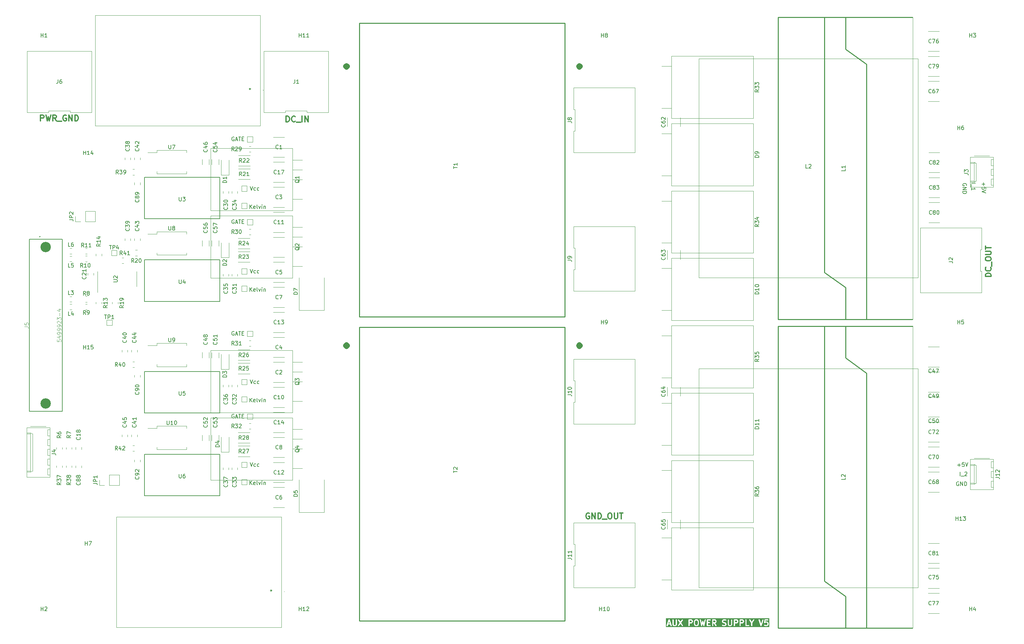
<source format=gbr>
%TF.GenerationSoftware,KiCad,Pcbnew,7.0.6*%
%TF.CreationDate,2023-08-12T12:52:26-07:00*%
%TF.ProjectId,Aux Power Supply V5,41757820-506f-4776-9572-20537570706c,rev?*%
%TF.SameCoordinates,Original*%
%TF.FileFunction,Legend,Top*%
%TF.FilePolarity,Positive*%
%FSLAX46Y46*%
G04 Gerber Fmt 4.6, Leading zero omitted, Abs format (unit mm)*
G04 Created by KiCad (PCBNEW 7.0.6) date 2023-08-12 12:52:26*
%MOMM*%
%LPD*%
G01*
G04 APERTURE LIST*
%ADD10C,0.150000*%
%ADD11C,1.250000*%
%ADD12C,0.300000*%
%ADD13C,0.050000*%
%ADD14C,0.120000*%
%ADD15C,0.250000*%
%ADD16C,0.127000*%
%ADD17C,0.200000*%
%ADD18C,2.690000*%
G04 APERTURE END LIST*
D10*
X135976190Y-180704819D02*
X135976190Y-179704819D01*
X136547618Y-180704819D02*
X136119047Y-180133390D01*
X136547618Y-179704819D02*
X135976190Y-180276247D01*
X137357142Y-180657200D02*
X137261904Y-180704819D01*
X137261904Y-180704819D02*
X137071428Y-180704819D01*
X137071428Y-180704819D02*
X136976190Y-180657200D01*
X136976190Y-180657200D02*
X136928571Y-180561961D01*
X136928571Y-180561961D02*
X136928571Y-180181009D01*
X136928571Y-180181009D02*
X136976190Y-180085771D01*
X136976190Y-180085771D02*
X137071428Y-180038152D01*
X137071428Y-180038152D02*
X137261904Y-180038152D01*
X137261904Y-180038152D02*
X137357142Y-180085771D01*
X137357142Y-180085771D02*
X137404761Y-180181009D01*
X137404761Y-180181009D02*
X137404761Y-180276247D01*
X137404761Y-180276247D02*
X136928571Y-180371485D01*
X137976190Y-180704819D02*
X137880952Y-180657200D01*
X137880952Y-180657200D02*
X137833333Y-180561961D01*
X137833333Y-180561961D02*
X137833333Y-179704819D01*
X138261905Y-180038152D02*
X138500000Y-180704819D01*
X138500000Y-180704819D02*
X138738095Y-180038152D01*
X139119048Y-180704819D02*
X139119048Y-180038152D01*
X139119048Y-179704819D02*
X139071429Y-179752438D01*
X139071429Y-179752438D02*
X139119048Y-179800057D01*
X139119048Y-179800057D02*
X139166667Y-179752438D01*
X139166667Y-179752438D02*
X139119048Y-179704819D01*
X139119048Y-179704819D02*
X139119048Y-179800057D01*
X139595238Y-180038152D02*
X139595238Y-180704819D01*
X139595238Y-180133390D02*
X139642857Y-180085771D01*
X139642857Y-180085771D02*
X139738095Y-180038152D01*
X139738095Y-180038152D02*
X139880952Y-180038152D01*
X139880952Y-180038152D02*
X139976190Y-180085771D01*
X139976190Y-180085771D02*
X140023809Y-180181009D01*
X140023809Y-180181009D02*
X140023809Y-180704819D01*
X136059524Y-174954819D02*
X136392857Y-175954819D01*
X136392857Y-175954819D02*
X136726190Y-174954819D01*
X137488095Y-175907200D02*
X137392857Y-175954819D01*
X137392857Y-175954819D02*
X137202381Y-175954819D01*
X137202381Y-175954819D02*
X137107143Y-175907200D01*
X137107143Y-175907200D02*
X137059524Y-175859580D01*
X137059524Y-175859580D02*
X137011905Y-175764342D01*
X137011905Y-175764342D02*
X137011905Y-175478628D01*
X137011905Y-175478628D02*
X137059524Y-175383390D01*
X137059524Y-175383390D02*
X137107143Y-175335771D01*
X137107143Y-175335771D02*
X137202381Y-175288152D01*
X137202381Y-175288152D02*
X137392857Y-175288152D01*
X137392857Y-175288152D02*
X137488095Y-175335771D01*
X138345238Y-175907200D02*
X138250000Y-175954819D01*
X138250000Y-175954819D02*
X138059524Y-175954819D01*
X138059524Y-175954819D02*
X137964286Y-175907200D01*
X137964286Y-175907200D02*
X137916667Y-175859580D01*
X137916667Y-175859580D02*
X137869048Y-175764342D01*
X137869048Y-175764342D02*
X137869048Y-175478628D01*
X137869048Y-175478628D02*
X137916667Y-175383390D01*
X137916667Y-175383390D02*
X137964286Y-175335771D01*
X137964286Y-175335771D02*
X138059524Y-175288152D01*
X138059524Y-175288152D02*
X138250000Y-175288152D01*
X138250000Y-175288152D02*
X138345238Y-175335771D01*
D11*
X221500000Y-71771904D02*
X221738095Y-72010000D01*
X221738095Y-72010000D02*
X221500000Y-72248095D01*
X221500000Y-72248095D02*
X221261904Y-72010000D01*
X221261904Y-72010000D02*
X221500000Y-71771904D01*
X221500000Y-71771904D02*
X221500000Y-72248095D01*
D10*
X321997561Y-102988095D02*
X322045180Y-102892857D01*
X322045180Y-102892857D02*
X322045180Y-102750000D01*
X322045180Y-102750000D02*
X321997561Y-102607143D01*
X321997561Y-102607143D02*
X321902323Y-102511905D01*
X321902323Y-102511905D02*
X321807085Y-102464286D01*
X321807085Y-102464286D02*
X321616609Y-102416667D01*
X321616609Y-102416667D02*
X321473752Y-102416667D01*
X321473752Y-102416667D02*
X321283276Y-102464286D01*
X321283276Y-102464286D02*
X321188038Y-102511905D01*
X321188038Y-102511905D02*
X321092800Y-102607143D01*
X321092800Y-102607143D02*
X321045180Y-102750000D01*
X321045180Y-102750000D02*
X321045180Y-102845238D01*
X321045180Y-102845238D02*
X321092800Y-102988095D01*
X321092800Y-102988095D02*
X321140419Y-103035714D01*
X321140419Y-103035714D02*
X321473752Y-103035714D01*
X321473752Y-103035714D02*
X321473752Y-102845238D01*
X321045180Y-103464286D02*
X322045180Y-103464286D01*
X322045180Y-103464286D02*
X321045180Y-104035714D01*
X321045180Y-104035714D02*
X322045180Y-104035714D01*
X321045180Y-104511905D02*
X322045180Y-104511905D01*
X322045180Y-104511905D02*
X322045180Y-104750000D01*
X322045180Y-104750000D02*
X321997561Y-104892857D01*
X321997561Y-104892857D02*
X321902323Y-104988095D01*
X321902323Y-104988095D02*
X321807085Y-105035714D01*
X321807085Y-105035714D02*
X321616609Y-105083333D01*
X321616609Y-105083333D02*
X321473752Y-105083333D01*
X321473752Y-105083333D02*
X321283276Y-105035714D01*
X321283276Y-105035714D02*
X321188038Y-104988095D01*
X321188038Y-104988095D02*
X321092800Y-104892857D01*
X321092800Y-104892857D02*
X321045180Y-104750000D01*
X321045180Y-104750000D02*
X321045180Y-104511905D01*
X319988095Y-180002438D02*
X319892857Y-179954819D01*
X319892857Y-179954819D02*
X319750000Y-179954819D01*
X319750000Y-179954819D02*
X319607143Y-180002438D01*
X319607143Y-180002438D02*
X319511905Y-180097676D01*
X319511905Y-180097676D02*
X319464286Y-180192914D01*
X319464286Y-180192914D02*
X319416667Y-180383390D01*
X319416667Y-180383390D02*
X319416667Y-180526247D01*
X319416667Y-180526247D02*
X319464286Y-180716723D01*
X319464286Y-180716723D02*
X319511905Y-180811961D01*
X319511905Y-180811961D02*
X319607143Y-180907200D01*
X319607143Y-180907200D02*
X319750000Y-180954819D01*
X319750000Y-180954819D02*
X319845238Y-180954819D01*
X319845238Y-180954819D02*
X319988095Y-180907200D01*
X319988095Y-180907200D02*
X320035714Y-180859580D01*
X320035714Y-180859580D02*
X320035714Y-180526247D01*
X320035714Y-180526247D02*
X319845238Y-180526247D01*
X320464286Y-180954819D02*
X320464286Y-179954819D01*
X320464286Y-179954819D02*
X321035714Y-180954819D01*
X321035714Y-180954819D02*
X321035714Y-179954819D01*
X321511905Y-180954819D02*
X321511905Y-179954819D01*
X321511905Y-179954819D02*
X321750000Y-179954819D01*
X321750000Y-179954819D02*
X321892857Y-180002438D01*
X321892857Y-180002438D02*
X321988095Y-180097676D01*
X321988095Y-180097676D02*
X322035714Y-180192914D01*
X322035714Y-180192914D02*
X322083333Y-180383390D01*
X322083333Y-180383390D02*
X322083333Y-180526247D01*
X322083333Y-180526247D02*
X322035714Y-180716723D01*
X322035714Y-180716723D02*
X321988095Y-180811961D01*
X321988095Y-180811961D02*
X321892857Y-180907200D01*
X321892857Y-180907200D02*
X321750000Y-180954819D01*
X321750000Y-180954819D02*
X321511905Y-180954819D01*
X135976190Y-108954819D02*
X135976190Y-107954819D01*
X136547618Y-108954819D02*
X136119047Y-108383390D01*
X136547618Y-107954819D02*
X135976190Y-108526247D01*
X137357142Y-108907200D02*
X137261904Y-108954819D01*
X137261904Y-108954819D02*
X137071428Y-108954819D01*
X137071428Y-108954819D02*
X136976190Y-108907200D01*
X136976190Y-108907200D02*
X136928571Y-108811961D01*
X136928571Y-108811961D02*
X136928571Y-108431009D01*
X136928571Y-108431009D02*
X136976190Y-108335771D01*
X136976190Y-108335771D02*
X137071428Y-108288152D01*
X137071428Y-108288152D02*
X137261904Y-108288152D01*
X137261904Y-108288152D02*
X137357142Y-108335771D01*
X137357142Y-108335771D02*
X137404761Y-108431009D01*
X137404761Y-108431009D02*
X137404761Y-108526247D01*
X137404761Y-108526247D02*
X136928571Y-108621485D01*
X137976190Y-108954819D02*
X137880952Y-108907200D01*
X137880952Y-108907200D02*
X137833333Y-108811961D01*
X137833333Y-108811961D02*
X137833333Y-107954819D01*
X138261905Y-108288152D02*
X138500000Y-108954819D01*
X138500000Y-108954819D02*
X138738095Y-108288152D01*
X139119048Y-108954819D02*
X139119048Y-108288152D01*
X139119048Y-107954819D02*
X139071429Y-108002438D01*
X139071429Y-108002438D02*
X139119048Y-108050057D01*
X139119048Y-108050057D02*
X139166667Y-108002438D01*
X139166667Y-108002438D02*
X139119048Y-107954819D01*
X139119048Y-107954819D02*
X139119048Y-108050057D01*
X139595238Y-108288152D02*
X139595238Y-108954819D01*
X139595238Y-108383390D02*
X139642857Y-108335771D01*
X139642857Y-108335771D02*
X139738095Y-108288152D01*
X139738095Y-108288152D02*
X139880952Y-108288152D01*
X139880952Y-108288152D02*
X139976190Y-108335771D01*
X139976190Y-108335771D02*
X140023809Y-108431009D01*
X140023809Y-108431009D02*
X140023809Y-108954819D01*
X320392857Y-178399819D02*
X320392857Y-177399819D01*
X320630952Y-178495057D02*
X321392856Y-178495057D01*
X321583333Y-177495057D02*
X321630952Y-177447438D01*
X321630952Y-177447438D02*
X321726190Y-177399819D01*
X321726190Y-177399819D02*
X321964285Y-177399819D01*
X321964285Y-177399819D02*
X322059523Y-177447438D01*
X322059523Y-177447438D02*
X322107142Y-177495057D01*
X322107142Y-177495057D02*
X322154761Y-177590295D01*
X322154761Y-177590295D02*
X322154761Y-177685533D01*
X322154761Y-177685533D02*
X322107142Y-177828390D01*
X322107142Y-177828390D02*
X321535714Y-178399819D01*
X321535714Y-178399819D02*
X322154761Y-178399819D01*
D12*
X145392856Y-86428328D02*
X145392856Y-84928328D01*
X145392856Y-84928328D02*
X145749999Y-84928328D01*
X145749999Y-84928328D02*
X145964285Y-84999757D01*
X145964285Y-84999757D02*
X146107142Y-85142614D01*
X146107142Y-85142614D02*
X146178571Y-85285471D01*
X146178571Y-85285471D02*
X146249999Y-85571185D01*
X146249999Y-85571185D02*
X146249999Y-85785471D01*
X146249999Y-85785471D02*
X146178571Y-86071185D01*
X146178571Y-86071185D02*
X146107142Y-86214042D01*
X146107142Y-86214042D02*
X145964285Y-86356900D01*
X145964285Y-86356900D02*
X145749999Y-86428328D01*
X145749999Y-86428328D02*
X145392856Y-86428328D01*
X147749999Y-86285471D02*
X147678571Y-86356900D01*
X147678571Y-86356900D02*
X147464285Y-86428328D01*
X147464285Y-86428328D02*
X147321428Y-86428328D01*
X147321428Y-86428328D02*
X147107142Y-86356900D01*
X147107142Y-86356900D02*
X146964285Y-86214042D01*
X146964285Y-86214042D02*
X146892856Y-86071185D01*
X146892856Y-86071185D02*
X146821428Y-85785471D01*
X146821428Y-85785471D02*
X146821428Y-85571185D01*
X146821428Y-85571185D02*
X146892856Y-85285471D01*
X146892856Y-85285471D02*
X146964285Y-85142614D01*
X146964285Y-85142614D02*
X147107142Y-84999757D01*
X147107142Y-84999757D02*
X147321428Y-84928328D01*
X147321428Y-84928328D02*
X147464285Y-84928328D01*
X147464285Y-84928328D02*
X147678571Y-84999757D01*
X147678571Y-84999757D02*
X147749999Y-85071185D01*
X148035714Y-86571185D02*
X149178571Y-86571185D01*
X149535713Y-86428328D02*
X149535713Y-84928328D01*
X150249999Y-86428328D02*
X150249999Y-84928328D01*
X150249999Y-84928328D02*
X151107142Y-86428328D01*
X151107142Y-86428328D02*
X151107142Y-84928328D01*
X81642856Y-86178328D02*
X81642856Y-84678328D01*
X81642856Y-84678328D02*
X82214285Y-84678328D01*
X82214285Y-84678328D02*
X82357142Y-84749757D01*
X82357142Y-84749757D02*
X82428571Y-84821185D01*
X82428571Y-84821185D02*
X82499999Y-84964042D01*
X82499999Y-84964042D02*
X82499999Y-85178328D01*
X82499999Y-85178328D02*
X82428571Y-85321185D01*
X82428571Y-85321185D02*
X82357142Y-85392614D01*
X82357142Y-85392614D02*
X82214285Y-85464042D01*
X82214285Y-85464042D02*
X81642856Y-85464042D01*
X82999999Y-84678328D02*
X83357142Y-86178328D01*
X83357142Y-86178328D02*
X83642856Y-85106900D01*
X83642856Y-85106900D02*
X83928571Y-86178328D01*
X83928571Y-86178328D02*
X84285714Y-84678328D01*
X85714285Y-86178328D02*
X85214285Y-85464042D01*
X84857142Y-86178328D02*
X84857142Y-84678328D01*
X84857142Y-84678328D02*
X85428571Y-84678328D01*
X85428571Y-84678328D02*
X85571428Y-84749757D01*
X85571428Y-84749757D02*
X85642857Y-84821185D01*
X85642857Y-84821185D02*
X85714285Y-84964042D01*
X85714285Y-84964042D02*
X85714285Y-85178328D01*
X85714285Y-85178328D02*
X85642857Y-85321185D01*
X85642857Y-85321185D02*
X85571428Y-85392614D01*
X85571428Y-85392614D02*
X85428571Y-85464042D01*
X85428571Y-85464042D02*
X84857142Y-85464042D01*
X86000000Y-86321185D02*
X87142857Y-86321185D01*
X88285714Y-84749757D02*
X88142857Y-84678328D01*
X88142857Y-84678328D02*
X87928571Y-84678328D01*
X87928571Y-84678328D02*
X87714285Y-84749757D01*
X87714285Y-84749757D02*
X87571428Y-84892614D01*
X87571428Y-84892614D02*
X87499999Y-85035471D01*
X87499999Y-85035471D02*
X87428571Y-85321185D01*
X87428571Y-85321185D02*
X87428571Y-85535471D01*
X87428571Y-85535471D02*
X87499999Y-85821185D01*
X87499999Y-85821185D02*
X87571428Y-85964042D01*
X87571428Y-85964042D02*
X87714285Y-86106900D01*
X87714285Y-86106900D02*
X87928571Y-86178328D01*
X87928571Y-86178328D02*
X88071428Y-86178328D01*
X88071428Y-86178328D02*
X88285714Y-86106900D01*
X88285714Y-86106900D02*
X88357142Y-86035471D01*
X88357142Y-86035471D02*
X88357142Y-85535471D01*
X88357142Y-85535471D02*
X88071428Y-85535471D01*
X88999999Y-86178328D02*
X88999999Y-84678328D01*
X88999999Y-84678328D02*
X89857142Y-86178328D01*
X89857142Y-86178328D02*
X89857142Y-84678328D01*
X90571428Y-86178328D02*
X90571428Y-84678328D01*
X90571428Y-84678328D02*
X90928571Y-84678328D01*
X90928571Y-84678328D02*
X91142857Y-84749757D01*
X91142857Y-84749757D02*
X91285714Y-84892614D01*
X91285714Y-84892614D02*
X91357143Y-85035471D01*
X91357143Y-85035471D02*
X91428571Y-85321185D01*
X91428571Y-85321185D02*
X91428571Y-85535471D01*
X91428571Y-85535471D02*
X91357143Y-85821185D01*
X91357143Y-85821185D02*
X91285714Y-85964042D01*
X91285714Y-85964042D02*
X91142857Y-86106900D01*
X91142857Y-86106900D02*
X90928571Y-86178328D01*
X90928571Y-86178328D02*
X90571428Y-86178328D01*
D10*
X323350180Y-102392857D02*
X324350180Y-102392857D01*
X323254942Y-102630952D02*
X323254942Y-103392856D01*
X323350180Y-104154761D02*
X323350180Y-103583333D01*
X323350180Y-103869047D02*
X324350180Y-103869047D01*
X324350180Y-103869047D02*
X324207323Y-103773809D01*
X324207323Y-103773809D02*
X324112085Y-103678571D01*
X324112085Y-103678571D02*
X324064466Y-103583333D01*
X135976190Y-130454819D02*
X135976190Y-129454819D01*
X136547618Y-130454819D02*
X136119047Y-129883390D01*
X136547618Y-129454819D02*
X135976190Y-130026247D01*
X137357142Y-130407200D02*
X137261904Y-130454819D01*
X137261904Y-130454819D02*
X137071428Y-130454819D01*
X137071428Y-130454819D02*
X136976190Y-130407200D01*
X136976190Y-130407200D02*
X136928571Y-130311961D01*
X136928571Y-130311961D02*
X136928571Y-129931009D01*
X136928571Y-129931009D02*
X136976190Y-129835771D01*
X136976190Y-129835771D02*
X137071428Y-129788152D01*
X137071428Y-129788152D02*
X137261904Y-129788152D01*
X137261904Y-129788152D02*
X137357142Y-129835771D01*
X137357142Y-129835771D02*
X137404761Y-129931009D01*
X137404761Y-129931009D02*
X137404761Y-130026247D01*
X137404761Y-130026247D02*
X136928571Y-130121485D01*
X137976190Y-130454819D02*
X137880952Y-130407200D01*
X137880952Y-130407200D02*
X137833333Y-130311961D01*
X137833333Y-130311961D02*
X137833333Y-129454819D01*
X138261905Y-129788152D02*
X138500000Y-130454819D01*
X138500000Y-130454819D02*
X138738095Y-129788152D01*
X139119048Y-130454819D02*
X139119048Y-129788152D01*
X139119048Y-129454819D02*
X139071429Y-129502438D01*
X139071429Y-129502438D02*
X139119048Y-129550057D01*
X139119048Y-129550057D02*
X139166667Y-129502438D01*
X139166667Y-129502438D02*
X139119048Y-129454819D01*
X139119048Y-129454819D02*
X139119048Y-129550057D01*
X139595238Y-129788152D02*
X139595238Y-130454819D01*
X139595238Y-129883390D02*
X139642857Y-129835771D01*
X139642857Y-129835771D02*
X139738095Y-129788152D01*
X139738095Y-129788152D02*
X139880952Y-129788152D01*
X139880952Y-129788152D02*
X139976190Y-129835771D01*
X139976190Y-129835771D02*
X140023809Y-129931009D01*
X140023809Y-129931009D02*
X140023809Y-130454819D01*
X131860588Y-162417438D02*
X131765350Y-162369819D01*
X131765350Y-162369819D02*
X131622493Y-162369819D01*
X131622493Y-162369819D02*
X131479636Y-162417438D01*
X131479636Y-162417438D02*
X131384398Y-162512676D01*
X131384398Y-162512676D02*
X131336779Y-162607914D01*
X131336779Y-162607914D02*
X131289160Y-162798390D01*
X131289160Y-162798390D02*
X131289160Y-162941247D01*
X131289160Y-162941247D02*
X131336779Y-163131723D01*
X131336779Y-163131723D02*
X131384398Y-163226961D01*
X131384398Y-163226961D02*
X131479636Y-163322200D01*
X131479636Y-163322200D02*
X131622493Y-163369819D01*
X131622493Y-163369819D02*
X131717731Y-163369819D01*
X131717731Y-163369819D02*
X131860588Y-163322200D01*
X131860588Y-163322200D02*
X131908207Y-163274580D01*
X131908207Y-163274580D02*
X131908207Y-162941247D01*
X131908207Y-162941247D02*
X131717731Y-162941247D01*
X132289160Y-163084104D02*
X132765350Y-163084104D01*
X132193922Y-163369819D02*
X132527255Y-162369819D01*
X132527255Y-162369819D02*
X132860588Y-163369819D01*
X133051065Y-162369819D02*
X133622493Y-162369819D01*
X133336779Y-163369819D02*
X133336779Y-162369819D01*
X133955827Y-162846009D02*
X134289160Y-162846009D01*
X134432017Y-163369819D02*
X133955827Y-163369819D01*
X133955827Y-163369819D02*
X133955827Y-162369819D01*
X133955827Y-162369819D02*
X134432017Y-162369819D01*
X131860588Y-90417438D02*
X131765350Y-90369819D01*
X131765350Y-90369819D02*
X131622493Y-90369819D01*
X131622493Y-90369819D02*
X131479636Y-90417438D01*
X131479636Y-90417438D02*
X131384398Y-90512676D01*
X131384398Y-90512676D02*
X131336779Y-90607914D01*
X131336779Y-90607914D02*
X131289160Y-90798390D01*
X131289160Y-90798390D02*
X131289160Y-90941247D01*
X131289160Y-90941247D02*
X131336779Y-91131723D01*
X131336779Y-91131723D02*
X131384398Y-91226961D01*
X131384398Y-91226961D02*
X131479636Y-91322200D01*
X131479636Y-91322200D02*
X131622493Y-91369819D01*
X131622493Y-91369819D02*
X131717731Y-91369819D01*
X131717731Y-91369819D02*
X131860588Y-91322200D01*
X131860588Y-91322200D02*
X131908207Y-91274580D01*
X131908207Y-91274580D02*
X131908207Y-90941247D01*
X131908207Y-90941247D02*
X131717731Y-90941247D01*
X132289160Y-91084104D02*
X132765350Y-91084104D01*
X132193922Y-91369819D02*
X132527255Y-90369819D01*
X132527255Y-90369819D02*
X132860588Y-91369819D01*
X133051065Y-90369819D02*
X133622493Y-90369819D01*
X133336779Y-91369819D02*
X133336779Y-90369819D01*
X133955827Y-90846009D02*
X134289160Y-90846009D01*
X134432017Y-91369819D02*
X133955827Y-91369819D01*
X133955827Y-91369819D02*
X133955827Y-90369819D01*
X133955827Y-90369819D02*
X134432017Y-90369819D01*
X136059524Y-153454819D02*
X136392857Y-154454819D01*
X136392857Y-154454819D02*
X136726190Y-153454819D01*
X137488095Y-154407200D02*
X137392857Y-154454819D01*
X137392857Y-154454819D02*
X137202381Y-154454819D01*
X137202381Y-154454819D02*
X137107143Y-154407200D01*
X137107143Y-154407200D02*
X137059524Y-154359580D01*
X137059524Y-154359580D02*
X137011905Y-154264342D01*
X137011905Y-154264342D02*
X137011905Y-153978628D01*
X137011905Y-153978628D02*
X137059524Y-153883390D01*
X137059524Y-153883390D02*
X137107143Y-153835771D01*
X137107143Y-153835771D02*
X137202381Y-153788152D01*
X137202381Y-153788152D02*
X137392857Y-153788152D01*
X137392857Y-153788152D02*
X137488095Y-153835771D01*
X138345238Y-154407200D02*
X138250000Y-154454819D01*
X138250000Y-154454819D02*
X138059524Y-154454819D01*
X138059524Y-154454819D02*
X137964286Y-154407200D01*
X137964286Y-154407200D02*
X137916667Y-154359580D01*
X137916667Y-154359580D02*
X137869048Y-154264342D01*
X137869048Y-154264342D02*
X137869048Y-153978628D01*
X137869048Y-153978628D02*
X137916667Y-153883390D01*
X137916667Y-153883390D02*
X137964286Y-153835771D01*
X137964286Y-153835771D02*
X138059524Y-153788152D01*
X138059524Y-153788152D02*
X138250000Y-153788152D01*
X138250000Y-153788152D02*
X138345238Y-153835771D01*
X136059524Y-124704819D02*
X136392857Y-125704819D01*
X136392857Y-125704819D02*
X136726190Y-124704819D01*
X137488095Y-125657200D02*
X137392857Y-125704819D01*
X137392857Y-125704819D02*
X137202381Y-125704819D01*
X137202381Y-125704819D02*
X137107143Y-125657200D01*
X137107143Y-125657200D02*
X137059524Y-125609580D01*
X137059524Y-125609580D02*
X137011905Y-125514342D01*
X137011905Y-125514342D02*
X137011905Y-125228628D01*
X137011905Y-125228628D02*
X137059524Y-125133390D01*
X137059524Y-125133390D02*
X137107143Y-125085771D01*
X137107143Y-125085771D02*
X137202381Y-125038152D01*
X137202381Y-125038152D02*
X137392857Y-125038152D01*
X137392857Y-125038152D02*
X137488095Y-125085771D01*
X138345238Y-125657200D02*
X138250000Y-125704819D01*
X138250000Y-125704819D02*
X138059524Y-125704819D01*
X138059524Y-125704819D02*
X137964286Y-125657200D01*
X137964286Y-125657200D02*
X137916667Y-125609580D01*
X137916667Y-125609580D02*
X137869048Y-125514342D01*
X137869048Y-125514342D02*
X137869048Y-125228628D01*
X137869048Y-125228628D02*
X137916667Y-125133390D01*
X137916667Y-125133390D02*
X137964286Y-125085771D01*
X137964286Y-125085771D02*
X138059524Y-125038152D01*
X138059524Y-125038152D02*
X138250000Y-125038152D01*
X138250000Y-125038152D02*
X138345238Y-125085771D01*
D11*
X161000000Y-71771904D02*
X161238095Y-72010000D01*
X161238095Y-72010000D02*
X161000000Y-72248095D01*
X161000000Y-72248095D02*
X160761904Y-72010000D01*
X160761904Y-72010000D02*
X161000000Y-71771904D01*
X161000000Y-71771904D02*
X161000000Y-72248095D01*
D10*
X131860588Y-111917438D02*
X131765350Y-111869819D01*
X131765350Y-111869819D02*
X131622493Y-111869819D01*
X131622493Y-111869819D02*
X131479636Y-111917438D01*
X131479636Y-111917438D02*
X131384398Y-112012676D01*
X131384398Y-112012676D02*
X131336779Y-112107914D01*
X131336779Y-112107914D02*
X131289160Y-112298390D01*
X131289160Y-112298390D02*
X131289160Y-112441247D01*
X131289160Y-112441247D02*
X131336779Y-112631723D01*
X131336779Y-112631723D02*
X131384398Y-112726961D01*
X131384398Y-112726961D02*
X131479636Y-112822200D01*
X131479636Y-112822200D02*
X131622493Y-112869819D01*
X131622493Y-112869819D02*
X131717731Y-112869819D01*
X131717731Y-112869819D02*
X131860588Y-112822200D01*
X131860588Y-112822200D02*
X131908207Y-112774580D01*
X131908207Y-112774580D02*
X131908207Y-112441247D01*
X131908207Y-112441247D02*
X131717731Y-112441247D01*
X132289160Y-112584104D02*
X132765350Y-112584104D01*
X132193922Y-112869819D02*
X132527255Y-111869819D01*
X132527255Y-111869819D02*
X132860588Y-112869819D01*
X133051065Y-111869819D02*
X133622493Y-111869819D01*
X133336779Y-112869819D02*
X133336779Y-111869819D01*
X133955827Y-112346009D02*
X134289160Y-112346009D01*
X134432017Y-112869819D02*
X133955827Y-112869819D01*
X133955827Y-112869819D02*
X133955827Y-111869819D01*
X133955827Y-111869819D02*
X134432017Y-111869819D01*
D12*
X328428328Y-126607143D02*
X326928328Y-126607143D01*
X326928328Y-126607143D02*
X326928328Y-126250000D01*
X326928328Y-126250000D02*
X326999757Y-126035714D01*
X326999757Y-126035714D02*
X327142614Y-125892857D01*
X327142614Y-125892857D02*
X327285471Y-125821428D01*
X327285471Y-125821428D02*
X327571185Y-125750000D01*
X327571185Y-125750000D02*
X327785471Y-125750000D01*
X327785471Y-125750000D02*
X328071185Y-125821428D01*
X328071185Y-125821428D02*
X328214042Y-125892857D01*
X328214042Y-125892857D02*
X328356900Y-126035714D01*
X328356900Y-126035714D02*
X328428328Y-126250000D01*
X328428328Y-126250000D02*
X328428328Y-126607143D01*
X328285471Y-124250000D02*
X328356900Y-124321428D01*
X328356900Y-124321428D02*
X328428328Y-124535714D01*
X328428328Y-124535714D02*
X328428328Y-124678571D01*
X328428328Y-124678571D02*
X328356900Y-124892857D01*
X328356900Y-124892857D02*
X328214042Y-125035714D01*
X328214042Y-125035714D02*
X328071185Y-125107143D01*
X328071185Y-125107143D02*
X327785471Y-125178571D01*
X327785471Y-125178571D02*
X327571185Y-125178571D01*
X327571185Y-125178571D02*
X327285471Y-125107143D01*
X327285471Y-125107143D02*
X327142614Y-125035714D01*
X327142614Y-125035714D02*
X326999757Y-124892857D01*
X326999757Y-124892857D02*
X326928328Y-124678571D01*
X326928328Y-124678571D02*
X326928328Y-124535714D01*
X326928328Y-124535714D02*
X326999757Y-124321428D01*
X326999757Y-124321428D02*
X327071185Y-124250000D01*
X328571185Y-123964286D02*
X328571185Y-122821428D01*
X326928328Y-122178571D02*
X326928328Y-121892857D01*
X326928328Y-121892857D02*
X326999757Y-121750000D01*
X326999757Y-121750000D02*
X327142614Y-121607143D01*
X327142614Y-121607143D02*
X327428328Y-121535714D01*
X327428328Y-121535714D02*
X327928328Y-121535714D01*
X327928328Y-121535714D02*
X328214042Y-121607143D01*
X328214042Y-121607143D02*
X328356900Y-121750000D01*
X328356900Y-121750000D02*
X328428328Y-121892857D01*
X328428328Y-121892857D02*
X328428328Y-122178571D01*
X328428328Y-122178571D02*
X328356900Y-122321429D01*
X328356900Y-122321429D02*
X328214042Y-122464286D01*
X328214042Y-122464286D02*
X327928328Y-122535714D01*
X327928328Y-122535714D02*
X327428328Y-122535714D01*
X327428328Y-122535714D02*
X327142614Y-122464286D01*
X327142614Y-122464286D02*
X326999757Y-122321429D01*
X326999757Y-122321429D02*
X326928328Y-122178571D01*
X326928328Y-120892857D02*
X328142614Y-120892857D01*
X328142614Y-120892857D02*
X328285471Y-120821428D01*
X328285471Y-120821428D02*
X328356900Y-120750000D01*
X328356900Y-120750000D02*
X328428328Y-120607142D01*
X328428328Y-120607142D02*
X328428328Y-120321428D01*
X328428328Y-120321428D02*
X328356900Y-120178571D01*
X328356900Y-120178571D02*
X328285471Y-120107142D01*
X328285471Y-120107142D02*
X328142614Y-120035714D01*
X328142614Y-120035714D02*
X326928328Y-120035714D01*
X326928328Y-119535713D02*
X326928328Y-118678571D01*
X328428328Y-119107142D02*
X326928328Y-119107142D01*
X224090225Y-188122257D02*
X223947368Y-188050828D01*
X223947368Y-188050828D02*
X223733082Y-188050828D01*
X223733082Y-188050828D02*
X223518796Y-188122257D01*
X223518796Y-188122257D02*
X223375939Y-188265114D01*
X223375939Y-188265114D02*
X223304510Y-188407971D01*
X223304510Y-188407971D02*
X223233082Y-188693685D01*
X223233082Y-188693685D02*
X223233082Y-188907971D01*
X223233082Y-188907971D02*
X223304510Y-189193685D01*
X223304510Y-189193685D02*
X223375939Y-189336542D01*
X223375939Y-189336542D02*
X223518796Y-189479400D01*
X223518796Y-189479400D02*
X223733082Y-189550828D01*
X223733082Y-189550828D02*
X223875939Y-189550828D01*
X223875939Y-189550828D02*
X224090225Y-189479400D01*
X224090225Y-189479400D02*
X224161653Y-189407971D01*
X224161653Y-189407971D02*
X224161653Y-188907971D01*
X224161653Y-188907971D02*
X223875939Y-188907971D01*
X224804510Y-189550828D02*
X224804510Y-188050828D01*
X224804510Y-188050828D02*
X225661653Y-189550828D01*
X225661653Y-189550828D02*
X225661653Y-188050828D01*
X226375939Y-189550828D02*
X226375939Y-188050828D01*
X226375939Y-188050828D02*
X226733082Y-188050828D01*
X226733082Y-188050828D02*
X226947368Y-188122257D01*
X226947368Y-188122257D02*
X227090225Y-188265114D01*
X227090225Y-188265114D02*
X227161654Y-188407971D01*
X227161654Y-188407971D02*
X227233082Y-188693685D01*
X227233082Y-188693685D02*
X227233082Y-188907971D01*
X227233082Y-188907971D02*
X227161654Y-189193685D01*
X227161654Y-189193685D02*
X227090225Y-189336542D01*
X227090225Y-189336542D02*
X226947368Y-189479400D01*
X226947368Y-189479400D02*
X226733082Y-189550828D01*
X226733082Y-189550828D02*
X226375939Y-189550828D01*
X227518797Y-189693685D02*
X228661654Y-189693685D01*
X229304511Y-188050828D02*
X229590225Y-188050828D01*
X229590225Y-188050828D02*
X229733082Y-188122257D01*
X229733082Y-188122257D02*
X229875939Y-188265114D01*
X229875939Y-188265114D02*
X229947368Y-188550828D01*
X229947368Y-188550828D02*
X229947368Y-189050828D01*
X229947368Y-189050828D02*
X229875939Y-189336542D01*
X229875939Y-189336542D02*
X229733082Y-189479400D01*
X229733082Y-189479400D02*
X229590225Y-189550828D01*
X229590225Y-189550828D02*
X229304511Y-189550828D01*
X229304511Y-189550828D02*
X229161654Y-189479400D01*
X229161654Y-189479400D02*
X229018796Y-189336542D01*
X229018796Y-189336542D02*
X228947368Y-189050828D01*
X228947368Y-189050828D02*
X228947368Y-188550828D01*
X228947368Y-188550828D02*
X229018796Y-188265114D01*
X229018796Y-188265114D02*
X229161654Y-188122257D01*
X229161654Y-188122257D02*
X229304511Y-188050828D01*
X230590225Y-188050828D02*
X230590225Y-189265114D01*
X230590225Y-189265114D02*
X230661654Y-189407971D01*
X230661654Y-189407971D02*
X230733083Y-189479400D01*
X230733083Y-189479400D02*
X230875940Y-189550828D01*
X230875940Y-189550828D02*
X231161654Y-189550828D01*
X231161654Y-189550828D02*
X231304511Y-189479400D01*
X231304511Y-189479400D02*
X231375940Y-189407971D01*
X231375940Y-189407971D02*
X231447368Y-189265114D01*
X231447368Y-189265114D02*
X231447368Y-188050828D01*
X231947369Y-188050828D02*
X232804512Y-188050828D01*
X232375940Y-189550828D02*
X232375940Y-188050828D01*
D11*
X221500000Y-144271904D02*
X221738095Y-144510000D01*
X221738095Y-144510000D02*
X221500000Y-144748095D01*
X221500000Y-144748095D02*
X221261904Y-144510000D01*
X221261904Y-144510000D02*
X221500000Y-144271904D01*
X221500000Y-144271904D02*
X221500000Y-144748095D01*
D10*
X136059524Y-103204819D02*
X136392857Y-104204819D01*
X136392857Y-104204819D02*
X136726190Y-103204819D01*
X137488095Y-104157200D02*
X137392857Y-104204819D01*
X137392857Y-104204819D02*
X137202381Y-104204819D01*
X137202381Y-104204819D02*
X137107143Y-104157200D01*
X137107143Y-104157200D02*
X137059524Y-104109580D01*
X137059524Y-104109580D02*
X137011905Y-104014342D01*
X137011905Y-104014342D02*
X137011905Y-103728628D01*
X137011905Y-103728628D02*
X137059524Y-103633390D01*
X137059524Y-103633390D02*
X137107143Y-103585771D01*
X137107143Y-103585771D02*
X137202381Y-103538152D01*
X137202381Y-103538152D02*
X137392857Y-103538152D01*
X137392857Y-103538152D02*
X137488095Y-103585771D01*
X138345238Y-104157200D02*
X138250000Y-104204819D01*
X138250000Y-104204819D02*
X138059524Y-104204819D01*
X138059524Y-104204819D02*
X137964286Y-104157200D01*
X137964286Y-104157200D02*
X137916667Y-104109580D01*
X137916667Y-104109580D02*
X137869048Y-104014342D01*
X137869048Y-104014342D02*
X137869048Y-103728628D01*
X137869048Y-103728628D02*
X137916667Y-103633390D01*
X137916667Y-103633390D02*
X137964286Y-103585771D01*
X137964286Y-103585771D02*
X138059524Y-103538152D01*
X138059524Y-103538152D02*
X138250000Y-103538152D01*
X138250000Y-103538152D02*
X138345238Y-103585771D01*
D12*
G36*
X250608514Y-215995535D02*
G01*
X250645518Y-216032539D01*
X250690224Y-216121951D01*
X250690224Y-216265418D01*
X250645517Y-216354831D01*
X250608512Y-216391836D01*
X250519100Y-216436542D01*
X250133081Y-216436542D01*
X250133081Y-215950828D01*
X250519100Y-215950828D01*
X250608514Y-215995535D01*
G37*
G36*
X252108513Y-215995535D02*
G01*
X252204779Y-216091801D01*
X252261653Y-216319292D01*
X252261653Y-216782363D01*
X252204779Y-217009854D01*
X252108512Y-217106122D01*
X252019100Y-217150828D01*
X251804206Y-217150828D01*
X251714792Y-217106121D01*
X251618525Y-217009854D01*
X251561653Y-216782364D01*
X251561653Y-216319291D01*
X251618525Y-216091802D01*
X251714792Y-215995534D01*
X251804206Y-215950828D01*
X252019100Y-215950828D01*
X252108513Y-215995535D01*
G37*
G36*
X256751372Y-215995535D02*
G01*
X256788376Y-216032539D01*
X256833082Y-216121951D01*
X256833082Y-216265418D01*
X256788375Y-216354831D01*
X256751370Y-216391836D01*
X256661958Y-216436542D01*
X256275939Y-216436542D01*
X256275939Y-215950828D01*
X256661958Y-215950828D01*
X256751372Y-215995535D01*
G37*
G36*
X262394229Y-215995535D02*
G01*
X262431233Y-216032539D01*
X262475939Y-216121951D01*
X262475939Y-216265418D01*
X262431232Y-216354831D01*
X262394227Y-216391836D01*
X262304815Y-216436542D01*
X261918796Y-216436542D01*
X261918796Y-215950828D01*
X262304815Y-215950828D01*
X262394229Y-215995535D01*
G37*
G36*
X263894229Y-215995535D02*
G01*
X263931233Y-216032539D01*
X263975939Y-216121951D01*
X263975939Y-216265418D01*
X263931232Y-216354831D01*
X263894227Y-216391836D01*
X263804815Y-216436542D01*
X263418796Y-216436542D01*
X263418796Y-215950828D01*
X263804815Y-215950828D01*
X263894229Y-215995535D01*
G37*
G36*
X244989255Y-216722257D02*
G01*
X244691196Y-216722257D01*
X244840225Y-216275169D01*
X244989255Y-216722257D01*
G37*
G36*
X270847368Y-217665114D02*
G01*
X243978984Y-217665114D01*
X243978984Y-217330900D01*
X244193270Y-217330900D01*
X244227995Y-217400349D01*
X244292791Y-217443130D01*
X244370297Y-217447783D01*
X244439746Y-217413058D01*
X244482527Y-217348262D01*
X244591196Y-217022257D01*
X245089255Y-217022257D01*
X245197923Y-217348262D01*
X245240704Y-217413059D01*
X245310153Y-217447783D01*
X245387659Y-217443131D01*
X245452456Y-217400349D01*
X245487180Y-217330900D01*
X245482528Y-217253394D01*
X245403101Y-217015114D01*
X245690224Y-217015114D01*
X245699147Y-217048415D01*
X245706060Y-217082196D01*
X245777489Y-217225053D01*
X245793511Y-217243121D01*
X245805587Y-217264037D01*
X245877016Y-217335466D01*
X245897930Y-217347540D01*
X245916000Y-217363564D01*
X246058858Y-217434992D01*
X246092633Y-217441903D01*
X246125939Y-217450828D01*
X246411653Y-217450828D01*
X246444956Y-217441904D01*
X246478735Y-217434992D01*
X246621592Y-217363564D01*
X246639661Y-217347540D01*
X246660576Y-217335466D01*
X246704868Y-217291174D01*
X247119107Y-217291174D01*
X247134334Y-217367312D01*
X247185591Y-217425636D01*
X247259142Y-217450517D01*
X247335280Y-217435290D01*
X247393604Y-217384033D01*
X247768796Y-216821244D01*
X248143989Y-217384033D01*
X248202312Y-217435290D01*
X248278450Y-217450517D01*
X248352001Y-217425636D01*
X248403258Y-217367312D01*
X248416554Y-217300828D01*
X249833081Y-217300828D01*
X249853177Y-217375828D01*
X249908081Y-217430732D01*
X249983081Y-217450828D01*
X250058081Y-217430732D01*
X250112985Y-217375828D01*
X250133081Y-217300828D01*
X250133081Y-216800828D01*
X251261653Y-216800828D01*
X251266443Y-216818705D01*
X251266132Y-216837208D01*
X251337560Y-217122922D01*
X251338191Y-217124060D01*
X251338192Y-217125365D01*
X251357004Y-217157948D01*
X251375246Y-217190809D01*
X251376363Y-217191479D01*
X251377015Y-217192608D01*
X251519873Y-217335466D01*
X251540787Y-217347540D01*
X251558857Y-217363564D01*
X251701715Y-217434992D01*
X251735490Y-217441903D01*
X251768796Y-217450828D01*
X252054510Y-217450828D01*
X252087813Y-217441904D01*
X252121592Y-217434992D01*
X252264449Y-217363564D01*
X252282518Y-217347540D01*
X252303433Y-217335466D01*
X252446290Y-217192608D01*
X252446941Y-217191479D01*
X252448059Y-217190809D01*
X252466315Y-217157922D01*
X252485113Y-217125364D01*
X252485113Y-217124061D01*
X252485745Y-217122923D01*
X252557174Y-216837209D01*
X252556862Y-216818704D01*
X252561653Y-216800828D01*
X252561653Y-216300828D01*
X252556862Y-216282951D01*
X252557174Y-216264447D01*
X252485745Y-215978733D01*
X252485113Y-215977594D01*
X252485113Y-215976291D01*
X252466307Y-215943719D01*
X252448059Y-215910847D01*
X252446941Y-215910176D01*
X252446290Y-215909048D01*
X252372813Y-215835571D01*
X252765732Y-215835571D01*
X253122875Y-217335571D01*
X253123951Y-217337562D01*
X253123954Y-217339824D01*
X253142337Y-217371577D01*
X253159796Y-217403877D01*
X253161723Y-217405063D01*
X253162857Y-217407021D01*
X253194654Y-217425328D01*
X253225924Y-217444571D01*
X253228186Y-217444634D01*
X253230147Y-217445763D01*
X253266835Y-217445719D01*
X253303539Y-217446749D01*
X253305530Y-217445672D01*
X253307792Y-217445670D01*
X253339545Y-217427286D01*
X253371845Y-217409828D01*
X253373031Y-217407900D01*
X253374989Y-217406767D01*
X253393296Y-217374969D01*
X253412539Y-217343700D01*
X253412602Y-217341437D01*
X253413731Y-217339477D01*
X253554510Y-216811554D01*
X253695290Y-217339477D01*
X253696418Y-217341437D01*
X253696482Y-217343700D01*
X253715724Y-217374969D01*
X253734032Y-217406767D01*
X253735989Y-217407900D01*
X253737176Y-217409828D01*
X253769475Y-217427286D01*
X253801229Y-217445670D01*
X253803490Y-217445672D01*
X253805482Y-217446749D01*
X253842185Y-217445719D01*
X253878874Y-217445763D01*
X253880834Y-217444634D01*
X253883097Y-217444571D01*
X253914366Y-217425328D01*
X253946164Y-217407021D01*
X253947297Y-217405063D01*
X253949225Y-217403877D01*
X253966683Y-217371577D01*
X253985067Y-217339824D01*
X253985069Y-217337562D01*
X253986146Y-217335571D01*
X253994418Y-217300828D01*
X254618796Y-217300828D01*
X254638892Y-217375828D01*
X254693796Y-217430732D01*
X254768796Y-217450828D01*
X255483082Y-217450828D01*
X255558082Y-217430732D01*
X255612986Y-217375828D01*
X255633082Y-217300828D01*
X255975939Y-217300828D01*
X255996035Y-217375828D01*
X256050939Y-217430732D01*
X256125939Y-217450828D01*
X256200939Y-217430732D01*
X256255843Y-217375828D01*
X256275939Y-217300828D01*
X256275939Y-216736542D01*
X256404984Y-216736542D01*
X256860197Y-217386847D01*
X256919670Y-217436765D01*
X256996135Y-217450259D01*
X257069101Y-217423713D01*
X257119019Y-217364240D01*
X257132513Y-217287775D01*
X257105967Y-217214809D01*
X256760640Y-216721485D01*
X256764450Y-216720706D01*
X256907307Y-216649278D01*
X256925376Y-216633254D01*
X256946291Y-216621180D01*
X257017720Y-216549751D01*
X257029794Y-216528836D01*
X257045818Y-216510767D01*
X257117246Y-216367909D01*
X257124157Y-216334133D01*
X257133082Y-216300828D01*
X257133082Y-216229400D01*
X258547368Y-216229400D01*
X258556291Y-216262703D01*
X258563204Y-216296482D01*
X258634632Y-216439339D01*
X258650655Y-216457408D01*
X258662731Y-216478324D01*
X258734160Y-216549752D01*
X258755074Y-216561826D01*
X258773143Y-216577849D01*
X258915999Y-216649278D01*
X258932225Y-216652598D01*
X258946702Y-216660635D01*
X259216440Y-216728069D01*
X259322799Y-216781248D01*
X259359803Y-216818253D01*
X259404511Y-216907667D01*
X259404511Y-216979703D01*
X259359803Y-217069117D01*
X259322800Y-217106121D01*
X259233387Y-217150828D01*
X258935997Y-217150828D01*
X258744802Y-217087097D01*
X258667296Y-217082445D01*
X258597847Y-217117170D01*
X258555065Y-217181966D01*
X258550413Y-217259472D01*
X258585138Y-217328921D01*
X258649934Y-217371703D01*
X258864220Y-217443131D01*
X258888328Y-217444578D01*
X258911654Y-217450828D01*
X259268796Y-217450828D01*
X259302101Y-217441903D01*
X259335877Y-217434992D01*
X259478736Y-217363564D01*
X259496805Y-217347540D01*
X259517721Y-217335465D01*
X259589149Y-217264036D01*
X259601223Y-217243121D01*
X259617246Y-217225053D01*
X259688675Y-217082197D01*
X259695588Y-217048414D01*
X259704511Y-217015114D01*
X260047367Y-217015114D01*
X260056290Y-217048415D01*
X260063203Y-217082196D01*
X260134632Y-217225053D01*
X260150654Y-217243121D01*
X260162730Y-217264037D01*
X260234159Y-217335466D01*
X260255073Y-217347540D01*
X260273143Y-217363564D01*
X260416001Y-217434992D01*
X260449776Y-217441903D01*
X260483082Y-217450828D01*
X260768796Y-217450828D01*
X260802099Y-217441904D01*
X260835878Y-217434992D01*
X260978735Y-217363564D01*
X260996804Y-217347540D01*
X261017719Y-217335466D01*
X261052357Y-217300828D01*
X261618796Y-217300828D01*
X261638892Y-217375828D01*
X261693796Y-217430732D01*
X261768796Y-217450828D01*
X261843796Y-217430732D01*
X261898700Y-217375828D01*
X261918796Y-217300828D01*
X263118796Y-217300828D01*
X263138892Y-217375828D01*
X263193796Y-217430732D01*
X263268796Y-217450828D01*
X263343796Y-217430732D01*
X263398700Y-217375828D01*
X263418796Y-217300828D01*
X264618796Y-217300828D01*
X264638892Y-217375828D01*
X264693796Y-217430732D01*
X264768796Y-217450828D01*
X265483082Y-217450828D01*
X265558082Y-217430732D01*
X265612986Y-217375828D01*
X265633082Y-217300828D01*
X265612986Y-217225828D01*
X265558082Y-217170924D01*
X265483082Y-217150828D01*
X264918796Y-217150828D01*
X264918796Y-215807296D01*
X265618936Y-215807296D01*
X265642248Y-215881359D01*
X266118797Y-216630221D01*
X266118797Y-217300828D01*
X266138893Y-217375828D01*
X266193797Y-217430732D01*
X266268797Y-217450828D01*
X266343797Y-217430732D01*
X266398701Y-217375828D01*
X266418797Y-217300828D01*
X266418797Y-216630221D01*
X266895346Y-215881360D01*
X266918657Y-215807296D01*
X266910537Y-215770756D01*
X268050413Y-215770756D01*
X268055066Y-215848262D01*
X268555066Y-217348262D01*
X268571664Y-217373402D01*
X268585138Y-217400349D01*
X268592791Y-217405402D01*
X268597847Y-217413059D01*
X268624798Y-217426534D01*
X268649934Y-217443130D01*
X268659089Y-217443679D01*
X268667296Y-217447783D01*
X268697371Y-217445977D01*
X268727440Y-217447783D01*
X268735644Y-217443680D01*
X268744802Y-217443131D01*
X268769946Y-217426529D01*
X268796889Y-217413058D01*
X268801942Y-217405404D01*
X268809599Y-217400349D01*
X268823074Y-217373397D01*
X268839670Y-217348262D01*
X269122362Y-216500189D01*
X269476683Y-216500189D01*
X269481050Y-216526886D01*
X269481050Y-216553938D01*
X269487223Y-216564631D01*
X269489217Y-216576816D01*
X269506348Y-216597754D01*
X269519874Y-216621181D01*
X269530565Y-216627353D01*
X269538385Y-216636911D01*
X269563692Y-216646478D01*
X269587117Y-216660003D01*
X269599463Y-216660003D01*
X269611014Y-216664370D01*
X269637712Y-216660003D01*
X269664763Y-216660003D01*
X269675456Y-216653829D01*
X269687641Y-216651836D01*
X269708579Y-216634704D01*
X269732006Y-216621179D01*
X269786222Y-216566962D01*
X269875634Y-216522257D01*
X270161958Y-216522257D01*
X270251371Y-216566963D01*
X270288374Y-216603967D01*
X270333082Y-216693381D01*
X270333082Y-216979703D01*
X270288374Y-217069117D01*
X270251371Y-217106121D01*
X270161958Y-217150828D01*
X269875634Y-217150828D01*
X269786222Y-217106122D01*
X269732006Y-217051906D01*
X269664763Y-217013082D01*
X269587117Y-217013082D01*
X269519874Y-217051904D01*
X269481050Y-217119147D01*
X269481050Y-217196793D01*
X269519872Y-217264036D01*
X269591300Y-217335465D01*
X269612217Y-217347542D01*
X269630286Y-217363564D01*
X269773144Y-217434993D01*
X269806928Y-217441906D01*
X269840225Y-217450828D01*
X270197367Y-217450828D01*
X270230672Y-217441903D01*
X270264448Y-217434992D01*
X270407307Y-217363564D01*
X270425376Y-217347540D01*
X270446292Y-217335465D01*
X270517720Y-217264036D01*
X270529794Y-217243121D01*
X270545817Y-217225053D01*
X270617246Y-217082197D01*
X270624159Y-217048414D01*
X270633082Y-217015114D01*
X270633082Y-216657971D01*
X270624159Y-216624670D01*
X270617246Y-216590888D01*
X270545817Y-216448032D01*
X270529794Y-216429963D01*
X270517720Y-216409049D01*
X270446292Y-216337620D01*
X270425376Y-216325544D01*
X270407307Y-216309521D01*
X270264448Y-216238093D01*
X270230672Y-216231181D01*
X270197367Y-216222257D01*
X269840225Y-216222257D01*
X269806928Y-216231178D01*
X269805042Y-216231564D01*
X269833116Y-215950828D01*
X270411653Y-215950828D01*
X270486653Y-215930732D01*
X270541557Y-215875828D01*
X270561653Y-215800828D01*
X270541557Y-215725828D01*
X270486653Y-215670924D01*
X270411653Y-215650828D01*
X269697367Y-215650828D01*
X269666845Y-215659006D01*
X269635665Y-215664106D01*
X269629749Y-215668945D01*
X269622367Y-215670924D01*
X269600023Y-215693267D01*
X269575570Y-215713275D01*
X269572867Y-215720423D01*
X269567463Y-215725828D01*
X269559285Y-215756346D01*
X269548111Y-215785903D01*
X269476683Y-216500189D01*
X269122362Y-216500189D01*
X269339671Y-215848262D01*
X269344323Y-215770756D01*
X269309599Y-215701307D01*
X269244802Y-215658525D01*
X269167296Y-215653873D01*
X269097847Y-215688597D01*
X269055066Y-215753394D01*
X268697368Y-216826486D01*
X268339670Y-215753394D01*
X268296889Y-215688598D01*
X268227440Y-215653873D01*
X268149934Y-215658526D01*
X268085138Y-215701307D01*
X268050413Y-215770756D01*
X266910537Y-215770756D01*
X266901814Y-215731499D01*
X266849328Y-215674279D01*
X266775264Y-215650968D01*
X266699467Y-215667811D01*
X266642248Y-215720297D01*
X266268797Y-216307147D01*
X265895346Y-215720297D01*
X265838126Y-215667811D01*
X265762329Y-215650967D01*
X265688266Y-215674279D01*
X265635780Y-215731499D01*
X265618936Y-215807296D01*
X264918796Y-215807296D01*
X264918796Y-215800828D01*
X264898700Y-215725828D01*
X264843796Y-215670924D01*
X264768796Y-215650828D01*
X264693796Y-215670924D01*
X264638892Y-215725828D01*
X264618796Y-215800828D01*
X264618796Y-217300828D01*
X263418796Y-217300828D01*
X263418796Y-216736542D01*
X263840225Y-216736542D01*
X263873528Y-216727618D01*
X263907307Y-216720706D01*
X264050164Y-216649278D01*
X264068233Y-216633254D01*
X264089148Y-216621180D01*
X264160577Y-216549751D01*
X264172651Y-216528836D01*
X264188675Y-216510767D01*
X264260103Y-216367909D01*
X264267014Y-216334133D01*
X264275939Y-216300828D01*
X264275939Y-216086542D01*
X264267014Y-216053236D01*
X264260103Y-216019461D01*
X264188675Y-215876603D01*
X264172651Y-215858533D01*
X264160576Y-215837618D01*
X264089147Y-215766190D01*
X264068232Y-215754115D01*
X264050164Y-215738093D01*
X263907307Y-215666664D01*
X263873526Y-215659751D01*
X263840225Y-215650828D01*
X263268796Y-215650828D01*
X263193796Y-215670924D01*
X263138892Y-215725828D01*
X263118796Y-215800828D01*
X263118796Y-217300828D01*
X261918796Y-217300828D01*
X261918796Y-216736542D01*
X262340225Y-216736542D01*
X262373528Y-216727618D01*
X262407307Y-216720706D01*
X262550164Y-216649278D01*
X262568233Y-216633254D01*
X262589148Y-216621180D01*
X262660577Y-216549751D01*
X262672651Y-216528836D01*
X262688675Y-216510767D01*
X262760103Y-216367909D01*
X262767014Y-216334133D01*
X262775939Y-216300828D01*
X262775939Y-216086542D01*
X262767014Y-216053236D01*
X262760103Y-216019461D01*
X262688675Y-215876603D01*
X262672651Y-215858533D01*
X262660576Y-215837618D01*
X262589147Y-215766190D01*
X262568232Y-215754115D01*
X262550164Y-215738093D01*
X262407307Y-215666664D01*
X262373526Y-215659751D01*
X262340225Y-215650828D01*
X261768796Y-215650828D01*
X261693796Y-215670924D01*
X261638892Y-215725828D01*
X261618796Y-215800828D01*
X261618796Y-217300828D01*
X261052357Y-217300828D01*
X261089148Y-217264037D01*
X261101222Y-217243122D01*
X261117246Y-217225053D01*
X261188674Y-217082195D01*
X261195585Y-217048419D01*
X261204510Y-217015114D01*
X261204510Y-215800828D01*
X261184414Y-215725828D01*
X261129510Y-215670924D01*
X261054510Y-215650828D01*
X260979510Y-215670924D01*
X260924606Y-215725828D01*
X260904510Y-215800828D01*
X260904510Y-216979704D01*
X260859803Y-217069117D01*
X260822798Y-217106122D01*
X260733386Y-217150828D01*
X260518492Y-217150828D01*
X260429078Y-217106121D01*
X260392074Y-217069117D01*
X260347367Y-216979703D01*
X260347367Y-215800828D01*
X260327271Y-215725828D01*
X260272367Y-215670924D01*
X260197367Y-215650828D01*
X260122367Y-215670924D01*
X260067463Y-215725828D01*
X260047367Y-215800828D01*
X260047367Y-217015114D01*
X259704511Y-217015114D01*
X259704511Y-216872257D01*
X259695588Y-216838956D01*
X259688675Y-216805174D01*
X259617246Y-216662318D01*
X259601223Y-216644249D01*
X259589149Y-216623335D01*
X259517721Y-216551906D01*
X259496805Y-216539830D01*
X259478736Y-216523807D01*
X259335878Y-216452378D01*
X259319653Y-216449057D01*
X259305176Y-216441021D01*
X259035438Y-216373586D01*
X258929078Y-216320406D01*
X258892073Y-216283401D01*
X258847368Y-216193990D01*
X258847368Y-216121951D01*
X258892073Y-216032540D01*
X258929078Y-215995535D01*
X259018492Y-215950828D01*
X259315885Y-215950828D01*
X259507076Y-216014559D01*
X259584582Y-216019212D01*
X259654031Y-215984488D01*
X259696813Y-215919691D01*
X259701466Y-215842185D01*
X259666741Y-215772736D01*
X259601945Y-215729954D01*
X259387659Y-215658526D01*
X259363553Y-215657078D01*
X259340225Y-215650828D01*
X258983082Y-215650828D01*
X258949781Y-215659750D01*
X258915999Y-215666664D01*
X258773143Y-215738093D01*
X258755074Y-215754115D01*
X258734160Y-215766190D01*
X258662731Y-215837618D01*
X258650655Y-215858533D01*
X258634632Y-215876603D01*
X258563204Y-216019460D01*
X258556291Y-216053238D01*
X258547368Y-216086542D01*
X258547368Y-216229400D01*
X257133082Y-216229400D01*
X257133082Y-216086542D01*
X257124157Y-216053236D01*
X257117246Y-216019461D01*
X257045818Y-215876603D01*
X257029794Y-215858533D01*
X257017719Y-215837618D01*
X256946290Y-215766190D01*
X256925375Y-215754115D01*
X256907307Y-215738093D01*
X256764450Y-215666664D01*
X256730669Y-215659751D01*
X256697368Y-215650828D01*
X256125939Y-215650828D01*
X256050939Y-215670924D01*
X255996035Y-215725828D01*
X255975939Y-215800828D01*
X255975939Y-217300828D01*
X255633082Y-217300828D01*
X255612986Y-217225828D01*
X255558082Y-217170924D01*
X255483082Y-217150828D01*
X254918796Y-217150828D01*
X254918796Y-216665114D01*
X255268796Y-216665114D01*
X255343796Y-216645018D01*
X255398700Y-216590114D01*
X255418796Y-216515114D01*
X255398700Y-216440114D01*
X255343796Y-216385210D01*
X255268796Y-216365114D01*
X254918796Y-216365114D01*
X254918796Y-215950828D01*
X255483082Y-215950828D01*
X255558082Y-215930732D01*
X255612986Y-215875828D01*
X255633082Y-215800828D01*
X255612986Y-215725828D01*
X255558082Y-215670924D01*
X255483082Y-215650828D01*
X254768796Y-215650828D01*
X254693796Y-215670924D01*
X254638892Y-215725828D01*
X254618796Y-215800828D01*
X254618796Y-217300828D01*
X253994418Y-217300828D01*
X254343289Y-215835571D01*
X254341111Y-215757956D01*
X254300417Y-215691828D01*
X254232111Y-215654907D01*
X254154496Y-215657085D01*
X254088368Y-215697779D01*
X254051447Y-215766085D01*
X253831991Y-216687797D01*
X253699445Y-216190750D01*
X253699352Y-216190588D01*
X253699352Y-216190404D01*
X253680041Y-216157048D01*
X253660703Y-216123461D01*
X253660542Y-216123367D01*
X253660449Y-216123207D01*
X253627108Y-216104011D01*
X253593506Y-216084557D01*
X253593318Y-216084556D01*
X253593159Y-216084465D01*
X253554718Y-216084511D01*
X253515860Y-216084465D01*
X253515698Y-216084557D01*
X253515514Y-216084558D01*
X253482158Y-216103868D01*
X253448571Y-216123207D01*
X253448477Y-216123367D01*
X253448317Y-216123461D01*
X253429121Y-216156801D01*
X253409667Y-216190404D01*
X253409666Y-216190591D01*
X253409575Y-216190751D01*
X253277029Y-216687797D01*
X253057574Y-215766085D01*
X253020653Y-215697779D01*
X252954525Y-215657085D01*
X252876910Y-215654907D01*
X252808604Y-215691828D01*
X252767910Y-215757956D01*
X252765732Y-215835571D01*
X252372813Y-215835571D01*
X252303433Y-215766191D01*
X252282517Y-215754115D01*
X252264449Y-215738093D01*
X252121592Y-215666664D01*
X252087811Y-215659751D01*
X252054510Y-215650828D01*
X251768796Y-215650828D01*
X251735495Y-215659750D01*
X251701713Y-215666664D01*
X251558857Y-215738093D01*
X251540787Y-215754115D01*
X251519873Y-215766191D01*
X251377015Y-215909048D01*
X251376363Y-215910176D01*
X251375246Y-215910847D01*
X251357004Y-215943707D01*
X251338192Y-215976291D01*
X251338192Y-215977595D01*
X251337560Y-215978734D01*
X251266132Y-216264448D01*
X251266443Y-216282950D01*
X251261653Y-216300828D01*
X251261653Y-216800828D01*
X250133081Y-216800828D01*
X250133081Y-216736542D01*
X250554510Y-216736542D01*
X250587813Y-216727618D01*
X250621592Y-216720706D01*
X250764449Y-216649278D01*
X250782518Y-216633254D01*
X250803433Y-216621180D01*
X250874862Y-216549751D01*
X250886936Y-216528836D01*
X250902960Y-216510767D01*
X250974388Y-216367909D01*
X250981299Y-216334133D01*
X250990224Y-216300828D01*
X250990224Y-216086542D01*
X250981299Y-216053236D01*
X250974388Y-216019461D01*
X250902960Y-215876603D01*
X250886936Y-215858533D01*
X250874861Y-215837618D01*
X250803432Y-215766190D01*
X250782517Y-215754115D01*
X250764449Y-215738093D01*
X250621592Y-215666664D01*
X250587811Y-215659751D01*
X250554510Y-215650828D01*
X249983081Y-215650828D01*
X249908081Y-215670924D01*
X249853177Y-215725828D01*
X249833081Y-215800828D01*
X249833081Y-217300828D01*
X248416554Y-217300828D01*
X248418485Y-217291174D01*
X248393604Y-217217623D01*
X247949073Y-216550828D01*
X248393604Y-215884033D01*
X248418485Y-215810482D01*
X248403258Y-215734344D01*
X248352001Y-215676020D01*
X248278450Y-215651139D01*
X248202312Y-215666366D01*
X248143989Y-215717623D01*
X247768796Y-216280411D01*
X247393604Y-215717623D01*
X247335280Y-215666366D01*
X247259142Y-215651139D01*
X247185591Y-215676020D01*
X247134334Y-215734344D01*
X247119107Y-215810482D01*
X247143988Y-215884033D01*
X247588518Y-216550828D01*
X247143988Y-217217623D01*
X247119107Y-217291174D01*
X246704868Y-217291174D01*
X246732005Y-217264037D01*
X246744079Y-217243122D01*
X246760103Y-217225053D01*
X246831531Y-217082195D01*
X246838442Y-217048419D01*
X246847367Y-217015114D01*
X246847367Y-215800828D01*
X246827271Y-215725828D01*
X246772367Y-215670924D01*
X246697367Y-215650828D01*
X246622367Y-215670924D01*
X246567463Y-215725828D01*
X246547367Y-215800828D01*
X246547366Y-216979704D01*
X246502660Y-217069117D01*
X246465655Y-217106122D01*
X246376243Y-217150828D01*
X246161349Y-217150828D01*
X246071935Y-217106121D01*
X246034931Y-217069117D01*
X245990224Y-216979703D01*
X245990224Y-215800828D01*
X245970128Y-215725828D01*
X245915224Y-215670924D01*
X245840224Y-215650828D01*
X245765224Y-215670924D01*
X245710320Y-215725828D01*
X245690224Y-215800828D01*
X245690224Y-217015114D01*
X245403101Y-217015114D01*
X244982527Y-215753394D01*
X244965931Y-215728258D01*
X244952456Y-215701307D01*
X244944799Y-215696251D01*
X244939746Y-215688598D01*
X244912803Y-215675126D01*
X244887659Y-215658525D01*
X244878501Y-215657975D01*
X244870297Y-215653873D01*
X244840228Y-215655678D01*
X244810153Y-215653873D01*
X244801946Y-215657976D01*
X244792791Y-215658526D01*
X244767655Y-215675121D01*
X244740704Y-215688597D01*
X244735648Y-215696253D01*
X244727995Y-215701307D01*
X244714521Y-215728253D01*
X244697923Y-215753394D01*
X244197923Y-217253394D01*
X244193270Y-217330900D01*
X243978984Y-217330900D01*
X243978984Y-215436542D01*
X270847368Y-215436542D01*
X270847368Y-217665114D01*
G37*
D10*
X131860588Y-140917438D02*
X131765350Y-140869819D01*
X131765350Y-140869819D02*
X131622493Y-140869819D01*
X131622493Y-140869819D02*
X131479636Y-140917438D01*
X131479636Y-140917438D02*
X131384398Y-141012676D01*
X131384398Y-141012676D02*
X131336779Y-141107914D01*
X131336779Y-141107914D02*
X131289160Y-141298390D01*
X131289160Y-141298390D02*
X131289160Y-141441247D01*
X131289160Y-141441247D02*
X131336779Y-141631723D01*
X131336779Y-141631723D02*
X131384398Y-141726961D01*
X131384398Y-141726961D02*
X131479636Y-141822200D01*
X131479636Y-141822200D02*
X131622493Y-141869819D01*
X131622493Y-141869819D02*
X131717731Y-141869819D01*
X131717731Y-141869819D02*
X131860588Y-141822200D01*
X131860588Y-141822200D02*
X131908207Y-141774580D01*
X131908207Y-141774580D02*
X131908207Y-141441247D01*
X131908207Y-141441247D02*
X131717731Y-141441247D01*
X132289160Y-141584104D02*
X132765350Y-141584104D01*
X132193922Y-141869819D02*
X132527255Y-140869819D01*
X132527255Y-140869819D02*
X132860588Y-141869819D01*
X133051065Y-140869819D02*
X133622493Y-140869819D01*
X133336779Y-141869819D02*
X133336779Y-140869819D01*
X133955827Y-141346009D02*
X134289160Y-141346009D01*
X134432017Y-141869819D02*
X133955827Y-141869819D01*
X133955827Y-141869819D02*
X133955827Y-140869819D01*
X133955827Y-140869819D02*
X134432017Y-140869819D01*
X135976190Y-159204819D02*
X135976190Y-158204819D01*
X136547618Y-159204819D02*
X136119047Y-158633390D01*
X136547618Y-158204819D02*
X135976190Y-158776247D01*
X137357142Y-159157200D02*
X137261904Y-159204819D01*
X137261904Y-159204819D02*
X137071428Y-159204819D01*
X137071428Y-159204819D02*
X136976190Y-159157200D01*
X136976190Y-159157200D02*
X136928571Y-159061961D01*
X136928571Y-159061961D02*
X136928571Y-158681009D01*
X136928571Y-158681009D02*
X136976190Y-158585771D01*
X136976190Y-158585771D02*
X137071428Y-158538152D01*
X137071428Y-158538152D02*
X137261904Y-158538152D01*
X137261904Y-158538152D02*
X137357142Y-158585771D01*
X137357142Y-158585771D02*
X137404761Y-158681009D01*
X137404761Y-158681009D02*
X137404761Y-158776247D01*
X137404761Y-158776247D02*
X136928571Y-158871485D01*
X137976190Y-159204819D02*
X137880952Y-159157200D01*
X137880952Y-159157200D02*
X137833333Y-159061961D01*
X137833333Y-159061961D02*
X137833333Y-158204819D01*
X138261905Y-158538152D02*
X138500000Y-159204819D01*
X138500000Y-159204819D02*
X138738095Y-158538152D01*
X139119048Y-159204819D02*
X139119048Y-158538152D01*
X139119048Y-158204819D02*
X139071429Y-158252438D01*
X139071429Y-158252438D02*
X139119048Y-158300057D01*
X139119048Y-158300057D02*
X139166667Y-158252438D01*
X139166667Y-158252438D02*
X139119048Y-158204819D01*
X139119048Y-158204819D02*
X139119048Y-158300057D01*
X139595238Y-158538152D02*
X139595238Y-159204819D01*
X139595238Y-158633390D02*
X139642857Y-158585771D01*
X139642857Y-158585771D02*
X139738095Y-158538152D01*
X139738095Y-158538152D02*
X139880952Y-158538152D01*
X139880952Y-158538152D02*
X139976190Y-158585771D01*
X139976190Y-158585771D02*
X140023809Y-158681009D01*
X140023809Y-158681009D02*
X140023809Y-159204819D01*
D11*
X161000000Y-144271904D02*
X161238095Y-144510000D01*
X161238095Y-144510000D02*
X161000000Y-144748095D01*
X161000000Y-144748095D02*
X160761904Y-144510000D01*
X160761904Y-144510000D02*
X161000000Y-144271904D01*
X161000000Y-144271904D02*
X161000000Y-144748095D01*
D10*
X326426133Y-102214286D02*
X326426133Y-102976191D01*
X326045180Y-102595238D02*
X326807085Y-102595238D01*
X327045180Y-103928571D02*
X327045180Y-103452381D01*
X327045180Y-103452381D02*
X326568990Y-103404762D01*
X326568990Y-103404762D02*
X326616609Y-103452381D01*
X326616609Y-103452381D02*
X326664228Y-103547619D01*
X326664228Y-103547619D02*
X326664228Y-103785714D01*
X326664228Y-103785714D02*
X326616609Y-103880952D01*
X326616609Y-103880952D02*
X326568990Y-103928571D01*
X326568990Y-103928571D02*
X326473752Y-103976190D01*
X326473752Y-103976190D02*
X326235657Y-103976190D01*
X326235657Y-103976190D02*
X326140419Y-103928571D01*
X326140419Y-103928571D02*
X326092800Y-103880952D01*
X326092800Y-103880952D02*
X326045180Y-103785714D01*
X326045180Y-103785714D02*
X326045180Y-103547619D01*
X326045180Y-103547619D02*
X326092800Y-103452381D01*
X326092800Y-103452381D02*
X326140419Y-103404762D01*
X327045180Y-104261905D02*
X326045180Y-104595238D01*
X326045180Y-104595238D02*
X327045180Y-104928571D01*
X319714286Y-175573866D02*
X320476191Y-175573866D01*
X320095238Y-175954819D02*
X320095238Y-175192914D01*
X321428571Y-174954819D02*
X320952381Y-174954819D01*
X320952381Y-174954819D02*
X320904762Y-175431009D01*
X320904762Y-175431009D02*
X320952381Y-175383390D01*
X320952381Y-175383390D02*
X321047619Y-175335771D01*
X321047619Y-175335771D02*
X321285714Y-175335771D01*
X321285714Y-175335771D02*
X321380952Y-175383390D01*
X321380952Y-175383390D02*
X321428571Y-175431009D01*
X321428571Y-175431009D02*
X321476190Y-175526247D01*
X321476190Y-175526247D02*
X321476190Y-175764342D01*
X321476190Y-175764342D02*
X321428571Y-175859580D01*
X321428571Y-175859580D02*
X321380952Y-175907200D01*
X321380952Y-175907200D02*
X321285714Y-175954819D01*
X321285714Y-175954819D02*
X321047619Y-175954819D01*
X321047619Y-175954819D02*
X320952381Y-175907200D01*
X320952381Y-175907200D02*
X320904762Y-175859580D01*
X321761905Y-174954819D02*
X322095238Y-175954819D01*
X322095238Y-175954819D02*
X322428571Y-174954819D01*
X312857142Y-173859580D02*
X312809523Y-173907200D01*
X312809523Y-173907200D02*
X312666666Y-173954819D01*
X312666666Y-173954819D02*
X312571428Y-173954819D01*
X312571428Y-173954819D02*
X312428571Y-173907200D01*
X312428571Y-173907200D02*
X312333333Y-173811961D01*
X312333333Y-173811961D02*
X312285714Y-173716723D01*
X312285714Y-173716723D02*
X312238095Y-173526247D01*
X312238095Y-173526247D02*
X312238095Y-173383390D01*
X312238095Y-173383390D02*
X312285714Y-173192914D01*
X312285714Y-173192914D02*
X312333333Y-173097676D01*
X312333333Y-173097676D02*
X312428571Y-173002438D01*
X312428571Y-173002438D02*
X312571428Y-172954819D01*
X312571428Y-172954819D02*
X312666666Y-172954819D01*
X312666666Y-172954819D02*
X312809523Y-173002438D01*
X312809523Y-173002438D02*
X312857142Y-173050057D01*
X313190476Y-172954819D02*
X313857142Y-172954819D01*
X313857142Y-172954819D02*
X313428571Y-173954819D01*
X314428571Y-172954819D02*
X314523809Y-172954819D01*
X314523809Y-172954819D02*
X314619047Y-173002438D01*
X314619047Y-173002438D02*
X314666666Y-173050057D01*
X314666666Y-173050057D02*
X314714285Y-173145295D01*
X314714285Y-173145295D02*
X314761904Y-173335771D01*
X314761904Y-173335771D02*
X314761904Y-173573866D01*
X314761904Y-173573866D02*
X314714285Y-173764342D01*
X314714285Y-173764342D02*
X314666666Y-173859580D01*
X314666666Y-173859580D02*
X314619047Y-173907200D01*
X314619047Y-173907200D02*
X314523809Y-173954819D01*
X314523809Y-173954819D02*
X314428571Y-173954819D01*
X314428571Y-173954819D02*
X314333333Y-173907200D01*
X314333333Y-173907200D02*
X314285714Y-173859580D01*
X314285714Y-173859580D02*
X314238095Y-173764342D01*
X314238095Y-173764342D02*
X314190476Y-173573866D01*
X314190476Y-173573866D02*
X314190476Y-173335771D01*
X314190476Y-173335771D02*
X314238095Y-173145295D01*
X314238095Y-173145295D02*
X314285714Y-173050057D01*
X314285714Y-173050057D02*
X314333333Y-173002438D01*
X314333333Y-173002438D02*
X314428571Y-172954819D01*
X268104819Y-183092857D02*
X267628628Y-183426190D01*
X268104819Y-183664285D02*
X267104819Y-183664285D01*
X267104819Y-183664285D02*
X267104819Y-183283333D01*
X267104819Y-183283333D02*
X267152438Y-183188095D01*
X267152438Y-183188095D02*
X267200057Y-183140476D01*
X267200057Y-183140476D02*
X267295295Y-183092857D01*
X267295295Y-183092857D02*
X267438152Y-183092857D01*
X267438152Y-183092857D02*
X267533390Y-183140476D01*
X267533390Y-183140476D02*
X267581009Y-183188095D01*
X267581009Y-183188095D02*
X267628628Y-183283333D01*
X267628628Y-183283333D02*
X267628628Y-183664285D01*
X267104819Y-182759523D02*
X267104819Y-182140476D01*
X267104819Y-182140476D02*
X267485771Y-182473809D01*
X267485771Y-182473809D02*
X267485771Y-182330952D01*
X267485771Y-182330952D02*
X267533390Y-182235714D01*
X267533390Y-182235714D02*
X267581009Y-182188095D01*
X267581009Y-182188095D02*
X267676247Y-182140476D01*
X267676247Y-182140476D02*
X267914342Y-182140476D01*
X267914342Y-182140476D02*
X268009580Y-182188095D01*
X268009580Y-182188095D02*
X268057200Y-182235714D01*
X268057200Y-182235714D02*
X268104819Y-182330952D01*
X268104819Y-182330952D02*
X268104819Y-182616666D01*
X268104819Y-182616666D02*
X268057200Y-182711904D01*
X268057200Y-182711904D02*
X268009580Y-182759523D01*
X267104819Y-181283333D02*
X267104819Y-181473809D01*
X267104819Y-181473809D02*
X267152438Y-181569047D01*
X267152438Y-181569047D02*
X267200057Y-181616666D01*
X267200057Y-181616666D02*
X267342914Y-181711904D01*
X267342914Y-181711904D02*
X267533390Y-181759523D01*
X267533390Y-181759523D02*
X267914342Y-181759523D01*
X267914342Y-181759523D02*
X268009580Y-181711904D01*
X268009580Y-181711904D02*
X268057200Y-181664285D01*
X268057200Y-181664285D02*
X268104819Y-181569047D01*
X268104819Y-181569047D02*
X268104819Y-181378571D01*
X268104819Y-181378571D02*
X268057200Y-181283333D01*
X268057200Y-181283333D02*
X268009580Y-181235714D01*
X268009580Y-181235714D02*
X267914342Y-181188095D01*
X267914342Y-181188095D02*
X267676247Y-181188095D01*
X267676247Y-181188095D02*
X267581009Y-181235714D01*
X267581009Y-181235714D02*
X267533390Y-181283333D01*
X267533390Y-181283333D02*
X267485771Y-181378571D01*
X267485771Y-181378571D02*
X267485771Y-181569047D01*
X267485771Y-181569047D02*
X267533390Y-181664285D01*
X267533390Y-181664285D02*
X267581009Y-181711904D01*
X267581009Y-181711904D02*
X267676247Y-181759523D01*
X127359580Y-93642857D02*
X127407200Y-93690476D01*
X127407200Y-93690476D02*
X127454819Y-93833333D01*
X127454819Y-93833333D02*
X127454819Y-93928571D01*
X127454819Y-93928571D02*
X127407200Y-94071428D01*
X127407200Y-94071428D02*
X127311961Y-94166666D01*
X127311961Y-94166666D02*
X127216723Y-94214285D01*
X127216723Y-94214285D02*
X127026247Y-94261904D01*
X127026247Y-94261904D02*
X126883390Y-94261904D01*
X126883390Y-94261904D02*
X126692914Y-94214285D01*
X126692914Y-94214285D02*
X126597676Y-94166666D01*
X126597676Y-94166666D02*
X126502438Y-94071428D01*
X126502438Y-94071428D02*
X126454819Y-93928571D01*
X126454819Y-93928571D02*
X126454819Y-93833333D01*
X126454819Y-93833333D02*
X126502438Y-93690476D01*
X126502438Y-93690476D02*
X126550057Y-93642857D01*
X126454819Y-92738095D02*
X126454819Y-93214285D01*
X126454819Y-93214285D02*
X126931009Y-93261904D01*
X126931009Y-93261904D02*
X126883390Y-93214285D01*
X126883390Y-93214285D02*
X126835771Y-93119047D01*
X126835771Y-93119047D02*
X126835771Y-92880952D01*
X126835771Y-92880952D02*
X126883390Y-92785714D01*
X126883390Y-92785714D02*
X126931009Y-92738095D01*
X126931009Y-92738095D02*
X127026247Y-92690476D01*
X127026247Y-92690476D02*
X127264342Y-92690476D01*
X127264342Y-92690476D02*
X127359580Y-92738095D01*
X127359580Y-92738095D02*
X127407200Y-92785714D01*
X127407200Y-92785714D02*
X127454819Y-92880952D01*
X127454819Y-92880952D02*
X127454819Y-93119047D01*
X127454819Y-93119047D02*
X127407200Y-93214285D01*
X127407200Y-93214285D02*
X127359580Y-93261904D01*
X126788152Y-91833333D02*
X127454819Y-91833333D01*
X126407200Y-92071428D02*
X127121485Y-92309523D01*
X127121485Y-92309523D02*
X127121485Y-91690476D01*
X132359580Y-180642857D02*
X132407200Y-180690476D01*
X132407200Y-180690476D02*
X132454819Y-180833333D01*
X132454819Y-180833333D02*
X132454819Y-180928571D01*
X132454819Y-180928571D02*
X132407200Y-181071428D01*
X132407200Y-181071428D02*
X132311961Y-181166666D01*
X132311961Y-181166666D02*
X132216723Y-181214285D01*
X132216723Y-181214285D02*
X132026247Y-181261904D01*
X132026247Y-181261904D02*
X131883390Y-181261904D01*
X131883390Y-181261904D02*
X131692914Y-181214285D01*
X131692914Y-181214285D02*
X131597676Y-181166666D01*
X131597676Y-181166666D02*
X131502438Y-181071428D01*
X131502438Y-181071428D02*
X131454819Y-180928571D01*
X131454819Y-180928571D02*
X131454819Y-180833333D01*
X131454819Y-180833333D02*
X131502438Y-180690476D01*
X131502438Y-180690476D02*
X131550057Y-180642857D01*
X131454819Y-180309523D02*
X131454819Y-179690476D01*
X131454819Y-179690476D02*
X131835771Y-180023809D01*
X131835771Y-180023809D02*
X131835771Y-179880952D01*
X131835771Y-179880952D02*
X131883390Y-179785714D01*
X131883390Y-179785714D02*
X131931009Y-179738095D01*
X131931009Y-179738095D02*
X132026247Y-179690476D01*
X132026247Y-179690476D02*
X132264342Y-179690476D01*
X132264342Y-179690476D02*
X132359580Y-179738095D01*
X132359580Y-179738095D02*
X132407200Y-179785714D01*
X132407200Y-179785714D02*
X132454819Y-179880952D01*
X132454819Y-179880952D02*
X132454819Y-180166666D01*
X132454819Y-180166666D02*
X132407200Y-180261904D01*
X132407200Y-180261904D02*
X132359580Y-180309523D01*
X131454819Y-179357142D02*
X131454819Y-178738095D01*
X131454819Y-178738095D02*
X131835771Y-179071428D01*
X131835771Y-179071428D02*
X131835771Y-178928571D01*
X131835771Y-178928571D02*
X131883390Y-178833333D01*
X131883390Y-178833333D02*
X131931009Y-178785714D01*
X131931009Y-178785714D02*
X132026247Y-178738095D01*
X132026247Y-178738095D02*
X132264342Y-178738095D01*
X132264342Y-178738095D02*
X132359580Y-178785714D01*
X132359580Y-178785714D02*
X132407200Y-178833333D01*
X132407200Y-178833333D02*
X132454819Y-178928571D01*
X132454819Y-178928571D02*
X132454819Y-179214285D01*
X132454819Y-179214285D02*
X132407200Y-179309523D01*
X132407200Y-179309523D02*
X132359580Y-179357142D01*
X243709580Y-121642857D02*
X243757200Y-121690476D01*
X243757200Y-121690476D02*
X243804819Y-121833333D01*
X243804819Y-121833333D02*
X243804819Y-121928571D01*
X243804819Y-121928571D02*
X243757200Y-122071428D01*
X243757200Y-122071428D02*
X243661961Y-122166666D01*
X243661961Y-122166666D02*
X243566723Y-122214285D01*
X243566723Y-122214285D02*
X243376247Y-122261904D01*
X243376247Y-122261904D02*
X243233390Y-122261904D01*
X243233390Y-122261904D02*
X243042914Y-122214285D01*
X243042914Y-122214285D02*
X242947676Y-122166666D01*
X242947676Y-122166666D02*
X242852438Y-122071428D01*
X242852438Y-122071428D02*
X242804819Y-121928571D01*
X242804819Y-121928571D02*
X242804819Y-121833333D01*
X242804819Y-121833333D02*
X242852438Y-121690476D01*
X242852438Y-121690476D02*
X242900057Y-121642857D01*
X242804819Y-120785714D02*
X242804819Y-120976190D01*
X242804819Y-120976190D02*
X242852438Y-121071428D01*
X242852438Y-121071428D02*
X242900057Y-121119047D01*
X242900057Y-121119047D02*
X243042914Y-121214285D01*
X243042914Y-121214285D02*
X243233390Y-121261904D01*
X243233390Y-121261904D02*
X243614342Y-121261904D01*
X243614342Y-121261904D02*
X243709580Y-121214285D01*
X243709580Y-121214285D02*
X243757200Y-121166666D01*
X243757200Y-121166666D02*
X243804819Y-121071428D01*
X243804819Y-121071428D02*
X243804819Y-120880952D01*
X243804819Y-120880952D02*
X243757200Y-120785714D01*
X243757200Y-120785714D02*
X243709580Y-120738095D01*
X243709580Y-120738095D02*
X243614342Y-120690476D01*
X243614342Y-120690476D02*
X243376247Y-120690476D01*
X243376247Y-120690476D02*
X243281009Y-120738095D01*
X243281009Y-120738095D02*
X243233390Y-120785714D01*
X243233390Y-120785714D02*
X243185771Y-120880952D01*
X243185771Y-120880952D02*
X243185771Y-121071428D01*
X243185771Y-121071428D02*
X243233390Y-121166666D01*
X243233390Y-121166666D02*
X243281009Y-121214285D01*
X243281009Y-121214285D02*
X243376247Y-121261904D01*
X242804819Y-120357142D02*
X242804819Y-119738095D01*
X242804819Y-119738095D02*
X243185771Y-120071428D01*
X243185771Y-120071428D02*
X243185771Y-119928571D01*
X243185771Y-119928571D02*
X243233390Y-119833333D01*
X243233390Y-119833333D02*
X243281009Y-119785714D01*
X243281009Y-119785714D02*
X243376247Y-119738095D01*
X243376247Y-119738095D02*
X243614342Y-119738095D01*
X243614342Y-119738095D02*
X243709580Y-119785714D01*
X243709580Y-119785714D02*
X243757200Y-119833333D01*
X243757200Y-119833333D02*
X243804819Y-119928571D01*
X243804819Y-119928571D02*
X243804819Y-120214285D01*
X243804819Y-120214285D02*
X243757200Y-120309523D01*
X243757200Y-120309523D02*
X243709580Y-120357142D01*
X322838095Y-213454819D02*
X322838095Y-212454819D01*
X322838095Y-212931009D02*
X323409523Y-212931009D01*
X323409523Y-213454819D02*
X323409523Y-212454819D01*
X324314285Y-212788152D02*
X324314285Y-213454819D01*
X324076190Y-212407200D02*
X323838095Y-213121485D01*
X323838095Y-213121485D02*
X324457142Y-213121485D01*
X227238095Y-64454819D02*
X227238095Y-63454819D01*
X227238095Y-63931009D02*
X227809523Y-63931009D01*
X227809523Y-64454819D02*
X227809523Y-63454819D01*
X228428571Y-63883390D02*
X228333333Y-63835771D01*
X228333333Y-63835771D02*
X228285714Y-63788152D01*
X228285714Y-63788152D02*
X228238095Y-63692914D01*
X228238095Y-63692914D02*
X228238095Y-63645295D01*
X228238095Y-63645295D02*
X228285714Y-63550057D01*
X228285714Y-63550057D02*
X228333333Y-63502438D01*
X228333333Y-63502438D02*
X228428571Y-63454819D01*
X228428571Y-63454819D02*
X228619047Y-63454819D01*
X228619047Y-63454819D02*
X228714285Y-63502438D01*
X228714285Y-63502438D02*
X228761904Y-63550057D01*
X228761904Y-63550057D02*
X228809523Y-63645295D01*
X228809523Y-63645295D02*
X228809523Y-63692914D01*
X228809523Y-63692914D02*
X228761904Y-63788152D01*
X228761904Y-63788152D02*
X228714285Y-63835771D01*
X228714285Y-63835771D02*
X228619047Y-63883390D01*
X228619047Y-63883390D02*
X228428571Y-63883390D01*
X228428571Y-63883390D02*
X228333333Y-63931009D01*
X228333333Y-63931009D02*
X228285714Y-63978628D01*
X228285714Y-63978628D02*
X228238095Y-64073866D01*
X228238095Y-64073866D02*
X228238095Y-64264342D01*
X228238095Y-64264342D02*
X228285714Y-64359580D01*
X228285714Y-64359580D02*
X228333333Y-64407200D01*
X228333333Y-64407200D02*
X228428571Y-64454819D01*
X228428571Y-64454819D02*
X228619047Y-64454819D01*
X228619047Y-64454819D02*
X228714285Y-64407200D01*
X228714285Y-64407200D02*
X228761904Y-64359580D01*
X228761904Y-64359580D02*
X228809523Y-64264342D01*
X228809523Y-64264342D02*
X228809523Y-64073866D01*
X228809523Y-64073866D02*
X228761904Y-63978628D01*
X228761904Y-63978628D02*
X228714285Y-63931009D01*
X228714285Y-63931009D02*
X228619047Y-63883390D01*
X312994642Y-97359580D02*
X312947023Y-97407200D01*
X312947023Y-97407200D02*
X312804166Y-97454819D01*
X312804166Y-97454819D02*
X312708928Y-97454819D01*
X312708928Y-97454819D02*
X312566071Y-97407200D01*
X312566071Y-97407200D02*
X312470833Y-97311961D01*
X312470833Y-97311961D02*
X312423214Y-97216723D01*
X312423214Y-97216723D02*
X312375595Y-97026247D01*
X312375595Y-97026247D02*
X312375595Y-96883390D01*
X312375595Y-96883390D02*
X312423214Y-96692914D01*
X312423214Y-96692914D02*
X312470833Y-96597676D01*
X312470833Y-96597676D02*
X312566071Y-96502438D01*
X312566071Y-96502438D02*
X312708928Y-96454819D01*
X312708928Y-96454819D02*
X312804166Y-96454819D01*
X312804166Y-96454819D02*
X312947023Y-96502438D01*
X312947023Y-96502438D02*
X312994642Y-96550057D01*
X313566071Y-96883390D02*
X313470833Y-96835771D01*
X313470833Y-96835771D02*
X313423214Y-96788152D01*
X313423214Y-96788152D02*
X313375595Y-96692914D01*
X313375595Y-96692914D02*
X313375595Y-96645295D01*
X313375595Y-96645295D02*
X313423214Y-96550057D01*
X313423214Y-96550057D02*
X313470833Y-96502438D01*
X313470833Y-96502438D02*
X313566071Y-96454819D01*
X313566071Y-96454819D02*
X313756547Y-96454819D01*
X313756547Y-96454819D02*
X313851785Y-96502438D01*
X313851785Y-96502438D02*
X313899404Y-96550057D01*
X313899404Y-96550057D02*
X313947023Y-96645295D01*
X313947023Y-96645295D02*
X313947023Y-96692914D01*
X313947023Y-96692914D02*
X313899404Y-96788152D01*
X313899404Y-96788152D02*
X313851785Y-96835771D01*
X313851785Y-96835771D02*
X313756547Y-96883390D01*
X313756547Y-96883390D02*
X313566071Y-96883390D01*
X313566071Y-96883390D02*
X313470833Y-96931009D01*
X313470833Y-96931009D02*
X313423214Y-96978628D01*
X313423214Y-96978628D02*
X313375595Y-97073866D01*
X313375595Y-97073866D02*
X313375595Y-97264342D01*
X313375595Y-97264342D02*
X313423214Y-97359580D01*
X313423214Y-97359580D02*
X313470833Y-97407200D01*
X313470833Y-97407200D02*
X313566071Y-97454819D01*
X313566071Y-97454819D02*
X313756547Y-97454819D01*
X313756547Y-97454819D02*
X313851785Y-97407200D01*
X313851785Y-97407200D02*
X313899404Y-97359580D01*
X313899404Y-97359580D02*
X313947023Y-97264342D01*
X313947023Y-97264342D02*
X313947023Y-97073866D01*
X313947023Y-97073866D02*
X313899404Y-96978628D01*
X313899404Y-96978628D02*
X313851785Y-96931009D01*
X313851785Y-96931009D02*
X313756547Y-96883390D01*
X314327976Y-96550057D02*
X314375595Y-96502438D01*
X314375595Y-96502438D02*
X314470833Y-96454819D01*
X314470833Y-96454819D02*
X314708928Y-96454819D01*
X314708928Y-96454819D02*
X314804166Y-96502438D01*
X314804166Y-96502438D02*
X314851785Y-96550057D01*
X314851785Y-96550057D02*
X314899404Y-96645295D01*
X314899404Y-96645295D02*
X314899404Y-96740533D01*
X314899404Y-96740533D02*
X314851785Y-96883390D01*
X314851785Y-96883390D02*
X314280357Y-97454819D01*
X314280357Y-97454819D02*
X314899404Y-97454819D01*
X218494819Y-122333333D02*
X219209104Y-122333333D01*
X219209104Y-122333333D02*
X219351961Y-122380952D01*
X219351961Y-122380952D02*
X219447200Y-122476190D01*
X219447200Y-122476190D02*
X219494819Y-122619047D01*
X219494819Y-122619047D02*
X219494819Y-122714285D01*
X219494819Y-121809523D02*
X219494819Y-121619047D01*
X219494819Y-121619047D02*
X219447200Y-121523809D01*
X219447200Y-121523809D02*
X219399580Y-121476190D01*
X219399580Y-121476190D02*
X219256723Y-121380952D01*
X219256723Y-121380952D02*
X219066247Y-121333333D01*
X219066247Y-121333333D02*
X218685295Y-121333333D01*
X218685295Y-121333333D02*
X218590057Y-121380952D01*
X218590057Y-121380952D02*
X218542438Y-121428571D01*
X218542438Y-121428571D02*
X218494819Y-121523809D01*
X218494819Y-121523809D02*
X218494819Y-121714285D01*
X218494819Y-121714285D02*
X218542438Y-121809523D01*
X218542438Y-121809523D02*
X218590057Y-121857142D01*
X218590057Y-121857142D02*
X218685295Y-121904761D01*
X218685295Y-121904761D02*
X218923390Y-121904761D01*
X218923390Y-121904761D02*
X219018628Y-121857142D01*
X219018628Y-121857142D02*
X219066247Y-121809523D01*
X219066247Y-121809523D02*
X219113866Y-121714285D01*
X219113866Y-121714285D02*
X219113866Y-121523809D01*
X219113866Y-121523809D02*
X219066247Y-121428571D01*
X219066247Y-121428571D02*
X219018628Y-121380952D01*
X219018628Y-121380952D02*
X218923390Y-121333333D01*
X218494819Y-86333333D02*
X219209104Y-86333333D01*
X219209104Y-86333333D02*
X219351961Y-86380952D01*
X219351961Y-86380952D02*
X219447200Y-86476190D01*
X219447200Y-86476190D02*
X219494819Y-86619047D01*
X219494819Y-86619047D02*
X219494819Y-86714285D01*
X218923390Y-85714285D02*
X218875771Y-85809523D01*
X218875771Y-85809523D02*
X218828152Y-85857142D01*
X218828152Y-85857142D02*
X218732914Y-85904761D01*
X218732914Y-85904761D02*
X218685295Y-85904761D01*
X218685295Y-85904761D02*
X218590057Y-85857142D01*
X218590057Y-85857142D02*
X218542438Y-85809523D01*
X218542438Y-85809523D02*
X218494819Y-85714285D01*
X218494819Y-85714285D02*
X218494819Y-85523809D01*
X218494819Y-85523809D02*
X218542438Y-85428571D01*
X218542438Y-85428571D02*
X218590057Y-85380952D01*
X218590057Y-85380952D02*
X218685295Y-85333333D01*
X218685295Y-85333333D02*
X218732914Y-85333333D01*
X218732914Y-85333333D02*
X218828152Y-85380952D01*
X218828152Y-85380952D02*
X218875771Y-85428571D01*
X218875771Y-85428571D02*
X218923390Y-85523809D01*
X218923390Y-85523809D02*
X218923390Y-85714285D01*
X218923390Y-85714285D02*
X218971009Y-85809523D01*
X218971009Y-85809523D02*
X219018628Y-85857142D01*
X219018628Y-85857142D02*
X219113866Y-85904761D01*
X219113866Y-85904761D02*
X219304342Y-85904761D01*
X219304342Y-85904761D02*
X219399580Y-85857142D01*
X219399580Y-85857142D02*
X219447200Y-85809523D01*
X219447200Y-85809523D02*
X219494819Y-85714285D01*
X219494819Y-85714285D02*
X219494819Y-85523809D01*
X219494819Y-85523809D02*
X219447200Y-85428571D01*
X219447200Y-85428571D02*
X219399580Y-85380952D01*
X219399580Y-85380952D02*
X219304342Y-85333333D01*
X219304342Y-85333333D02*
X219113866Y-85333333D01*
X219113866Y-85333333D02*
X219018628Y-85380952D01*
X219018628Y-85380952D02*
X218971009Y-85428571D01*
X218971009Y-85428571D02*
X218923390Y-85523809D01*
X142857142Y-99859580D02*
X142809523Y-99907200D01*
X142809523Y-99907200D02*
X142666666Y-99954819D01*
X142666666Y-99954819D02*
X142571428Y-99954819D01*
X142571428Y-99954819D02*
X142428571Y-99907200D01*
X142428571Y-99907200D02*
X142333333Y-99811961D01*
X142333333Y-99811961D02*
X142285714Y-99716723D01*
X142285714Y-99716723D02*
X142238095Y-99526247D01*
X142238095Y-99526247D02*
X142238095Y-99383390D01*
X142238095Y-99383390D02*
X142285714Y-99192914D01*
X142285714Y-99192914D02*
X142333333Y-99097676D01*
X142333333Y-99097676D02*
X142428571Y-99002438D01*
X142428571Y-99002438D02*
X142571428Y-98954819D01*
X142571428Y-98954819D02*
X142666666Y-98954819D01*
X142666666Y-98954819D02*
X142809523Y-99002438D01*
X142809523Y-99002438D02*
X142857142Y-99050057D01*
X143809523Y-99954819D02*
X143238095Y-99954819D01*
X143523809Y-99954819D02*
X143523809Y-98954819D01*
X143523809Y-98954819D02*
X143428571Y-99097676D01*
X143428571Y-99097676D02*
X143333333Y-99192914D01*
X143333333Y-99192914D02*
X143238095Y-99240533D01*
X144142857Y-98954819D02*
X144809523Y-98954819D01*
X144809523Y-98954819D02*
X144380952Y-99954819D01*
X312994642Y-110359580D02*
X312947023Y-110407200D01*
X312947023Y-110407200D02*
X312804166Y-110454819D01*
X312804166Y-110454819D02*
X312708928Y-110454819D01*
X312708928Y-110454819D02*
X312566071Y-110407200D01*
X312566071Y-110407200D02*
X312470833Y-110311961D01*
X312470833Y-110311961D02*
X312423214Y-110216723D01*
X312423214Y-110216723D02*
X312375595Y-110026247D01*
X312375595Y-110026247D02*
X312375595Y-109883390D01*
X312375595Y-109883390D02*
X312423214Y-109692914D01*
X312423214Y-109692914D02*
X312470833Y-109597676D01*
X312470833Y-109597676D02*
X312566071Y-109502438D01*
X312566071Y-109502438D02*
X312708928Y-109454819D01*
X312708928Y-109454819D02*
X312804166Y-109454819D01*
X312804166Y-109454819D02*
X312947023Y-109502438D01*
X312947023Y-109502438D02*
X312994642Y-109550057D01*
X313566071Y-109883390D02*
X313470833Y-109835771D01*
X313470833Y-109835771D02*
X313423214Y-109788152D01*
X313423214Y-109788152D02*
X313375595Y-109692914D01*
X313375595Y-109692914D02*
X313375595Y-109645295D01*
X313375595Y-109645295D02*
X313423214Y-109550057D01*
X313423214Y-109550057D02*
X313470833Y-109502438D01*
X313470833Y-109502438D02*
X313566071Y-109454819D01*
X313566071Y-109454819D02*
X313756547Y-109454819D01*
X313756547Y-109454819D02*
X313851785Y-109502438D01*
X313851785Y-109502438D02*
X313899404Y-109550057D01*
X313899404Y-109550057D02*
X313947023Y-109645295D01*
X313947023Y-109645295D02*
X313947023Y-109692914D01*
X313947023Y-109692914D02*
X313899404Y-109788152D01*
X313899404Y-109788152D02*
X313851785Y-109835771D01*
X313851785Y-109835771D02*
X313756547Y-109883390D01*
X313756547Y-109883390D02*
X313566071Y-109883390D01*
X313566071Y-109883390D02*
X313470833Y-109931009D01*
X313470833Y-109931009D02*
X313423214Y-109978628D01*
X313423214Y-109978628D02*
X313375595Y-110073866D01*
X313375595Y-110073866D02*
X313375595Y-110264342D01*
X313375595Y-110264342D02*
X313423214Y-110359580D01*
X313423214Y-110359580D02*
X313470833Y-110407200D01*
X313470833Y-110407200D02*
X313566071Y-110454819D01*
X313566071Y-110454819D02*
X313756547Y-110454819D01*
X313756547Y-110454819D02*
X313851785Y-110407200D01*
X313851785Y-110407200D02*
X313899404Y-110359580D01*
X313899404Y-110359580D02*
X313947023Y-110264342D01*
X313947023Y-110264342D02*
X313947023Y-110073866D01*
X313947023Y-110073866D02*
X313899404Y-109978628D01*
X313899404Y-109978628D02*
X313851785Y-109931009D01*
X313851785Y-109931009D02*
X313756547Y-109883390D01*
X314566071Y-109454819D02*
X314661309Y-109454819D01*
X314661309Y-109454819D02*
X314756547Y-109502438D01*
X314756547Y-109502438D02*
X314804166Y-109550057D01*
X314804166Y-109550057D02*
X314851785Y-109645295D01*
X314851785Y-109645295D02*
X314899404Y-109835771D01*
X314899404Y-109835771D02*
X314899404Y-110073866D01*
X314899404Y-110073866D02*
X314851785Y-110264342D01*
X314851785Y-110264342D02*
X314804166Y-110359580D01*
X314804166Y-110359580D02*
X314756547Y-110407200D01*
X314756547Y-110407200D02*
X314661309Y-110454819D01*
X314661309Y-110454819D02*
X314566071Y-110454819D01*
X314566071Y-110454819D02*
X314470833Y-110407200D01*
X314470833Y-110407200D02*
X314423214Y-110359580D01*
X314423214Y-110359580D02*
X314375595Y-110264342D01*
X314375595Y-110264342D02*
X314327976Y-110073866D01*
X314327976Y-110073866D02*
X314327976Y-109835771D01*
X314327976Y-109835771D02*
X314375595Y-109645295D01*
X314375595Y-109645295D02*
X314423214Y-109550057D01*
X314423214Y-109550057D02*
X314470833Y-109502438D01*
X314470833Y-109502438D02*
X314566071Y-109454819D01*
X89099819Y-111833333D02*
X89814104Y-111833333D01*
X89814104Y-111833333D02*
X89956961Y-111880952D01*
X89956961Y-111880952D02*
X90052200Y-111976190D01*
X90052200Y-111976190D02*
X90099819Y-112119047D01*
X90099819Y-112119047D02*
X90099819Y-112214285D01*
X90099819Y-111357142D02*
X89099819Y-111357142D01*
X89099819Y-111357142D02*
X89099819Y-110976190D01*
X89099819Y-110976190D02*
X89147438Y-110880952D01*
X89147438Y-110880952D02*
X89195057Y-110833333D01*
X89195057Y-110833333D02*
X89290295Y-110785714D01*
X89290295Y-110785714D02*
X89433152Y-110785714D01*
X89433152Y-110785714D02*
X89528390Y-110833333D01*
X89528390Y-110833333D02*
X89576009Y-110880952D01*
X89576009Y-110880952D02*
X89623628Y-110976190D01*
X89623628Y-110976190D02*
X89623628Y-111357142D01*
X89195057Y-110404761D02*
X89147438Y-110357142D01*
X89147438Y-110357142D02*
X89099819Y-110261904D01*
X89099819Y-110261904D02*
X89099819Y-110023809D01*
X89099819Y-110023809D02*
X89147438Y-109928571D01*
X89147438Y-109928571D02*
X89195057Y-109880952D01*
X89195057Y-109880952D02*
X89290295Y-109833333D01*
X89290295Y-109833333D02*
X89385533Y-109833333D01*
X89385533Y-109833333D02*
X89528390Y-109880952D01*
X89528390Y-109880952D02*
X90099819Y-110452380D01*
X90099819Y-110452380D02*
X90099819Y-109833333D01*
X143333333Y-132359580D02*
X143285714Y-132407200D01*
X143285714Y-132407200D02*
X143142857Y-132454819D01*
X143142857Y-132454819D02*
X143047619Y-132454819D01*
X143047619Y-132454819D02*
X142904762Y-132407200D01*
X142904762Y-132407200D02*
X142809524Y-132311961D01*
X142809524Y-132311961D02*
X142761905Y-132216723D01*
X142761905Y-132216723D02*
X142714286Y-132026247D01*
X142714286Y-132026247D02*
X142714286Y-131883390D01*
X142714286Y-131883390D02*
X142761905Y-131692914D01*
X142761905Y-131692914D02*
X142809524Y-131597676D01*
X142809524Y-131597676D02*
X142904762Y-131502438D01*
X142904762Y-131502438D02*
X143047619Y-131454819D01*
X143047619Y-131454819D02*
X143142857Y-131454819D01*
X143142857Y-131454819D02*
X143285714Y-131502438D01*
X143285714Y-131502438D02*
X143333333Y-131550057D01*
X143666667Y-131454819D02*
X144333333Y-131454819D01*
X144333333Y-131454819D02*
X143904762Y-132454819D01*
X81738095Y-64454819D02*
X81738095Y-63454819D01*
X81738095Y-63931009D02*
X82309523Y-63931009D01*
X82309523Y-64454819D02*
X82309523Y-63454819D01*
X83309523Y-64454819D02*
X82738095Y-64454819D01*
X83023809Y-64454819D02*
X83023809Y-63454819D01*
X83023809Y-63454819D02*
X82928571Y-63597676D01*
X82928571Y-63597676D02*
X82833333Y-63692914D01*
X82833333Y-63692914D02*
X82738095Y-63740533D01*
X147666665Y-75454819D02*
X147666665Y-76169104D01*
X147666665Y-76169104D02*
X147619046Y-76311961D01*
X147619046Y-76311961D02*
X147523808Y-76407200D01*
X147523808Y-76407200D02*
X147380951Y-76454819D01*
X147380951Y-76454819D02*
X147285713Y-76454819D01*
X148666665Y-76454819D02*
X148095237Y-76454819D01*
X148380951Y-76454819D02*
X148380951Y-75454819D01*
X148380951Y-75454819D02*
X148285713Y-75597676D01*
X148285713Y-75597676D02*
X148190475Y-75692914D01*
X148190475Y-75692914D02*
X148095237Y-75740533D01*
X312857142Y-65859580D02*
X312809523Y-65907200D01*
X312809523Y-65907200D02*
X312666666Y-65954819D01*
X312666666Y-65954819D02*
X312571428Y-65954819D01*
X312571428Y-65954819D02*
X312428571Y-65907200D01*
X312428571Y-65907200D02*
X312333333Y-65811961D01*
X312333333Y-65811961D02*
X312285714Y-65716723D01*
X312285714Y-65716723D02*
X312238095Y-65526247D01*
X312238095Y-65526247D02*
X312238095Y-65383390D01*
X312238095Y-65383390D02*
X312285714Y-65192914D01*
X312285714Y-65192914D02*
X312333333Y-65097676D01*
X312333333Y-65097676D02*
X312428571Y-65002438D01*
X312428571Y-65002438D02*
X312571428Y-64954819D01*
X312571428Y-64954819D02*
X312666666Y-64954819D01*
X312666666Y-64954819D02*
X312809523Y-65002438D01*
X312809523Y-65002438D02*
X312857142Y-65050057D01*
X313190476Y-64954819D02*
X313857142Y-64954819D01*
X313857142Y-64954819D02*
X313428571Y-65954819D01*
X314666666Y-64954819D02*
X314476190Y-64954819D01*
X314476190Y-64954819D02*
X314380952Y-65002438D01*
X314380952Y-65002438D02*
X314333333Y-65050057D01*
X314333333Y-65050057D02*
X314238095Y-65192914D01*
X314238095Y-65192914D02*
X314190476Y-65383390D01*
X314190476Y-65383390D02*
X314190476Y-65764342D01*
X314190476Y-65764342D02*
X314238095Y-65859580D01*
X314238095Y-65859580D02*
X314285714Y-65907200D01*
X314285714Y-65907200D02*
X314380952Y-65954819D01*
X314380952Y-65954819D02*
X314571428Y-65954819D01*
X314571428Y-65954819D02*
X314666666Y-65907200D01*
X314666666Y-65907200D02*
X314714285Y-65859580D01*
X314714285Y-65859580D02*
X314761904Y-65764342D01*
X314761904Y-65764342D02*
X314761904Y-65526247D01*
X314761904Y-65526247D02*
X314714285Y-65431009D01*
X314714285Y-65431009D02*
X314666666Y-65383390D01*
X314666666Y-65383390D02*
X314571428Y-65335771D01*
X314571428Y-65335771D02*
X314380952Y-65335771D01*
X314380952Y-65335771D02*
X314285714Y-65383390D01*
X314285714Y-65383390D02*
X314238095Y-65431009D01*
X314238095Y-65431009D02*
X314190476Y-65526247D01*
X148761905Y-213454819D02*
X148761905Y-212454819D01*
X148761905Y-212931009D02*
X149333333Y-212931009D01*
X149333333Y-213454819D02*
X149333333Y-212454819D01*
X150333333Y-213454819D02*
X149761905Y-213454819D01*
X150047619Y-213454819D02*
X150047619Y-212454819D01*
X150047619Y-212454819D02*
X149952381Y-212597676D01*
X149952381Y-212597676D02*
X149857143Y-212692914D01*
X149857143Y-212692914D02*
X149761905Y-212740533D01*
X150714286Y-212550057D02*
X150761905Y-212502438D01*
X150761905Y-212502438D02*
X150857143Y-212454819D01*
X150857143Y-212454819D02*
X151095238Y-212454819D01*
X151095238Y-212454819D02*
X151190476Y-212502438D01*
X151190476Y-212502438D02*
X151238095Y-212550057D01*
X151238095Y-212550057D02*
X151285714Y-212645295D01*
X151285714Y-212645295D02*
X151285714Y-212740533D01*
X151285714Y-212740533D02*
X151238095Y-212883390D01*
X151238095Y-212883390D02*
X150666667Y-213454819D01*
X150666667Y-213454819D02*
X151285714Y-213454819D01*
X312857142Y-72359580D02*
X312809523Y-72407200D01*
X312809523Y-72407200D02*
X312666666Y-72454819D01*
X312666666Y-72454819D02*
X312571428Y-72454819D01*
X312571428Y-72454819D02*
X312428571Y-72407200D01*
X312428571Y-72407200D02*
X312333333Y-72311961D01*
X312333333Y-72311961D02*
X312285714Y-72216723D01*
X312285714Y-72216723D02*
X312238095Y-72026247D01*
X312238095Y-72026247D02*
X312238095Y-71883390D01*
X312238095Y-71883390D02*
X312285714Y-71692914D01*
X312285714Y-71692914D02*
X312333333Y-71597676D01*
X312333333Y-71597676D02*
X312428571Y-71502438D01*
X312428571Y-71502438D02*
X312571428Y-71454819D01*
X312571428Y-71454819D02*
X312666666Y-71454819D01*
X312666666Y-71454819D02*
X312809523Y-71502438D01*
X312809523Y-71502438D02*
X312857142Y-71550057D01*
X313190476Y-71454819D02*
X313857142Y-71454819D01*
X313857142Y-71454819D02*
X313428571Y-72454819D01*
X314285714Y-72454819D02*
X314476190Y-72454819D01*
X314476190Y-72454819D02*
X314571428Y-72407200D01*
X314571428Y-72407200D02*
X314619047Y-72359580D01*
X314619047Y-72359580D02*
X314714285Y-72216723D01*
X314714285Y-72216723D02*
X314761904Y-72026247D01*
X314761904Y-72026247D02*
X314761904Y-71645295D01*
X314761904Y-71645295D02*
X314714285Y-71550057D01*
X314714285Y-71550057D02*
X314666666Y-71502438D01*
X314666666Y-71502438D02*
X314571428Y-71454819D01*
X314571428Y-71454819D02*
X314380952Y-71454819D01*
X314380952Y-71454819D02*
X314285714Y-71502438D01*
X314285714Y-71502438D02*
X314238095Y-71550057D01*
X314238095Y-71550057D02*
X314190476Y-71645295D01*
X314190476Y-71645295D02*
X314190476Y-71883390D01*
X314190476Y-71883390D02*
X314238095Y-71978628D01*
X314238095Y-71978628D02*
X314285714Y-72026247D01*
X314285714Y-72026247D02*
X314380952Y-72073866D01*
X314380952Y-72073866D02*
X314571428Y-72073866D01*
X314571428Y-72073866D02*
X314666666Y-72026247D01*
X314666666Y-72026247D02*
X314714285Y-71978628D01*
X314714285Y-71978628D02*
X314761904Y-71883390D01*
X92607142Y-124204819D02*
X92273809Y-123728628D01*
X92035714Y-124204819D02*
X92035714Y-123204819D01*
X92035714Y-123204819D02*
X92416666Y-123204819D01*
X92416666Y-123204819D02*
X92511904Y-123252438D01*
X92511904Y-123252438D02*
X92559523Y-123300057D01*
X92559523Y-123300057D02*
X92607142Y-123395295D01*
X92607142Y-123395295D02*
X92607142Y-123538152D01*
X92607142Y-123538152D02*
X92559523Y-123633390D01*
X92559523Y-123633390D02*
X92511904Y-123681009D01*
X92511904Y-123681009D02*
X92416666Y-123728628D01*
X92416666Y-123728628D02*
X92035714Y-123728628D01*
X93559523Y-124204819D02*
X92988095Y-124204819D01*
X93273809Y-124204819D02*
X93273809Y-123204819D01*
X93273809Y-123204819D02*
X93178571Y-123347676D01*
X93178571Y-123347676D02*
X93083333Y-123442914D01*
X93083333Y-123442914D02*
X92988095Y-123490533D01*
X94178571Y-123204819D02*
X94273809Y-123204819D01*
X94273809Y-123204819D02*
X94369047Y-123252438D01*
X94369047Y-123252438D02*
X94416666Y-123300057D01*
X94416666Y-123300057D02*
X94464285Y-123395295D01*
X94464285Y-123395295D02*
X94511904Y-123585771D01*
X94511904Y-123585771D02*
X94511904Y-123823866D01*
X94511904Y-123823866D02*
X94464285Y-124014342D01*
X94464285Y-124014342D02*
X94416666Y-124109580D01*
X94416666Y-124109580D02*
X94369047Y-124157200D01*
X94369047Y-124157200D02*
X94273809Y-124204819D01*
X94273809Y-124204819D02*
X94178571Y-124204819D01*
X94178571Y-124204819D02*
X94083333Y-124157200D01*
X94083333Y-124157200D02*
X94035714Y-124109580D01*
X94035714Y-124109580D02*
X93988095Y-124014342D01*
X93988095Y-124014342D02*
X93940476Y-123823866D01*
X93940476Y-123823866D02*
X93940476Y-123585771D01*
X93940476Y-123585771D02*
X93988095Y-123395295D01*
X93988095Y-123395295D02*
X94035714Y-123300057D01*
X94035714Y-123300057D02*
X94083333Y-123252438D01*
X94083333Y-123252438D02*
X94178571Y-123204819D01*
X104609580Y-114142857D02*
X104657200Y-114190476D01*
X104657200Y-114190476D02*
X104704819Y-114333333D01*
X104704819Y-114333333D02*
X104704819Y-114428571D01*
X104704819Y-114428571D02*
X104657200Y-114571428D01*
X104657200Y-114571428D02*
X104561961Y-114666666D01*
X104561961Y-114666666D02*
X104466723Y-114714285D01*
X104466723Y-114714285D02*
X104276247Y-114761904D01*
X104276247Y-114761904D02*
X104133390Y-114761904D01*
X104133390Y-114761904D02*
X103942914Y-114714285D01*
X103942914Y-114714285D02*
X103847676Y-114666666D01*
X103847676Y-114666666D02*
X103752438Y-114571428D01*
X103752438Y-114571428D02*
X103704819Y-114428571D01*
X103704819Y-114428571D02*
X103704819Y-114333333D01*
X103704819Y-114333333D02*
X103752438Y-114190476D01*
X103752438Y-114190476D02*
X103800057Y-114142857D01*
X103704819Y-113809523D02*
X103704819Y-113190476D01*
X103704819Y-113190476D02*
X104085771Y-113523809D01*
X104085771Y-113523809D02*
X104085771Y-113380952D01*
X104085771Y-113380952D02*
X104133390Y-113285714D01*
X104133390Y-113285714D02*
X104181009Y-113238095D01*
X104181009Y-113238095D02*
X104276247Y-113190476D01*
X104276247Y-113190476D02*
X104514342Y-113190476D01*
X104514342Y-113190476D02*
X104609580Y-113238095D01*
X104609580Y-113238095D02*
X104657200Y-113285714D01*
X104657200Y-113285714D02*
X104704819Y-113380952D01*
X104704819Y-113380952D02*
X104704819Y-113666666D01*
X104704819Y-113666666D02*
X104657200Y-113761904D01*
X104657200Y-113761904D02*
X104609580Y-113809523D01*
X104704819Y-112714285D02*
X104704819Y-112523809D01*
X104704819Y-112523809D02*
X104657200Y-112428571D01*
X104657200Y-112428571D02*
X104609580Y-112380952D01*
X104609580Y-112380952D02*
X104466723Y-112285714D01*
X104466723Y-112285714D02*
X104276247Y-112238095D01*
X104276247Y-112238095D02*
X103895295Y-112238095D01*
X103895295Y-112238095D02*
X103800057Y-112285714D01*
X103800057Y-112285714D02*
X103752438Y-112333333D01*
X103752438Y-112333333D02*
X103704819Y-112428571D01*
X103704819Y-112428571D02*
X103704819Y-112619047D01*
X103704819Y-112619047D02*
X103752438Y-112714285D01*
X103752438Y-112714285D02*
X103800057Y-112761904D01*
X103800057Y-112761904D02*
X103895295Y-112809523D01*
X103895295Y-112809523D02*
X104133390Y-112809523D01*
X104133390Y-112809523D02*
X104228628Y-112761904D01*
X104228628Y-112761904D02*
X104276247Y-112714285D01*
X104276247Y-112714285D02*
X104323866Y-112619047D01*
X104323866Y-112619047D02*
X104323866Y-112428571D01*
X104323866Y-112428571D02*
X104276247Y-112333333D01*
X104276247Y-112333333D02*
X104228628Y-112285714D01*
X104228628Y-112285714D02*
X104133390Y-112238095D01*
X114913095Y-92439819D02*
X114913095Y-93249342D01*
X114913095Y-93249342D02*
X114960714Y-93344580D01*
X114960714Y-93344580D02*
X115008333Y-93392200D01*
X115008333Y-93392200D02*
X115103571Y-93439819D01*
X115103571Y-93439819D02*
X115294047Y-93439819D01*
X115294047Y-93439819D02*
X115389285Y-93392200D01*
X115389285Y-93392200D02*
X115436904Y-93344580D01*
X115436904Y-93344580D02*
X115484523Y-93249342D01*
X115484523Y-93249342D02*
X115484523Y-92439819D01*
X115865476Y-92439819D02*
X116532142Y-92439819D01*
X116532142Y-92439819D02*
X116103571Y-93439819D01*
X107109580Y-114142857D02*
X107157200Y-114190476D01*
X107157200Y-114190476D02*
X107204819Y-114333333D01*
X107204819Y-114333333D02*
X107204819Y-114428571D01*
X107204819Y-114428571D02*
X107157200Y-114571428D01*
X107157200Y-114571428D02*
X107061961Y-114666666D01*
X107061961Y-114666666D02*
X106966723Y-114714285D01*
X106966723Y-114714285D02*
X106776247Y-114761904D01*
X106776247Y-114761904D02*
X106633390Y-114761904D01*
X106633390Y-114761904D02*
X106442914Y-114714285D01*
X106442914Y-114714285D02*
X106347676Y-114666666D01*
X106347676Y-114666666D02*
X106252438Y-114571428D01*
X106252438Y-114571428D02*
X106204819Y-114428571D01*
X106204819Y-114428571D02*
X106204819Y-114333333D01*
X106204819Y-114333333D02*
X106252438Y-114190476D01*
X106252438Y-114190476D02*
X106300057Y-114142857D01*
X106538152Y-113285714D02*
X107204819Y-113285714D01*
X106157200Y-113523809D02*
X106871485Y-113761904D01*
X106871485Y-113761904D02*
X106871485Y-113142857D01*
X106204819Y-112857142D02*
X106204819Y-112238095D01*
X106204819Y-112238095D02*
X106585771Y-112571428D01*
X106585771Y-112571428D02*
X106585771Y-112428571D01*
X106585771Y-112428571D02*
X106633390Y-112333333D01*
X106633390Y-112333333D02*
X106681009Y-112285714D01*
X106681009Y-112285714D02*
X106776247Y-112238095D01*
X106776247Y-112238095D02*
X107014342Y-112238095D01*
X107014342Y-112238095D02*
X107109580Y-112285714D01*
X107109580Y-112285714D02*
X107157200Y-112333333D01*
X107157200Y-112333333D02*
X107204819Y-112428571D01*
X107204819Y-112428571D02*
X107204819Y-112714285D01*
X107204819Y-112714285D02*
X107157200Y-112809523D01*
X107157200Y-112809523D02*
X107109580Y-112857142D01*
X131857142Y-165954819D02*
X131523809Y-165478628D01*
X131285714Y-165954819D02*
X131285714Y-164954819D01*
X131285714Y-164954819D02*
X131666666Y-164954819D01*
X131666666Y-164954819D02*
X131761904Y-165002438D01*
X131761904Y-165002438D02*
X131809523Y-165050057D01*
X131809523Y-165050057D02*
X131857142Y-165145295D01*
X131857142Y-165145295D02*
X131857142Y-165288152D01*
X131857142Y-165288152D02*
X131809523Y-165383390D01*
X131809523Y-165383390D02*
X131761904Y-165431009D01*
X131761904Y-165431009D02*
X131666666Y-165478628D01*
X131666666Y-165478628D02*
X131285714Y-165478628D01*
X132190476Y-164954819D02*
X132809523Y-164954819D01*
X132809523Y-164954819D02*
X132476190Y-165335771D01*
X132476190Y-165335771D02*
X132619047Y-165335771D01*
X132619047Y-165335771D02*
X132714285Y-165383390D01*
X132714285Y-165383390D02*
X132761904Y-165431009D01*
X132761904Y-165431009D02*
X132809523Y-165526247D01*
X132809523Y-165526247D02*
X132809523Y-165764342D01*
X132809523Y-165764342D02*
X132761904Y-165859580D01*
X132761904Y-165859580D02*
X132714285Y-165907200D01*
X132714285Y-165907200D02*
X132619047Y-165954819D01*
X132619047Y-165954819D02*
X132333333Y-165954819D01*
X132333333Y-165954819D02*
X132238095Y-165907200D01*
X132238095Y-165907200D02*
X132190476Y-165859580D01*
X133190476Y-165050057D02*
X133238095Y-165002438D01*
X133238095Y-165002438D02*
X133333333Y-164954819D01*
X133333333Y-164954819D02*
X133571428Y-164954819D01*
X133571428Y-164954819D02*
X133666666Y-165002438D01*
X133666666Y-165002438D02*
X133714285Y-165050057D01*
X133714285Y-165050057D02*
X133761904Y-165145295D01*
X133761904Y-165145295D02*
X133761904Y-165240533D01*
X133761904Y-165240533D02*
X133714285Y-165383390D01*
X133714285Y-165383390D02*
X133142857Y-165954819D01*
X133142857Y-165954819D02*
X133761904Y-165954819D01*
X98954819Y-134142857D02*
X98478628Y-134476190D01*
X98954819Y-134714285D02*
X97954819Y-134714285D01*
X97954819Y-134714285D02*
X97954819Y-134333333D01*
X97954819Y-134333333D02*
X98002438Y-134238095D01*
X98002438Y-134238095D02*
X98050057Y-134190476D01*
X98050057Y-134190476D02*
X98145295Y-134142857D01*
X98145295Y-134142857D02*
X98288152Y-134142857D01*
X98288152Y-134142857D02*
X98383390Y-134190476D01*
X98383390Y-134190476D02*
X98431009Y-134238095D01*
X98431009Y-134238095D02*
X98478628Y-134333333D01*
X98478628Y-134333333D02*
X98478628Y-134714285D01*
X98954819Y-133190476D02*
X98954819Y-133761904D01*
X98954819Y-133476190D02*
X97954819Y-133476190D01*
X97954819Y-133476190D02*
X98097676Y-133571428D01*
X98097676Y-133571428D02*
X98192914Y-133666666D01*
X98192914Y-133666666D02*
X98240533Y-133761904D01*
X97954819Y-132857142D02*
X97954819Y-132238095D01*
X97954819Y-132238095D02*
X98335771Y-132571428D01*
X98335771Y-132571428D02*
X98335771Y-132428571D01*
X98335771Y-132428571D02*
X98383390Y-132333333D01*
X98383390Y-132333333D02*
X98431009Y-132285714D01*
X98431009Y-132285714D02*
X98526247Y-132238095D01*
X98526247Y-132238095D02*
X98764342Y-132238095D01*
X98764342Y-132238095D02*
X98859580Y-132285714D01*
X98859580Y-132285714D02*
X98907200Y-132333333D01*
X98907200Y-132333333D02*
X98954819Y-132428571D01*
X98954819Y-132428571D02*
X98954819Y-132714285D01*
X98954819Y-132714285D02*
X98907200Y-132809523D01*
X98907200Y-132809523D02*
X98859580Y-132857142D01*
X93333333Y-136454819D02*
X93000000Y-135978628D01*
X92761905Y-136454819D02*
X92761905Y-135454819D01*
X92761905Y-135454819D02*
X93142857Y-135454819D01*
X93142857Y-135454819D02*
X93238095Y-135502438D01*
X93238095Y-135502438D02*
X93285714Y-135550057D01*
X93285714Y-135550057D02*
X93333333Y-135645295D01*
X93333333Y-135645295D02*
X93333333Y-135788152D01*
X93333333Y-135788152D02*
X93285714Y-135883390D01*
X93285714Y-135883390D02*
X93238095Y-135931009D01*
X93238095Y-135931009D02*
X93142857Y-135978628D01*
X93142857Y-135978628D02*
X92761905Y-135978628D01*
X93809524Y-136454819D02*
X94000000Y-136454819D01*
X94000000Y-136454819D02*
X94095238Y-136407200D01*
X94095238Y-136407200D02*
X94142857Y-136359580D01*
X94142857Y-136359580D02*
X94238095Y-136216723D01*
X94238095Y-136216723D02*
X94285714Y-136026247D01*
X94285714Y-136026247D02*
X94285714Y-135645295D01*
X94285714Y-135645295D02*
X94238095Y-135550057D01*
X94238095Y-135550057D02*
X94190476Y-135502438D01*
X94190476Y-135502438D02*
X94095238Y-135454819D01*
X94095238Y-135454819D02*
X93904762Y-135454819D01*
X93904762Y-135454819D02*
X93809524Y-135502438D01*
X93809524Y-135502438D02*
X93761905Y-135550057D01*
X93761905Y-135550057D02*
X93714286Y-135645295D01*
X93714286Y-135645295D02*
X93714286Y-135883390D01*
X93714286Y-135883390D02*
X93761905Y-135978628D01*
X93761905Y-135978628D02*
X93809524Y-136026247D01*
X93809524Y-136026247D02*
X93904762Y-136073866D01*
X93904762Y-136073866D02*
X94095238Y-136073866D01*
X94095238Y-136073866D02*
X94190476Y-136026247D01*
X94190476Y-136026247D02*
X94238095Y-135978628D01*
X94238095Y-135978628D02*
X94285714Y-135883390D01*
X133757142Y-147454819D02*
X133423809Y-146978628D01*
X133185714Y-147454819D02*
X133185714Y-146454819D01*
X133185714Y-146454819D02*
X133566666Y-146454819D01*
X133566666Y-146454819D02*
X133661904Y-146502438D01*
X133661904Y-146502438D02*
X133709523Y-146550057D01*
X133709523Y-146550057D02*
X133757142Y-146645295D01*
X133757142Y-146645295D02*
X133757142Y-146788152D01*
X133757142Y-146788152D02*
X133709523Y-146883390D01*
X133709523Y-146883390D02*
X133661904Y-146931009D01*
X133661904Y-146931009D02*
X133566666Y-146978628D01*
X133566666Y-146978628D02*
X133185714Y-146978628D01*
X134138095Y-146550057D02*
X134185714Y-146502438D01*
X134185714Y-146502438D02*
X134280952Y-146454819D01*
X134280952Y-146454819D02*
X134519047Y-146454819D01*
X134519047Y-146454819D02*
X134614285Y-146502438D01*
X134614285Y-146502438D02*
X134661904Y-146550057D01*
X134661904Y-146550057D02*
X134709523Y-146645295D01*
X134709523Y-146645295D02*
X134709523Y-146740533D01*
X134709523Y-146740533D02*
X134661904Y-146883390D01*
X134661904Y-146883390D02*
X134090476Y-147454819D01*
X134090476Y-147454819D02*
X134709523Y-147454819D01*
X135566666Y-146454819D02*
X135376190Y-146454819D01*
X135376190Y-146454819D02*
X135280952Y-146502438D01*
X135280952Y-146502438D02*
X135233333Y-146550057D01*
X135233333Y-146550057D02*
X135138095Y-146692914D01*
X135138095Y-146692914D02*
X135090476Y-146883390D01*
X135090476Y-146883390D02*
X135090476Y-147264342D01*
X135090476Y-147264342D02*
X135138095Y-147359580D01*
X135138095Y-147359580D02*
X135185714Y-147407200D01*
X135185714Y-147407200D02*
X135280952Y-147454819D01*
X135280952Y-147454819D02*
X135471428Y-147454819D01*
X135471428Y-147454819D02*
X135566666Y-147407200D01*
X135566666Y-147407200D02*
X135614285Y-147359580D01*
X135614285Y-147359580D02*
X135661904Y-147264342D01*
X135661904Y-147264342D02*
X135661904Y-147026247D01*
X135661904Y-147026247D02*
X135614285Y-146931009D01*
X135614285Y-146931009D02*
X135566666Y-146883390D01*
X135566666Y-146883390D02*
X135471428Y-146835771D01*
X135471428Y-146835771D02*
X135280952Y-146835771D01*
X135280952Y-146835771D02*
X135185714Y-146883390D01*
X135185714Y-146883390D02*
X135138095Y-146931009D01*
X135138095Y-146931009D02*
X135090476Y-147026247D01*
X143333333Y-125859580D02*
X143285714Y-125907200D01*
X143285714Y-125907200D02*
X143142857Y-125954819D01*
X143142857Y-125954819D02*
X143047619Y-125954819D01*
X143047619Y-125954819D02*
X142904762Y-125907200D01*
X142904762Y-125907200D02*
X142809524Y-125811961D01*
X142809524Y-125811961D02*
X142761905Y-125716723D01*
X142761905Y-125716723D02*
X142714286Y-125526247D01*
X142714286Y-125526247D02*
X142714286Y-125383390D01*
X142714286Y-125383390D02*
X142761905Y-125192914D01*
X142761905Y-125192914D02*
X142809524Y-125097676D01*
X142809524Y-125097676D02*
X142904762Y-125002438D01*
X142904762Y-125002438D02*
X143047619Y-124954819D01*
X143047619Y-124954819D02*
X143142857Y-124954819D01*
X143142857Y-124954819D02*
X143285714Y-125002438D01*
X143285714Y-125002438D02*
X143333333Y-125050057D01*
X144238095Y-124954819D02*
X143761905Y-124954819D01*
X143761905Y-124954819D02*
X143714286Y-125431009D01*
X143714286Y-125431009D02*
X143761905Y-125383390D01*
X143761905Y-125383390D02*
X143857143Y-125335771D01*
X143857143Y-125335771D02*
X144095238Y-125335771D01*
X144095238Y-125335771D02*
X144190476Y-125383390D01*
X144190476Y-125383390D02*
X144238095Y-125431009D01*
X144238095Y-125431009D02*
X144285714Y-125526247D01*
X144285714Y-125526247D02*
X144285714Y-125764342D01*
X144285714Y-125764342D02*
X144238095Y-125859580D01*
X144238095Y-125859580D02*
X144190476Y-125907200D01*
X144190476Y-125907200D02*
X144095238Y-125954819D01*
X144095238Y-125954819D02*
X143857143Y-125954819D01*
X143857143Y-125954819D02*
X143761905Y-125907200D01*
X143761905Y-125907200D02*
X143714286Y-125859580D01*
X103859580Y-165142857D02*
X103907200Y-165190476D01*
X103907200Y-165190476D02*
X103954819Y-165333333D01*
X103954819Y-165333333D02*
X103954819Y-165428571D01*
X103954819Y-165428571D02*
X103907200Y-165571428D01*
X103907200Y-165571428D02*
X103811961Y-165666666D01*
X103811961Y-165666666D02*
X103716723Y-165714285D01*
X103716723Y-165714285D02*
X103526247Y-165761904D01*
X103526247Y-165761904D02*
X103383390Y-165761904D01*
X103383390Y-165761904D02*
X103192914Y-165714285D01*
X103192914Y-165714285D02*
X103097676Y-165666666D01*
X103097676Y-165666666D02*
X103002438Y-165571428D01*
X103002438Y-165571428D02*
X102954819Y-165428571D01*
X102954819Y-165428571D02*
X102954819Y-165333333D01*
X102954819Y-165333333D02*
X103002438Y-165190476D01*
X103002438Y-165190476D02*
X103050057Y-165142857D01*
X103288152Y-164285714D02*
X103954819Y-164285714D01*
X102907200Y-164523809D02*
X103621485Y-164761904D01*
X103621485Y-164761904D02*
X103621485Y-164142857D01*
X102954819Y-163285714D02*
X102954819Y-163761904D01*
X102954819Y-163761904D02*
X103431009Y-163809523D01*
X103431009Y-163809523D02*
X103383390Y-163761904D01*
X103383390Y-163761904D02*
X103335771Y-163666666D01*
X103335771Y-163666666D02*
X103335771Y-163428571D01*
X103335771Y-163428571D02*
X103383390Y-163333333D01*
X103383390Y-163333333D02*
X103431009Y-163285714D01*
X103431009Y-163285714D02*
X103526247Y-163238095D01*
X103526247Y-163238095D02*
X103764342Y-163238095D01*
X103764342Y-163238095D02*
X103859580Y-163285714D01*
X103859580Y-163285714D02*
X103907200Y-163333333D01*
X103907200Y-163333333D02*
X103954819Y-163428571D01*
X103954819Y-163428571D02*
X103954819Y-163666666D01*
X103954819Y-163666666D02*
X103907200Y-163761904D01*
X103907200Y-163761904D02*
X103859580Y-163809523D01*
X312857142Y-211859580D02*
X312809523Y-211907200D01*
X312809523Y-211907200D02*
X312666666Y-211954819D01*
X312666666Y-211954819D02*
X312571428Y-211954819D01*
X312571428Y-211954819D02*
X312428571Y-211907200D01*
X312428571Y-211907200D02*
X312333333Y-211811961D01*
X312333333Y-211811961D02*
X312285714Y-211716723D01*
X312285714Y-211716723D02*
X312238095Y-211526247D01*
X312238095Y-211526247D02*
X312238095Y-211383390D01*
X312238095Y-211383390D02*
X312285714Y-211192914D01*
X312285714Y-211192914D02*
X312333333Y-211097676D01*
X312333333Y-211097676D02*
X312428571Y-211002438D01*
X312428571Y-211002438D02*
X312571428Y-210954819D01*
X312571428Y-210954819D02*
X312666666Y-210954819D01*
X312666666Y-210954819D02*
X312809523Y-211002438D01*
X312809523Y-211002438D02*
X312857142Y-211050057D01*
X313190476Y-210954819D02*
X313857142Y-210954819D01*
X313857142Y-210954819D02*
X313428571Y-211954819D01*
X314142857Y-210954819D02*
X314809523Y-210954819D01*
X314809523Y-210954819D02*
X314380952Y-211954819D01*
X107109580Y-178642857D02*
X107157200Y-178690476D01*
X107157200Y-178690476D02*
X107204819Y-178833333D01*
X107204819Y-178833333D02*
X107204819Y-178928571D01*
X107204819Y-178928571D02*
X107157200Y-179071428D01*
X107157200Y-179071428D02*
X107061961Y-179166666D01*
X107061961Y-179166666D02*
X106966723Y-179214285D01*
X106966723Y-179214285D02*
X106776247Y-179261904D01*
X106776247Y-179261904D02*
X106633390Y-179261904D01*
X106633390Y-179261904D02*
X106442914Y-179214285D01*
X106442914Y-179214285D02*
X106347676Y-179166666D01*
X106347676Y-179166666D02*
X106252438Y-179071428D01*
X106252438Y-179071428D02*
X106204819Y-178928571D01*
X106204819Y-178928571D02*
X106204819Y-178833333D01*
X106204819Y-178833333D02*
X106252438Y-178690476D01*
X106252438Y-178690476D02*
X106300057Y-178642857D01*
X107204819Y-178166666D02*
X107204819Y-177976190D01*
X107204819Y-177976190D02*
X107157200Y-177880952D01*
X107157200Y-177880952D02*
X107109580Y-177833333D01*
X107109580Y-177833333D02*
X106966723Y-177738095D01*
X106966723Y-177738095D02*
X106776247Y-177690476D01*
X106776247Y-177690476D02*
X106395295Y-177690476D01*
X106395295Y-177690476D02*
X106300057Y-177738095D01*
X106300057Y-177738095D02*
X106252438Y-177785714D01*
X106252438Y-177785714D02*
X106204819Y-177880952D01*
X106204819Y-177880952D02*
X106204819Y-178071428D01*
X106204819Y-178071428D02*
X106252438Y-178166666D01*
X106252438Y-178166666D02*
X106300057Y-178214285D01*
X106300057Y-178214285D02*
X106395295Y-178261904D01*
X106395295Y-178261904D02*
X106633390Y-178261904D01*
X106633390Y-178261904D02*
X106728628Y-178214285D01*
X106728628Y-178214285D02*
X106776247Y-178166666D01*
X106776247Y-178166666D02*
X106823866Y-178071428D01*
X106823866Y-178071428D02*
X106823866Y-177880952D01*
X106823866Y-177880952D02*
X106776247Y-177785714D01*
X106776247Y-177785714D02*
X106728628Y-177738095D01*
X106728628Y-177738095D02*
X106633390Y-177690476D01*
X106300057Y-177309523D02*
X106252438Y-177261904D01*
X106252438Y-177261904D02*
X106204819Y-177166666D01*
X106204819Y-177166666D02*
X106204819Y-176928571D01*
X106204819Y-176928571D02*
X106252438Y-176833333D01*
X106252438Y-176833333D02*
X106300057Y-176785714D01*
X106300057Y-176785714D02*
X106395295Y-176738095D01*
X106395295Y-176738095D02*
X106490533Y-176738095D01*
X106490533Y-176738095D02*
X106633390Y-176785714D01*
X106633390Y-176785714D02*
X107204819Y-177357142D01*
X107204819Y-177357142D02*
X107204819Y-176738095D01*
X312994642Y-103859580D02*
X312947023Y-103907200D01*
X312947023Y-103907200D02*
X312804166Y-103954819D01*
X312804166Y-103954819D02*
X312708928Y-103954819D01*
X312708928Y-103954819D02*
X312566071Y-103907200D01*
X312566071Y-103907200D02*
X312470833Y-103811961D01*
X312470833Y-103811961D02*
X312423214Y-103716723D01*
X312423214Y-103716723D02*
X312375595Y-103526247D01*
X312375595Y-103526247D02*
X312375595Y-103383390D01*
X312375595Y-103383390D02*
X312423214Y-103192914D01*
X312423214Y-103192914D02*
X312470833Y-103097676D01*
X312470833Y-103097676D02*
X312566071Y-103002438D01*
X312566071Y-103002438D02*
X312708928Y-102954819D01*
X312708928Y-102954819D02*
X312804166Y-102954819D01*
X312804166Y-102954819D02*
X312947023Y-103002438D01*
X312947023Y-103002438D02*
X312994642Y-103050057D01*
X313566071Y-103383390D02*
X313470833Y-103335771D01*
X313470833Y-103335771D02*
X313423214Y-103288152D01*
X313423214Y-103288152D02*
X313375595Y-103192914D01*
X313375595Y-103192914D02*
X313375595Y-103145295D01*
X313375595Y-103145295D02*
X313423214Y-103050057D01*
X313423214Y-103050057D02*
X313470833Y-103002438D01*
X313470833Y-103002438D02*
X313566071Y-102954819D01*
X313566071Y-102954819D02*
X313756547Y-102954819D01*
X313756547Y-102954819D02*
X313851785Y-103002438D01*
X313851785Y-103002438D02*
X313899404Y-103050057D01*
X313899404Y-103050057D02*
X313947023Y-103145295D01*
X313947023Y-103145295D02*
X313947023Y-103192914D01*
X313947023Y-103192914D02*
X313899404Y-103288152D01*
X313899404Y-103288152D02*
X313851785Y-103335771D01*
X313851785Y-103335771D02*
X313756547Y-103383390D01*
X313756547Y-103383390D02*
X313566071Y-103383390D01*
X313566071Y-103383390D02*
X313470833Y-103431009D01*
X313470833Y-103431009D02*
X313423214Y-103478628D01*
X313423214Y-103478628D02*
X313375595Y-103573866D01*
X313375595Y-103573866D02*
X313375595Y-103764342D01*
X313375595Y-103764342D02*
X313423214Y-103859580D01*
X313423214Y-103859580D02*
X313470833Y-103907200D01*
X313470833Y-103907200D02*
X313566071Y-103954819D01*
X313566071Y-103954819D02*
X313756547Y-103954819D01*
X313756547Y-103954819D02*
X313851785Y-103907200D01*
X313851785Y-103907200D02*
X313899404Y-103859580D01*
X313899404Y-103859580D02*
X313947023Y-103764342D01*
X313947023Y-103764342D02*
X313947023Y-103573866D01*
X313947023Y-103573866D02*
X313899404Y-103478628D01*
X313899404Y-103478628D02*
X313851785Y-103431009D01*
X313851785Y-103431009D02*
X313756547Y-103383390D01*
X314280357Y-102954819D02*
X314899404Y-102954819D01*
X314899404Y-102954819D02*
X314566071Y-103335771D01*
X314566071Y-103335771D02*
X314708928Y-103335771D01*
X314708928Y-103335771D02*
X314804166Y-103383390D01*
X314804166Y-103383390D02*
X314851785Y-103431009D01*
X314851785Y-103431009D02*
X314899404Y-103526247D01*
X314899404Y-103526247D02*
X314899404Y-103764342D01*
X314899404Y-103764342D02*
X314851785Y-103859580D01*
X314851785Y-103859580D02*
X314804166Y-103907200D01*
X314804166Y-103907200D02*
X314708928Y-103954819D01*
X314708928Y-103954819D02*
X314423214Y-103954819D01*
X314423214Y-103954819D02*
X314327976Y-103907200D01*
X314327976Y-103907200D02*
X314280357Y-103859580D01*
X143333333Y-171359580D02*
X143285714Y-171407200D01*
X143285714Y-171407200D02*
X143142857Y-171454819D01*
X143142857Y-171454819D02*
X143047619Y-171454819D01*
X143047619Y-171454819D02*
X142904762Y-171407200D01*
X142904762Y-171407200D02*
X142809524Y-171311961D01*
X142809524Y-171311961D02*
X142761905Y-171216723D01*
X142761905Y-171216723D02*
X142714286Y-171026247D01*
X142714286Y-171026247D02*
X142714286Y-170883390D01*
X142714286Y-170883390D02*
X142761905Y-170692914D01*
X142761905Y-170692914D02*
X142809524Y-170597676D01*
X142809524Y-170597676D02*
X142904762Y-170502438D01*
X142904762Y-170502438D02*
X143047619Y-170454819D01*
X143047619Y-170454819D02*
X143142857Y-170454819D01*
X143142857Y-170454819D02*
X143285714Y-170502438D01*
X143285714Y-170502438D02*
X143333333Y-170550057D01*
X143904762Y-170883390D02*
X143809524Y-170835771D01*
X143809524Y-170835771D02*
X143761905Y-170788152D01*
X143761905Y-170788152D02*
X143714286Y-170692914D01*
X143714286Y-170692914D02*
X143714286Y-170645295D01*
X143714286Y-170645295D02*
X143761905Y-170550057D01*
X143761905Y-170550057D02*
X143809524Y-170502438D01*
X143809524Y-170502438D02*
X143904762Y-170454819D01*
X143904762Y-170454819D02*
X144095238Y-170454819D01*
X144095238Y-170454819D02*
X144190476Y-170502438D01*
X144190476Y-170502438D02*
X144238095Y-170550057D01*
X144238095Y-170550057D02*
X144285714Y-170645295D01*
X144285714Y-170645295D02*
X144285714Y-170692914D01*
X144285714Y-170692914D02*
X144238095Y-170788152D01*
X144238095Y-170788152D02*
X144190476Y-170835771D01*
X144190476Y-170835771D02*
X144095238Y-170883390D01*
X144095238Y-170883390D02*
X143904762Y-170883390D01*
X143904762Y-170883390D02*
X143809524Y-170931009D01*
X143809524Y-170931009D02*
X143761905Y-170978628D01*
X143761905Y-170978628D02*
X143714286Y-171073866D01*
X143714286Y-171073866D02*
X143714286Y-171264342D01*
X143714286Y-171264342D02*
X143761905Y-171359580D01*
X143761905Y-171359580D02*
X143809524Y-171407200D01*
X143809524Y-171407200D02*
X143904762Y-171454819D01*
X143904762Y-171454819D02*
X144095238Y-171454819D01*
X144095238Y-171454819D02*
X144190476Y-171407200D01*
X144190476Y-171407200D02*
X144238095Y-171359580D01*
X144238095Y-171359580D02*
X144285714Y-171264342D01*
X144285714Y-171264342D02*
X144285714Y-171073866D01*
X144285714Y-171073866D02*
X144238095Y-170978628D01*
X144238095Y-170978628D02*
X144190476Y-170931009D01*
X144190476Y-170931009D02*
X144095238Y-170883390D01*
X143333333Y-184359580D02*
X143285714Y-184407200D01*
X143285714Y-184407200D02*
X143142857Y-184454819D01*
X143142857Y-184454819D02*
X143047619Y-184454819D01*
X143047619Y-184454819D02*
X142904762Y-184407200D01*
X142904762Y-184407200D02*
X142809524Y-184311961D01*
X142809524Y-184311961D02*
X142761905Y-184216723D01*
X142761905Y-184216723D02*
X142714286Y-184026247D01*
X142714286Y-184026247D02*
X142714286Y-183883390D01*
X142714286Y-183883390D02*
X142761905Y-183692914D01*
X142761905Y-183692914D02*
X142809524Y-183597676D01*
X142809524Y-183597676D02*
X142904762Y-183502438D01*
X142904762Y-183502438D02*
X143047619Y-183454819D01*
X143047619Y-183454819D02*
X143142857Y-183454819D01*
X143142857Y-183454819D02*
X143285714Y-183502438D01*
X143285714Y-183502438D02*
X143333333Y-183550057D01*
X144190476Y-183454819D02*
X144000000Y-183454819D01*
X144000000Y-183454819D02*
X143904762Y-183502438D01*
X143904762Y-183502438D02*
X143857143Y-183550057D01*
X143857143Y-183550057D02*
X143761905Y-183692914D01*
X143761905Y-183692914D02*
X143714286Y-183883390D01*
X143714286Y-183883390D02*
X143714286Y-184264342D01*
X143714286Y-184264342D02*
X143761905Y-184359580D01*
X143761905Y-184359580D02*
X143809524Y-184407200D01*
X143809524Y-184407200D02*
X143904762Y-184454819D01*
X143904762Y-184454819D02*
X144095238Y-184454819D01*
X144095238Y-184454819D02*
X144190476Y-184407200D01*
X144190476Y-184407200D02*
X144238095Y-184359580D01*
X144238095Y-184359580D02*
X144285714Y-184264342D01*
X144285714Y-184264342D02*
X144285714Y-184026247D01*
X144285714Y-184026247D02*
X144238095Y-183931009D01*
X144238095Y-183931009D02*
X144190476Y-183883390D01*
X144190476Y-183883390D02*
X144095238Y-183835771D01*
X144095238Y-183835771D02*
X143904762Y-183835771D01*
X143904762Y-183835771D02*
X143809524Y-183883390D01*
X143809524Y-183883390D02*
X143761905Y-183931009D01*
X143761905Y-183931009D02*
X143714286Y-184026247D01*
X148860057Y-101495238D02*
X148812438Y-101590476D01*
X148812438Y-101590476D02*
X148717200Y-101685714D01*
X148717200Y-101685714D02*
X148574342Y-101828571D01*
X148574342Y-101828571D02*
X148526723Y-101923809D01*
X148526723Y-101923809D02*
X148526723Y-102019047D01*
X148764819Y-101971428D02*
X148717200Y-102066666D01*
X148717200Y-102066666D02*
X148621961Y-102161904D01*
X148621961Y-102161904D02*
X148431485Y-102209523D01*
X148431485Y-102209523D02*
X148098152Y-102209523D01*
X148098152Y-102209523D02*
X147907676Y-102161904D01*
X147907676Y-102161904D02*
X147812438Y-102066666D01*
X147812438Y-102066666D02*
X147764819Y-101971428D01*
X147764819Y-101971428D02*
X147764819Y-101780952D01*
X147764819Y-101780952D02*
X147812438Y-101685714D01*
X147812438Y-101685714D02*
X147907676Y-101590476D01*
X147907676Y-101590476D02*
X148098152Y-101542857D01*
X148098152Y-101542857D02*
X148431485Y-101542857D01*
X148431485Y-101542857D02*
X148621961Y-101590476D01*
X148621961Y-101590476D02*
X148717200Y-101685714D01*
X148717200Y-101685714D02*
X148764819Y-101780952D01*
X148764819Y-101780952D02*
X148764819Y-101971428D01*
X148764819Y-100590476D02*
X148764819Y-101161904D01*
X148764819Y-100876190D02*
X147764819Y-100876190D01*
X147764819Y-100876190D02*
X147907676Y-100971428D01*
X147907676Y-100971428D02*
X148002914Y-101066666D01*
X148002914Y-101066666D02*
X148050533Y-101161904D01*
X129954819Y-123738094D02*
X128954819Y-123738094D01*
X128954819Y-123738094D02*
X128954819Y-123499999D01*
X128954819Y-123499999D02*
X129002438Y-123357142D01*
X129002438Y-123357142D02*
X129097676Y-123261904D01*
X129097676Y-123261904D02*
X129192914Y-123214285D01*
X129192914Y-123214285D02*
X129383390Y-123166666D01*
X129383390Y-123166666D02*
X129526247Y-123166666D01*
X129526247Y-123166666D02*
X129716723Y-123214285D01*
X129716723Y-123214285D02*
X129811961Y-123261904D01*
X129811961Y-123261904D02*
X129907200Y-123357142D01*
X129907200Y-123357142D02*
X129954819Y-123499999D01*
X129954819Y-123499999D02*
X129954819Y-123738094D01*
X129050057Y-122785713D02*
X129002438Y-122738094D01*
X129002438Y-122738094D02*
X128954819Y-122642856D01*
X128954819Y-122642856D02*
X128954819Y-122404761D01*
X128954819Y-122404761D02*
X129002438Y-122309523D01*
X129002438Y-122309523D02*
X129050057Y-122261904D01*
X129050057Y-122261904D02*
X129145295Y-122214285D01*
X129145295Y-122214285D02*
X129240533Y-122214285D01*
X129240533Y-122214285D02*
X129383390Y-122261904D01*
X129383390Y-122261904D02*
X129954819Y-122833332D01*
X129954819Y-122833332D02*
X129954819Y-122214285D01*
X268104819Y-78092857D02*
X267628628Y-78426190D01*
X268104819Y-78664285D02*
X267104819Y-78664285D01*
X267104819Y-78664285D02*
X267104819Y-78283333D01*
X267104819Y-78283333D02*
X267152438Y-78188095D01*
X267152438Y-78188095D02*
X267200057Y-78140476D01*
X267200057Y-78140476D02*
X267295295Y-78092857D01*
X267295295Y-78092857D02*
X267438152Y-78092857D01*
X267438152Y-78092857D02*
X267533390Y-78140476D01*
X267533390Y-78140476D02*
X267581009Y-78188095D01*
X267581009Y-78188095D02*
X267628628Y-78283333D01*
X267628628Y-78283333D02*
X267628628Y-78664285D01*
X267104819Y-77759523D02*
X267104819Y-77140476D01*
X267104819Y-77140476D02*
X267485771Y-77473809D01*
X267485771Y-77473809D02*
X267485771Y-77330952D01*
X267485771Y-77330952D02*
X267533390Y-77235714D01*
X267533390Y-77235714D02*
X267581009Y-77188095D01*
X267581009Y-77188095D02*
X267676247Y-77140476D01*
X267676247Y-77140476D02*
X267914342Y-77140476D01*
X267914342Y-77140476D02*
X268009580Y-77188095D01*
X268009580Y-77188095D02*
X268057200Y-77235714D01*
X268057200Y-77235714D02*
X268104819Y-77330952D01*
X268104819Y-77330952D02*
X268104819Y-77616666D01*
X268104819Y-77616666D02*
X268057200Y-77711904D01*
X268057200Y-77711904D02*
X268009580Y-77759523D01*
X267104819Y-76807142D02*
X267104819Y-76188095D01*
X267104819Y-76188095D02*
X267485771Y-76521428D01*
X267485771Y-76521428D02*
X267485771Y-76378571D01*
X267485771Y-76378571D02*
X267533390Y-76283333D01*
X267533390Y-76283333D02*
X267581009Y-76235714D01*
X267581009Y-76235714D02*
X267676247Y-76188095D01*
X267676247Y-76188095D02*
X267914342Y-76188095D01*
X267914342Y-76188095D02*
X268009580Y-76235714D01*
X268009580Y-76235714D02*
X268057200Y-76283333D01*
X268057200Y-76283333D02*
X268104819Y-76378571D01*
X268104819Y-76378571D02*
X268104819Y-76664285D01*
X268104819Y-76664285D02*
X268057200Y-76759523D01*
X268057200Y-76759523D02*
X268009580Y-76807142D01*
X124859580Y-114642857D02*
X124907200Y-114690476D01*
X124907200Y-114690476D02*
X124954819Y-114833333D01*
X124954819Y-114833333D02*
X124954819Y-114928571D01*
X124954819Y-114928571D02*
X124907200Y-115071428D01*
X124907200Y-115071428D02*
X124811961Y-115166666D01*
X124811961Y-115166666D02*
X124716723Y-115214285D01*
X124716723Y-115214285D02*
X124526247Y-115261904D01*
X124526247Y-115261904D02*
X124383390Y-115261904D01*
X124383390Y-115261904D02*
X124192914Y-115214285D01*
X124192914Y-115214285D02*
X124097676Y-115166666D01*
X124097676Y-115166666D02*
X124002438Y-115071428D01*
X124002438Y-115071428D02*
X123954819Y-114928571D01*
X123954819Y-114928571D02*
X123954819Y-114833333D01*
X123954819Y-114833333D02*
X124002438Y-114690476D01*
X124002438Y-114690476D02*
X124050057Y-114642857D01*
X123954819Y-113738095D02*
X123954819Y-114214285D01*
X123954819Y-114214285D02*
X124431009Y-114261904D01*
X124431009Y-114261904D02*
X124383390Y-114214285D01*
X124383390Y-114214285D02*
X124335771Y-114119047D01*
X124335771Y-114119047D02*
X124335771Y-113880952D01*
X124335771Y-113880952D02*
X124383390Y-113785714D01*
X124383390Y-113785714D02*
X124431009Y-113738095D01*
X124431009Y-113738095D02*
X124526247Y-113690476D01*
X124526247Y-113690476D02*
X124764342Y-113690476D01*
X124764342Y-113690476D02*
X124859580Y-113738095D01*
X124859580Y-113738095D02*
X124907200Y-113785714D01*
X124907200Y-113785714D02*
X124954819Y-113880952D01*
X124954819Y-113880952D02*
X124954819Y-114119047D01*
X124954819Y-114119047D02*
X124907200Y-114214285D01*
X124907200Y-114214285D02*
X124859580Y-114261904D01*
X123954819Y-112833333D02*
X123954819Y-113023809D01*
X123954819Y-113023809D02*
X124002438Y-113119047D01*
X124002438Y-113119047D02*
X124050057Y-113166666D01*
X124050057Y-113166666D02*
X124192914Y-113261904D01*
X124192914Y-113261904D02*
X124383390Y-113309523D01*
X124383390Y-113309523D02*
X124764342Y-113309523D01*
X124764342Y-113309523D02*
X124859580Y-113261904D01*
X124859580Y-113261904D02*
X124907200Y-113214285D01*
X124907200Y-113214285D02*
X124954819Y-113119047D01*
X124954819Y-113119047D02*
X124954819Y-112928571D01*
X124954819Y-112928571D02*
X124907200Y-112833333D01*
X124907200Y-112833333D02*
X124859580Y-112785714D01*
X124859580Y-112785714D02*
X124764342Y-112738095D01*
X124764342Y-112738095D02*
X124526247Y-112738095D01*
X124526247Y-112738095D02*
X124431009Y-112785714D01*
X124431009Y-112785714D02*
X124383390Y-112833333D01*
X124383390Y-112833333D02*
X124335771Y-112928571D01*
X124335771Y-112928571D02*
X124335771Y-113119047D01*
X124335771Y-113119047D02*
X124383390Y-113214285D01*
X124383390Y-113214285D02*
X124431009Y-113261904D01*
X124431009Y-113261904D02*
X124526247Y-113309523D01*
X130109580Y-108642857D02*
X130157200Y-108690476D01*
X130157200Y-108690476D02*
X130204819Y-108833333D01*
X130204819Y-108833333D02*
X130204819Y-108928571D01*
X130204819Y-108928571D02*
X130157200Y-109071428D01*
X130157200Y-109071428D02*
X130061961Y-109166666D01*
X130061961Y-109166666D02*
X129966723Y-109214285D01*
X129966723Y-109214285D02*
X129776247Y-109261904D01*
X129776247Y-109261904D02*
X129633390Y-109261904D01*
X129633390Y-109261904D02*
X129442914Y-109214285D01*
X129442914Y-109214285D02*
X129347676Y-109166666D01*
X129347676Y-109166666D02*
X129252438Y-109071428D01*
X129252438Y-109071428D02*
X129204819Y-108928571D01*
X129204819Y-108928571D02*
X129204819Y-108833333D01*
X129204819Y-108833333D02*
X129252438Y-108690476D01*
X129252438Y-108690476D02*
X129300057Y-108642857D01*
X129204819Y-108309523D02*
X129204819Y-107690476D01*
X129204819Y-107690476D02*
X129585771Y-108023809D01*
X129585771Y-108023809D02*
X129585771Y-107880952D01*
X129585771Y-107880952D02*
X129633390Y-107785714D01*
X129633390Y-107785714D02*
X129681009Y-107738095D01*
X129681009Y-107738095D02*
X129776247Y-107690476D01*
X129776247Y-107690476D02*
X130014342Y-107690476D01*
X130014342Y-107690476D02*
X130109580Y-107738095D01*
X130109580Y-107738095D02*
X130157200Y-107785714D01*
X130157200Y-107785714D02*
X130204819Y-107880952D01*
X130204819Y-107880952D02*
X130204819Y-108166666D01*
X130204819Y-108166666D02*
X130157200Y-108261904D01*
X130157200Y-108261904D02*
X130109580Y-108309523D01*
X129204819Y-107071428D02*
X129204819Y-106976190D01*
X129204819Y-106976190D02*
X129252438Y-106880952D01*
X129252438Y-106880952D02*
X129300057Y-106833333D01*
X129300057Y-106833333D02*
X129395295Y-106785714D01*
X129395295Y-106785714D02*
X129585771Y-106738095D01*
X129585771Y-106738095D02*
X129823866Y-106738095D01*
X129823866Y-106738095D02*
X130014342Y-106785714D01*
X130014342Y-106785714D02*
X130109580Y-106833333D01*
X130109580Y-106833333D02*
X130157200Y-106880952D01*
X130157200Y-106880952D02*
X130204819Y-106976190D01*
X130204819Y-106976190D02*
X130204819Y-107071428D01*
X130204819Y-107071428D02*
X130157200Y-107166666D01*
X130157200Y-107166666D02*
X130109580Y-107214285D01*
X130109580Y-107214285D02*
X130014342Y-107261904D01*
X130014342Y-107261904D02*
X129823866Y-107309523D01*
X129823866Y-107309523D02*
X129585771Y-107309523D01*
X129585771Y-107309523D02*
X129395295Y-107261904D01*
X129395295Y-107261904D02*
X129300057Y-107214285D01*
X129300057Y-107214285D02*
X129252438Y-107166666D01*
X129252438Y-107166666D02*
X129204819Y-107071428D01*
X127359580Y-114642857D02*
X127407200Y-114690476D01*
X127407200Y-114690476D02*
X127454819Y-114833333D01*
X127454819Y-114833333D02*
X127454819Y-114928571D01*
X127454819Y-114928571D02*
X127407200Y-115071428D01*
X127407200Y-115071428D02*
X127311961Y-115166666D01*
X127311961Y-115166666D02*
X127216723Y-115214285D01*
X127216723Y-115214285D02*
X127026247Y-115261904D01*
X127026247Y-115261904D02*
X126883390Y-115261904D01*
X126883390Y-115261904D02*
X126692914Y-115214285D01*
X126692914Y-115214285D02*
X126597676Y-115166666D01*
X126597676Y-115166666D02*
X126502438Y-115071428D01*
X126502438Y-115071428D02*
X126454819Y-114928571D01*
X126454819Y-114928571D02*
X126454819Y-114833333D01*
X126454819Y-114833333D02*
X126502438Y-114690476D01*
X126502438Y-114690476D02*
X126550057Y-114642857D01*
X126454819Y-113738095D02*
X126454819Y-114214285D01*
X126454819Y-114214285D02*
X126931009Y-114261904D01*
X126931009Y-114261904D02*
X126883390Y-114214285D01*
X126883390Y-114214285D02*
X126835771Y-114119047D01*
X126835771Y-114119047D02*
X126835771Y-113880952D01*
X126835771Y-113880952D02*
X126883390Y-113785714D01*
X126883390Y-113785714D02*
X126931009Y-113738095D01*
X126931009Y-113738095D02*
X127026247Y-113690476D01*
X127026247Y-113690476D02*
X127264342Y-113690476D01*
X127264342Y-113690476D02*
X127359580Y-113738095D01*
X127359580Y-113738095D02*
X127407200Y-113785714D01*
X127407200Y-113785714D02*
X127454819Y-113880952D01*
X127454819Y-113880952D02*
X127454819Y-114119047D01*
X127454819Y-114119047D02*
X127407200Y-114214285D01*
X127407200Y-114214285D02*
X127359580Y-114261904D01*
X126454819Y-113357142D02*
X126454819Y-112690476D01*
X126454819Y-112690476D02*
X127454819Y-113119047D01*
X124859580Y-165142857D02*
X124907200Y-165190476D01*
X124907200Y-165190476D02*
X124954819Y-165333333D01*
X124954819Y-165333333D02*
X124954819Y-165428571D01*
X124954819Y-165428571D02*
X124907200Y-165571428D01*
X124907200Y-165571428D02*
X124811961Y-165666666D01*
X124811961Y-165666666D02*
X124716723Y-165714285D01*
X124716723Y-165714285D02*
X124526247Y-165761904D01*
X124526247Y-165761904D02*
X124383390Y-165761904D01*
X124383390Y-165761904D02*
X124192914Y-165714285D01*
X124192914Y-165714285D02*
X124097676Y-165666666D01*
X124097676Y-165666666D02*
X124002438Y-165571428D01*
X124002438Y-165571428D02*
X123954819Y-165428571D01*
X123954819Y-165428571D02*
X123954819Y-165333333D01*
X123954819Y-165333333D02*
X124002438Y-165190476D01*
X124002438Y-165190476D02*
X124050057Y-165142857D01*
X123954819Y-164238095D02*
X123954819Y-164714285D01*
X123954819Y-164714285D02*
X124431009Y-164761904D01*
X124431009Y-164761904D02*
X124383390Y-164714285D01*
X124383390Y-164714285D02*
X124335771Y-164619047D01*
X124335771Y-164619047D02*
X124335771Y-164380952D01*
X124335771Y-164380952D02*
X124383390Y-164285714D01*
X124383390Y-164285714D02*
X124431009Y-164238095D01*
X124431009Y-164238095D02*
X124526247Y-164190476D01*
X124526247Y-164190476D02*
X124764342Y-164190476D01*
X124764342Y-164190476D02*
X124859580Y-164238095D01*
X124859580Y-164238095D02*
X124907200Y-164285714D01*
X124907200Y-164285714D02*
X124954819Y-164380952D01*
X124954819Y-164380952D02*
X124954819Y-164619047D01*
X124954819Y-164619047D02*
X124907200Y-164714285D01*
X124907200Y-164714285D02*
X124859580Y-164761904D01*
X124050057Y-163809523D02*
X124002438Y-163761904D01*
X124002438Y-163761904D02*
X123954819Y-163666666D01*
X123954819Y-163666666D02*
X123954819Y-163428571D01*
X123954819Y-163428571D02*
X124002438Y-163333333D01*
X124002438Y-163333333D02*
X124050057Y-163285714D01*
X124050057Y-163285714D02*
X124145295Y-163238095D01*
X124145295Y-163238095D02*
X124240533Y-163238095D01*
X124240533Y-163238095D02*
X124383390Y-163285714D01*
X124383390Y-163285714D02*
X124954819Y-163857142D01*
X124954819Y-163857142D02*
X124954819Y-163238095D01*
X243709580Y-157142857D02*
X243757200Y-157190476D01*
X243757200Y-157190476D02*
X243804819Y-157333333D01*
X243804819Y-157333333D02*
X243804819Y-157428571D01*
X243804819Y-157428571D02*
X243757200Y-157571428D01*
X243757200Y-157571428D02*
X243661961Y-157666666D01*
X243661961Y-157666666D02*
X243566723Y-157714285D01*
X243566723Y-157714285D02*
X243376247Y-157761904D01*
X243376247Y-157761904D02*
X243233390Y-157761904D01*
X243233390Y-157761904D02*
X243042914Y-157714285D01*
X243042914Y-157714285D02*
X242947676Y-157666666D01*
X242947676Y-157666666D02*
X242852438Y-157571428D01*
X242852438Y-157571428D02*
X242804819Y-157428571D01*
X242804819Y-157428571D02*
X242804819Y-157333333D01*
X242804819Y-157333333D02*
X242852438Y-157190476D01*
X242852438Y-157190476D02*
X242900057Y-157142857D01*
X242804819Y-156285714D02*
X242804819Y-156476190D01*
X242804819Y-156476190D02*
X242852438Y-156571428D01*
X242852438Y-156571428D02*
X242900057Y-156619047D01*
X242900057Y-156619047D02*
X243042914Y-156714285D01*
X243042914Y-156714285D02*
X243233390Y-156761904D01*
X243233390Y-156761904D02*
X243614342Y-156761904D01*
X243614342Y-156761904D02*
X243709580Y-156714285D01*
X243709580Y-156714285D02*
X243757200Y-156666666D01*
X243757200Y-156666666D02*
X243804819Y-156571428D01*
X243804819Y-156571428D02*
X243804819Y-156380952D01*
X243804819Y-156380952D02*
X243757200Y-156285714D01*
X243757200Y-156285714D02*
X243709580Y-156238095D01*
X243709580Y-156238095D02*
X243614342Y-156190476D01*
X243614342Y-156190476D02*
X243376247Y-156190476D01*
X243376247Y-156190476D02*
X243281009Y-156238095D01*
X243281009Y-156238095D02*
X243233390Y-156285714D01*
X243233390Y-156285714D02*
X243185771Y-156380952D01*
X243185771Y-156380952D02*
X243185771Y-156571428D01*
X243185771Y-156571428D02*
X243233390Y-156666666D01*
X243233390Y-156666666D02*
X243281009Y-156714285D01*
X243281009Y-156714285D02*
X243376247Y-156761904D01*
X243138152Y-155333333D02*
X243804819Y-155333333D01*
X242757200Y-155571428D02*
X243471485Y-155809523D01*
X243471485Y-155809523D02*
X243471485Y-155190476D01*
X91859580Y-168392857D02*
X91907200Y-168440476D01*
X91907200Y-168440476D02*
X91954819Y-168583333D01*
X91954819Y-168583333D02*
X91954819Y-168678571D01*
X91954819Y-168678571D02*
X91907200Y-168821428D01*
X91907200Y-168821428D02*
X91811961Y-168916666D01*
X91811961Y-168916666D02*
X91716723Y-168964285D01*
X91716723Y-168964285D02*
X91526247Y-169011904D01*
X91526247Y-169011904D02*
X91383390Y-169011904D01*
X91383390Y-169011904D02*
X91192914Y-168964285D01*
X91192914Y-168964285D02*
X91097676Y-168916666D01*
X91097676Y-168916666D02*
X91002438Y-168821428D01*
X91002438Y-168821428D02*
X90954819Y-168678571D01*
X90954819Y-168678571D02*
X90954819Y-168583333D01*
X90954819Y-168583333D02*
X91002438Y-168440476D01*
X91002438Y-168440476D02*
X91050057Y-168392857D01*
X91954819Y-167440476D02*
X91954819Y-168011904D01*
X91954819Y-167726190D02*
X90954819Y-167726190D01*
X90954819Y-167726190D02*
X91097676Y-167821428D01*
X91097676Y-167821428D02*
X91192914Y-167916666D01*
X91192914Y-167916666D02*
X91240533Y-168011904D01*
X91383390Y-166869047D02*
X91335771Y-166964285D01*
X91335771Y-166964285D02*
X91288152Y-167011904D01*
X91288152Y-167011904D02*
X91192914Y-167059523D01*
X91192914Y-167059523D02*
X91145295Y-167059523D01*
X91145295Y-167059523D02*
X91050057Y-167011904D01*
X91050057Y-167011904D02*
X91002438Y-166964285D01*
X91002438Y-166964285D02*
X90954819Y-166869047D01*
X90954819Y-166869047D02*
X90954819Y-166678571D01*
X90954819Y-166678571D02*
X91002438Y-166583333D01*
X91002438Y-166583333D02*
X91050057Y-166535714D01*
X91050057Y-166535714D02*
X91145295Y-166488095D01*
X91145295Y-166488095D02*
X91192914Y-166488095D01*
X91192914Y-166488095D02*
X91288152Y-166535714D01*
X91288152Y-166535714D02*
X91335771Y-166583333D01*
X91335771Y-166583333D02*
X91383390Y-166678571D01*
X91383390Y-166678571D02*
X91383390Y-166869047D01*
X91383390Y-166869047D02*
X91431009Y-166964285D01*
X91431009Y-166964285D02*
X91478628Y-167011904D01*
X91478628Y-167011904D02*
X91573866Y-167059523D01*
X91573866Y-167059523D02*
X91764342Y-167059523D01*
X91764342Y-167059523D02*
X91859580Y-167011904D01*
X91859580Y-167011904D02*
X91907200Y-166964285D01*
X91907200Y-166964285D02*
X91954819Y-166869047D01*
X91954819Y-166869047D02*
X91954819Y-166678571D01*
X91954819Y-166678571D02*
X91907200Y-166583333D01*
X91907200Y-166583333D02*
X91859580Y-166535714D01*
X91859580Y-166535714D02*
X91764342Y-166488095D01*
X91764342Y-166488095D02*
X91573866Y-166488095D01*
X91573866Y-166488095D02*
X91478628Y-166535714D01*
X91478628Y-166535714D02*
X91431009Y-166583333D01*
X91431009Y-166583333D02*
X91383390Y-166678571D01*
X319261905Y-189954819D02*
X319261905Y-188954819D01*
X319261905Y-189431009D02*
X319833333Y-189431009D01*
X319833333Y-189954819D02*
X319833333Y-188954819D01*
X320833333Y-189954819D02*
X320261905Y-189954819D01*
X320547619Y-189954819D02*
X320547619Y-188954819D01*
X320547619Y-188954819D02*
X320452381Y-189097676D01*
X320452381Y-189097676D02*
X320357143Y-189192914D01*
X320357143Y-189192914D02*
X320261905Y-189240533D01*
X321166667Y-188954819D02*
X321785714Y-188954819D01*
X321785714Y-188954819D02*
X321452381Y-189335771D01*
X321452381Y-189335771D02*
X321595238Y-189335771D01*
X321595238Y-189335771D02*
X321690476Y-189383390D01*
X321690476Y-189383390D02*
X321738095Y-189431009D01*
X321738095Y-189431009D02*
X321785714Y-189526247D01*
X321785714Y-189526247D02*
X321785714Y-189764342D01*
X321785714Y-189764342D02*
X321738095Y-189859580D01*
X321738095Y-189859580D02*
X321690476Y-189907200D01*
X321690476Y-189907200D02*
X321595238Y-189954819D01*
X321595238Y-189954819D02*
X321309524Y-189954819D01*
X321309524Y-189954819D02*
X321214286Y-189907200D01*
X321214286Y-189907200D02*
X321166667Y-189859580D01*
X133857142Y-96954819D02*
X133523809Y-96478628D01*
X133285714Y-96954819D02*
X133285714Y-95954819D01*
X133285714Y-95954819D02*
X133666666Y-95954819D01*
X133666666Y-95954819D02*
X133761904Y-96002438D01*
X133761904Y-96002438D02*
X133809523Y-96050057D01*
X133809523Y-96050057D02*
X133857142Y-96145295D01*
X133857142Y-96145295D02*
X133857142Y-96288152D01*
X133857142Y-96288152D02*
X133809523Y-96383390D01*
X133809523Y-96383390D02*
X133761904Y-96431009D01*
X133761904Y-96431009D02*
X133666666Y-96478628D01*
X133666666Y-96478628D02*
X133285714Y-96478628D01*
X134238095Y-96050057D02*
X134285714Y-96002438D01*
X134285714Y-96002438D02*
X134380952Y-95954819D01*
X134380952Y-95954819D02*
X134619047Y-95954819D01*
X134619047Y-95954819D02*
X134714285Y-96002438D01*
X134714285Y-96002438D02*
X134761904Y-96050057D01*
X134761904Y-96050057D02*
X134809523Y-96145295D01*
X134809523Y-96145295D02*
X134809523Y-96240533D01*
X134809523Y-96240533D02*
X134761904Y-96383390D01*
X134761904Y-96383390D02*
X134190476Y-96954819D01*
X134190476Y-96954819D02*
X134809523Y-96954819D01*
X135190476Y-96050057D02*
X135238095Y-96002438D01*
X135238095Y-96002438D02*
X135333333Y-95954819D01*
X135333333Y-95954819D02*
X135571428Y-95954819D01*
X135571428Y-95954819D02*
X135666666Y-96002438D01*
X135666666Y-96002438D02*
X135714285Y-96050057D01*
X135714285Y-96050057D02*
X135761904Y-96145295D01*
X135761904Y-96145295D02*
X135761904Y-96240533D01*
X135761904Y-96240533D02*
X135714285Y-96383390D01*
X135714285Y-96383390D02*
X135142857Y-96954819D01*
X135142857Y-96954819D02*
X135761904Y-96954819D01*
X143333333Y-145359580D02*
X143285714Y-145407200D01*
X143285714Y-145407200D02*
X143142857Y-145454819D01*
X143142857Y-145454819D02*
X143047619Y-145454819D01*
X143047619Y-145454819D02*
X142904762Y-145407200D01*
X142904762Y-145407200D02*
X142809524Y-145311961D01*
X142809524Y-145311961D02*
X142761905Y-145216723D01*
X142761905Y-145216723D02*
X142714286Y-145026247D01*
X142714286Y-145026247D02*
X142714286Y-144883390D01*
X142714286Y-144883390D02*
X142761905Y-144692914D01*
X142761905Y-144692914D02*
X142809524Y-144597676D01*
X142809524Y-144597676D02*
X142904762Y-144502438D01*
X142904762Y-144502438D02*
X143047619Y-144454819D01*
X143047619Y-144454819D02*
X143142857Y-144454819D01*
X143142857Y-144454819D02*
X143285714Y-144502438D01*
X143285714Y-144502438D02*
X143333333Y-144550057D01*
X144190476Y-144788152D02*
X144190476Y-145454819D01*
X143952381Y-144407200D02*
X143714286Y-145121485D01*
X143714286Y-145121485D02*
X144333333Y-145121485D01*
X312857142Y-198859580D02*
X312809523Y-198907200D01*
X312809523Y-198907200D02*
X312666666Y-198954819D01*
X312666666Y-198954819D02*
X312571428Y-198954819D01*
X312571428Y-198954819D02*
X312428571Y-198907200D01*
X312428571Y-198907200D02*
X312333333Y-198811961D01*
X312333333Y-198811961D02*
X312285714Y-198716723D01*
X312285714Y-198716723D02*
X312238095Y-198526247D01*
X312238095Y-198526247D02*
X312238095Y-198383390D01*
X312238095Y-198383390D02*
X312285714Y-198192914D01*
X312285714Y-198192914D02*
X312333333Y-198097676D01*
X312333333Y-198097676D02*
X312428571Y-198002438D01*
X312428571Y-198002438D02*
X312571428Y-197954819D01*
X312571428Y-197954819D02*
X312666666Y-197954819D01*
X312666666Y-197954819D02*
X312809523Y-198002438D01*
X312809523Y-198002438D02*
X312857142Y-198050057D01*
X313428571Y-198383390D02*
X313333333Y-198335771D01*
X313333333Y-198335771D02*
X313285714Y-198288152D01*
X313285714Y-198288152D02*
X313238095Y-198192914D01*
X313238095Y-198192914D02*
X313238095Y-198145295D01*
X313238095Y-198145295D02*
X313285714Y-198050057D01*
X313285714Y-198050057D02*
X313333333Y-198002438D01*
X313333333Y-198002438D02*
X313428571Y-197954819D01*
X313428571Y-197954819D02*
X313619047Y-197954819D01*
X313619047Y-197954819D02*
X313714285Y-198002438D01*
X313714285Y-198002438D02*
X313761904Y-198050057D01*
X313761904Y-198050057D02*
X313809523Y-198145295D01*
X313809523Y-198145295D02*
X313809523Y-198192914D01*
X313809523Y-198192914D02*
X313761904Y-198288152D01*
X313761904Y-198288152D02*
X313714285Y-198335771D01*
X313714285Y-198335771D02*
X313619047Y-198383390D01*
X313619047Y-198383390D02*
X313428571Y-198383390D01*
X313428571Y-198383390D02*
X313333333Y-198431009D01*
X313333333Y-198431009D02*
X313285714Y-198478628D01*
X313285714Y-198478628D02*
X313238095Y-198573866D01*
X313238095Y-198573866D02*
X313238095Y-198764342D01*
X313238095Y-198764342D02*
X313285714Y-198859580D01*
X313285714Y-198859580D02*
X313333333Y-198907200D01*
X313333333Y-198907200D02*
X313428571Y-198954819D01*
X313428571Y-198954819D02*
X313619047Y-198954819D01*
X313619047Y-198954819D02*
X313714285Y-198907200D01*
X313714285Y-198907200D02*
X313761904Y-198859580D01*
X313761904Y-198859580D02*
X313809523Y-198764342D01*
X313809523Y-198764342D02*
X313809523Y-198573866D01*
X313809523Y-198573866D02*
X313761904Y-198478628D01*
X313761904Y-198478628D02*
X313714285Y-198431009D01*
X313714285Y-198431009D02*
X313619047Y-198383390D01*
X314761904Y-198954819D02*
X314190476Y-198954819D01*
X314476190Y-198954819D02*
X314476190Y-197954819D01*
X314476190Y-197954819D02*
X314380952Y-198097676D01*
X314380952Y-198097676D02*
X314285714Y-198192914D01*
X314285714Y-198192914D02*
X314190476Y-198240533D01*
X117618095Y-105994819D02*
X117618095Y-106804342D01*
X117618095Y-106804342D02*
X117665714Y-106899580D01*
X117665714Y-106899580D02*
X117713333Y-106947200D01*
X117713333Y-106947200D02*
X117808571Y-106994819D01*
X117808571Y-106994819D02*
X117999047Y-106994819D01*
X117999047Y-106994819D02*
X118094285Y-106947200D01*
X118094285Y-106947200D02*
X118141904Y-106899580D01*
X118141904Y-106899580D02*
X118189523Y-106804342D01*
X118189523Y-106804342D02*
X118189523Y-105994819D01*
X118570476Y-105994819D02*
X119189523Y-105994819D01*
X119189523Y-105994819D02*
X118856190Y-106375771D01*
X118856190Y-106375771D02*
X118999047Y-106375771D01*
X118999047Y-106375771D02*
X119094285Y-106423390D01*
X119094285Y-106423390D02*
X119141904Y-106471009D01*
X119141904Y-106471009D02*
X119189523Y-106566247D01*
X119189523Y-106566247D02*
X119189523Y-106804342D01*
X119189523Y-106804342D02*
X119141904Y-106899580D01*
X119141904Y-106899580D02*
X119094285Y-106947200D01*
X119094285Y-106947200D02*
X118999047Y-106994819D01*
X118999047Y-106994819D02*
X118713333Y-106994819D01*
X118713333Y-106994819D02*
X118618095Y-106947200D01*
X118618095Y-106947200D02*
X118570476Y-106899580D01*
X142857142Y-112859580D02*
X142809523Y-112907200D01*
X142809523Y-112907200D02*
X142666666Y-112954819D01*
X142666666Y-112954819D02*
X142571428Y-112954819D01*
X142571428Y-112954819D02*
X142428571Y-112907200D01*
X142428571Y-112907200D02*
X142333333Y-112811961D01*
X142333333Y-112811961D02*
X142285714Y-112716723D01*
X142285714Y-112716723D02*
X142238095Y-112526247D01*
X142238095Y-112526247D02*
X142238095Y-112383390D01*
X142238095Y-112383390D02*
X142285714Y-112192914D01*
X142285714Y-112192914D02*
X142333333Y-112097676D01*
X142333333Y-112097676D02*
X142428571Y-112002438D01*
X142428571Y-112002438D02*
X142571428Y-111954819D01*
X142571428Y-111954819D02*
X142666666Y-111954819D01*
X142666666Y-111954819D02*
X142809523Y-112002438D01*
X142809523Y-112002438D02*
X142857142Y-112050057D01*
X143809523Y-112954819D02*
X143238095Y-112954819D01*
X143523809Y-112954819D02*
X143523809Y-111954819D01*
X143523809Y-111954819D02*
X143428571Y-112097676D01*
X143428571Y-112097676D02*
X143333333Y-112192914D01*
X143333333Y-112192914D02*
X143238095Y-112240533D01*
X144761904Y-112954819D02*
X144190476Y-112954819D01*
X144476190Y-112954819D02*
X144476190Y-111954819D01*
X144476190Y-111954819D02*
X144380952Y-112097676D01*
X144380952Y-112097676D02*
X144285714Y-112192914D01*
X144285714Y-112192914D02*
X144190476Y-112240533D01*
X133757142Y-121954819D02*
X133423809Y-121478628D01*
X133185714Y-121954819D02*
X133185714Y-120954819D01*
X133185714Y-120954819D02*
X133566666Y-120954819D01*
X133566666Y-120954819D02*
X133661904Y-121002438D01*
X133661904Y-121002438D02*
X133709523Y-121050057D01*
X133709523Y-121050057D02*
X133757142Y-121145295D01*
X133757142Y-121145295D02*
X133757142Y-121288152D01*
X133757142Y-121288152D02*
X133709523Y-121383390D01*
X133709523Y-121383390D02*
X133661904Y-121431009D01*
X133661904Y-121431009D02*
X133566666Y-121478628D01*
X133566666Y-121478628D02*
X133185714Y-121478628D01*
X134138095Y-121050057D02*
X134185714Y-121002438D01*
X134185714Y-121002438D02*
X134280952Y-120954819D01*
X134280952Y-120954819D02*
X134519047Y-120954819D01*
X134519047Y-120954819D02*
X134614285Y-121002438D01*
X134614285Y-121002438D02*
X134661904Y-121050057D01*
X134661904Y-121050057D02*
X134709523Y-121145295D01*
X134709523Y-121145295D02*
X134709523Y-121240533D01*
X134709523Y-121240533D02*
X134661904Y-121383390D01*
X134661904Y-121383390D02*
X134090476Y-121954819D01*
X134090476Y-121954819D02*
X134709523Y-121954819D01*
X135042857Y-120954819D02*
X135661904Y-120954819D01*
X135661904Y-120954819D02*
X135328571Y-121335771D01*
X135328571Y-121335771D02*
X135471428Y-121335771D01*
X135471428Y-121335771D02*
X135566666Y-121383390D01*
X135566666Y-121383390D02*
X135614285Y-121431009D01*
X135614285Y-121431009D02*
X135661904Y-121526247D01*
X135661904Y-121526247D02*
X135661904Y-121764342D01*
X135661904Y-121764342D02*
X135614285Y-121859580D01*
X135614285Y-121859580D02*
X135566666Y-121907200D01*
X135566666Y-121907200D02*
X135471428Y-121954819D01*
X135471428Y-121954819D02*
X135185714Y-121954819D01*
X135185714Y-121954819D02*
X135090476Y-121907200D01*
X135090476Y-121907200D02*
X135042857Y-121859580D01*
X103859580Y-143142857D02*
X103907200Y-143190476D01*
X103907200Y-143190476D02*
X103954819Y-143333333D01*
X103954819Y-143333333D02*
X103954819Y-143428571D01*
X103954819Y-143428571D02*
X103907200Y-143571428D01*
X103907200Y-143571428D02*
X103811961Y-143666666D01*
X103811961Y-143666666D02*
X103716723Y-143714285D01*
X103716723Y-143714285D02*
X103526247Y-143761904D01*
X103526247Y-143761904D02*
X103383390Y-143761904D01*
X103383390Y-143761904D02*
X103192914Y-143714285D01*
X103192914Y-143714285D02*
X103097676Y-143666666D01*
X103097676Y-143666666D02*
X103002438Y-143571428D01*
X103002438Y-143571428D02*
X102954819Y-143428571D01*
X102954819Y-143428571D02*
X102954819Y-143333333D01*
X102954819Y-143333333D02*
X103002438Y-143190476D01*
X103002438Y-143190476D02*
X103050057Y-143142857D01*
X103288152Y-142285714D02*
X103954819Y-142285714D01*
X102907200Y-142523809D02*
X103621485Y-142761904D01*
X103621485Y-142761904D02*
X103621485Y-142142857D01*
X102954819Y-141571428D02*
X102954819Y-141476190D01*
X102954819Y-141476190D02*
X103002438Y-141380952D01*
X103002438Y-141380952D02*
X103050057Y-141333333D01*
X103050057Y-141333333D02*
X103145295Y-141285714D01*
X103145295Y-141285714D02*
X103335771Y-141238095D01*
X103335771Y-141238095D02*
X103573866Y-141238095D01*
X103573866Y-141238095D02*
X103764342Y-141285714D01*
X103764342Y-141285714D02*
X103859580Y-141333333D01*
X103859580Y-141333333D02*
X103907200Y-141380952D01*
X103907200Y-141380952D02*
X103954819Y-141476190D01*
X103954819Y-141476190D02*
X103954819Y-141571428D01*
X103954819Y-141571428D02*
X103907200Y-141666666D01*
X103907200Y-141666666D02*
X103859580Y-141714285D01*
X103859580Y-141714285D02*
X103764342Y-141761904D01*
X103764342Y-141761904D02*
X103573866Y-141809523D01*
X103573866Y-141809523D02*
X103335771Y-141809523D01*
X103335771Y-141809523D02*
X103145295Y-141761904D01*
X103145295Y-141761904D02*
X103050057Y-141714285D01*
X103050057Y-141714285D02*
X103002438Y-141666666D01*
X103002438Y-141666666D02*
X102954819Y-141571428D01*
X86954819Y-167916666D02*
X86478628Y-168249999D01*
X86954819Y-168488094D02*
X85954819Y-168488094D01*
X85954819Y-168488094D02*
X85954819Y-168107142D01*
X85954819Y-168107142D02*
X86002438Y-168011904D01*
X86002438Y-168011904D02*
X86050057Y-167964285D01*
X86050057Y-167964285D02*
X86145295Y-167916666D01*
X86145295Y-167916666D02*
X86288152Y-167916666D01*
X86288152Y-167916666D02*
X86383390Y-167964285D01*
X86383390Y-167964285D02*
X86431009Y-168011904D01*
X86431009Y-168011904D02*
X86478628Y-168107142D01*
X86478628Y-168107142D02*
X86478628Y-168488094D01*
X85954819Y-167059523D02*
X85954819Y-167249999D01*
X85954819Y-167249999D02*
X86002438Y-167345237D01*
X86002438Y-167345237D02*
X86050057Y-167392856D01*
X86050057Y-167392856D02*
X86192914Y-167488094D01*
X86192914Y-167488094D02*
X86383390Y-167535713D01*
X86383390Y-167535713D02*
X86764342Y-167535713D01*
X86764342Y-167535713D02*
X86859580Y-167488094D01*
X86859580Y-167488094D02*
X86907200Y-167440475D01*
X86907200Y-167440475D02*
X86954819Y-167345237D01*
X86954819Y-167345237D02*
X86954819Y-167154761D01*
X86954819Y-167154761D02*
X86907200Y-167059523D01*
X86907200Y-167059523D02*
X86859580Y-167011904D01*
X86859580Y-167011904D02*
X86764342Y-166964285D01*
X86764342Y-166964285D02*
X86526247Y-166964285D01*
X86526247Y-166964285D02*
X86431009Y-167011904D01*
X86431009Y-167011904D02*
X86383390Y-167059523D01*
X86383390Y-167059523D02*
X86335771Y-167154761D01*
X86335771Y-167154761D02*
X86335771Y-167345237D01*
X86335771Y-167345237D02*
X86383390Y-167440475D01*
X86383390Y-167440475D02*
X86431009Y-167488094D01*
X86431009Y-167488094D02*
X86526247Y-167535713D01*
X133757142Y-172454819D02*
X133423809Y-171978628D01*
X133185714Y-172454819D02*
X133185714Y-171454819D01*
X133185714Y-171454819D02*
X133566666Y-171454819D01*
X133566666Y-171454819D02*
X133661904Y-171502438D01*
X133661904Y-171502438D02*
X133709523Y-171550057D01*
X133709523Y-171550057D02*
X133757142Y-171645295D01*
X133757142Y-171645295D02*
X133757142Y-171788152D01*
X133757142Y-171788152D02*
X133709523Y-171883390D01*
X133709523Y-171883390D02*
X133661904Y-171931009D01*
X133661904Y-171931009D02*
X133566666Y-171978628D01*
X133566666Y-171978628D02*
X133185714Y-171978628D01*
X134138095Y-171550057D02*
X134185714Y-171502438D01*
X134185714Y-171502438D02*
X134280952Y-171454819D01*
X134280952Y-171454819D02*
X134519047Y-171454819D01*
X134519047Y-171454819D02*
X134614285Y-171502438D01*
X134614285Y-171502438D02*
X134661904Y-171550057D01*
X134661904Y-171550057D02*
X134709523Y-171645295D01*
X134709523Y-171645295D02*
X134709523Y-171740533D01*
X134709523Y-171740533D02*
X134661904Y-171883390D01*
X134661904Y-171883390D02*
X134090476Y-172454819D01*
X134090476Y-172454819D02*
X134709523Y-172454819D01*
X135042857Y-171454819D02*
X135709523Y-171454819D01*
X135709523Y-171454819D02*
X135280952Y-172454819D01*
X130109580Y-180642857D02*
X130157200Y-180690476D01*
X130157200Y-180690476D02*
X130204819Y-180833333D01*
X130204819Y-180833333D02*
X130204819Y-180928571D01*
X130204819Y-180928571D02*
X130157200Y-181071428D01*
X130157200Y-181071428D02*
X130061961Y-181166666D01*
X130061961Y-181166666D02*
X129966723Y-181214285D01*
X129966723Y-181214285D02*
X129776247Y-181261904D01*
X129776247Y-181261904D02*
X129633390Y-181261904D01*
X129633390Y-181261904D02*
X129442914Y-181214285D01*
X129442914Y-181214285D02*
X129347676Y-181166666D01*
X129347676Y-181166666D02*
X129252438Y-181071428D01*
X129252438Y-181071428D02*
X129204819Y-180928571D01*
X129204819Y-180928571D02*
X129204819Y-180833333D01*
X129204819Y-180833333D02*
X129252438Y-180690476D01*
X129252438Y-180690476D02*
X129300057Y-180642857D01*
X129204819Y-180309523D02*
X129204819Y-179690476D01*
X129204819Y-179690476D02*
X129585771Y-180023809D01*
X129585771Y-180023809D02*
X129585771Y-179880952D01*
X129585771Y-179880952D02*
X129633390Y-179785714D01*
X129633390Y-179785714D02*
X129681009Y-179738095D01*
X129681009Y-179738095D02*
X129776247Y-179690476D01*
X129776247Y-179690476D02*
X130014342Y-179690476D01*
X130014342Y-179690476D02*
X130109580Y-179738095D01*
X130109580Y-179738095D02*
X130157200Y-179785714D01*
X130157200Y-179785714D02*
X130204819Y-179880952D01*
X130204819Y-179880952D02*
X130204819Y-180166666D01*
X130204819Y-180166666D02*
X130157200Y-180261904D01*
X130157200Y-180261904D02*
X130109580Y-180309523D01*
X129204819Y-179357142D02*
X129204819Y-178690476D01*
X129204819Y-178690476D02*
X130204819Y-179119047D01*
X148354819Y-131238094D02*
X147354819Y-131238094D01*
X147354819Y-131238094D02*
X147354819Y-130999999D01*
X147354819Y-130999999D02*
X147402438Y-130857142D01*
X147402438Y-130857142D02*
X147497676Y-130761904D01*
X147497676Y-130761904D02*
X147592914Y-130714285D01*
X147592914Y-130714285D02*
X147783390Y-130666666D01*
X147783390Y-130666666D02*
X147926247Y-130666666D01*
X147926247Y-130666666D02*
X148116723Y-130714285D01*
X148116723Y-130714285D02*
X148211961Y-130761904D01*
X148211961Y-130761904D02*
X148307200Y-130857142D01*
X148307200Y-130857142D02*
X148354819Y-130999999D01*
X148354819Y-130999999D02*
X148354819Y-131238094D01*
X147354819Y-130333332D02*
X147354819Y-129666666D01*
X147354819Y-129666666D02*
X148354819Y-130095237D01*
X312857142Y-180359580D02*
X312809523Y-180407200D01*
X312809523Y-180407200D02*
X312666666Y-180454819D01*
X312666666Y-180454819D02*
X312571428Y-180454819D01*
X312571428Y-180454819D02*
X312428571Y-180407200D01*
X312428571Y-180407200D02*
X312333333Y-180311961D01*
X312333333Y-180311961D02*
X312285714Y-180216723D01*
X312285714Y-180216723D02*
X312238095Y-180026247D01*
X312238095Y-180026247D02*
X312238095Y-179883390D01*
X312238095Y-179883390D02*
X312285714Y-179692914D01*
X312285714Y-179692914D02*
X312333333Y-179597676D01*
X312333333Y-179597676D02*
X312428571Y-179502438D01*
X312428571Y-179502438D02*
X312571428Y-179454819D01*
X312571428Y-179454819D02*
X312666666Y-179454819D01*
X312666666Y-179454819D02*
X312809523Y-179502438D01*
X312809523Y-179502438D02*
X312857142Y-179550057D01*
X313714285Y-179454819D02*
X313523809Y-179454819D01*
X313523809Y-179454819D02*
X313428571Y-179502438D01*
X313428571Y-179502438D02*
X313380952Y-179550057D01*
X313380952Y-179550057D02*
X313285714Y-179692914D01*
X313285714Y-179692914D02*
X313238095Y-179883390D01*
X313238095Y-179883390D02*
X313238095Y-180264342D01*
X313238095Y-180264342D02*
X313285714Y-180359580D01*
X313285714Y-180359580D02*
X313333333Y-180407200D01*
X313333333Y-180407200D02*
X313428571Y-180454819D01*
X313428571Y-180454819D02*
X313619047Y-180454819D01*
X313619047Y-180454819D02*
X313714285Y-180407200D01*
X313714285Y-180407200D02*
X313761904Y-180359580D01*
X313761904Y-180359580D02*
X313809523Y-180264342D01*
X313809523Y-180264342D02*
X313809523Y-180026247D01*
X313809523Y-180026247D02*
X313761904Y-179931009D01*
X313761904Y-179931009D02*
X313714285Y-179883390D01*
X313714285Y-179883390D02*
X313619047Y-179835771D01*
X313619047Y-179835771D02*
X313428571Y-179835771D01*
X313428571Y-179835771D02*
X313333333Y-179883390D01*
X313333333Y-179883390D02*
X313285714Y-179931009D01*
X313285714Y-179931009D02*
X313238095Y-180026247D01*
X314380952Y-179883390D02*
X314285714Y-179835771D01*
X314285714Y-179835771D02*
X314238095Y-179788152D01*
X314238095Y-179788152D02*
X314190476Y-179692914D01*
X314190476Y-179692914D02*
X314190476Y-179645295D01*
X314190476Y-179645295D02*
X314238095Y-179550057D01*
X314238095Y-179550057D02*
X314285714Y-179502438D01*
X314285714Y-179502438D02*
X314380952Y-179454819D01*
X314380952Y-179454819D02*
X314571428Y-179454819D01*
X314571428Y-179454819D02*
X314666666Y-179502438D01*
X314666666Y-179502438D02*
X314714285Y-179550057D01*
X314714285Y-179550057D02*
X314761904Y-179645295D01*
X314761904Y-179645295D02*
X314761904Y-179692914D01*
X314761904Y-179692914D02*
X314714285Y-179788152D01*
X314714285Y-179788152D02*
X314666666Y-179835771D01*
X314666666Y-179835771D02*
X314571428Y-179883390D01*
X314571428Y-179883390D02*
X314380952Y-179883390D01*
X314380952Y-179883390D02*
X314285714Y-179931009D01*
X314285714Y-179931009D02*
X314238095Y-179978628D01*
X314238095Y-179978628D02*
X314190476Y-180073866D01*
X314190476Y-180073866D02*
X314190476Y-180264342D01*
X314190476Y-180264342D02*
X314238095Y-180359580D01*
X314238095Y-180359580D02*
X314285714Y-180407200D01*
X314285714Y-180407200D02*
X314380952Y-180454819D01*
X314380952Y-180454819D02*
X314571428Y-180454819D01*
X314571428Y-180454819D02*
X314666666Y-180407200D01*
X314666666Y-180407200D02*
X314714285Y-180359580D01*
X314714285Y-180359580D02*
X314761904Y-180264342D01*
X314761904Y-180264342D02*
X314761904Y-180073866D01*
X314761904Y-180073866D02*
X314714285Y-179978628D01*
X314714285Y-179978628D02*
X314666666Y-179931009D01*
X314666666Y-179931009D02*
X314571428Y-179883390D01*
X243709580Y-191642857D02*
X243757200Y-191690476D01*
X243757200Y-191690476D02*
X243804819Y-191833333D01*
X243804819Y-191833333D02*
X243804819Y-191928571D01*
X243804819Y-191928571D02*
X243757200Y-192071428D01*
X243757200Y-192071428D02*
X243661961Y-192166666D01*
X243661961Y-192166666D02*
X243566723Y-192214285D01*
X243566723Y-192214285D02*
X243376247Y-192261904D01*
X243376247Y-192261904D02*
X243233390Y-192261904D01*
X243233390Y-192261904D02*
X243042914Y-192214285D01*
X243042914Y-192214285D02*
X242947676Y-192166666D01*
X242947676Y-192166666D02*
X242852438Y-192071428D01*
X242852438Y-192071428D02*
X242804819Y-191928571D01*
X242804819Y-191928571D02*
X242804819Y-191833333D01*
X242804819Y-191833333D02*
X242852438Y-191690476D01*
X242852438Y-191690476D02*
X242900057Y-191642857D01*
X242804819Y-190785714D02*
X242804819Y-190976190D01*
X242804819Y-190976190D02*
X242852438Y-191071428D01*
X242852438Y-191071428D02*
X242900057Y-191119047D01*
X242900057Y-191119047D02*
X243042914Y-191214285D01*
X243042914Y-191214285D02*
X243233390Y-191261904D01*
X243233390Y-191261904D02*
X243614342Y-191261904D01*
X243614342Y-191261904D02*
X243709580Y-191214285D01*
X243709580Y-191214285D02*
X243757200Y-191166666D01*
X243757200Y-191166666D02*
X243804819Y-191071428D01*
X243804819Y-191071428D02*
X243804819Y-190880952D01*
X243804819Y-190880952D02*
X243757200Y-190785714D01*
X243757200Y-190785714D02*
X243709580Y-190738095D01*
X243709580Y-190738095D02*
X243614342Y-190690476D01*
X243614342Y-190690476D02*
X243376247Y-190690476D01*
X243376247Y-190690476D02*
X243281009Y-190738095D01*
X243281009Y-190738095D02*
X243233390Y-190785714D01*
X243233390Y-190785714D02*
X243185771Y-190880952D01*
X243185771Y-190880952D02*
X243185771Y-191071428D01*
X243185771Y-191071428D02*
X243233390Y-191166666D01*
X243233390Y-191166666D02*
X243281009Y-191214285D01*
X243281009Y-191214285D02*
X243376247Y-191261904D01*
X242804819Y-189785714D02*
X242804819Y-190261904D01*
X242804819Y-190261904D02*
X243281009Y-190309523D01*
X243281009Y-190309523D02*
X243233390Y-190261904D01*
X243233390Y-190261904D02*
X243185771Y-190166666D01*
X243185771Y-190166666D02*
X243185771Y-189928571D01*
X243185771Y-189928571D02*
X243233390Y-189833333D01*
X243233390Y-189833333D02*
X243281009Y-189785714D01*
X243281009Y-189785714D02*
X243376247Y-189738095D01*
X243376247Y-189738095D02*
X243614342Y-189738095D01*
X243614342Y-189738095D02*
X243709580Y-189785714D01*
X243709580Y-189785714D02*
X243757200Y-189833333D01*
X243757200Y-189833333D02*
X243804819Y-189928571D01*
X243804819Y-189928571D02*
X243804819Y-190166666D01*
X243804819Y-190166666D02*
X243757200Y-190261904D01*
X243757200Y-190261904D02*
X243709580Y-190309523D01*
X89454819Y-180142857D02*
X88978628Y-180476190D01*
X89454819Y-180714285D02*
X88454819Y-180714285D01*
X88454819Y-180714285D02*
X88454819Y-180333333D01*
X88454819Y-180333333D02*
X88502438Y-180238095D01*
X88502438Y-180238095D02*
X88550057Y-180190476D01*
X88550057Y-180190476D02*
X88645295Y-180142857D01*
X88645295Y-180142857D02*
X88788152Y-180142857D01*
X88788152Y-180142857D02*
X88883390Y-180190476D01*
X88883390Y-180190476D02*
X88931009Y-180238095D01*
X88931009Y-180238095D02*
X88978628Y-180333333D01*
X88978628Y-180333333D02*
X88978628Y-180714285D01*
X88454819Y-179809523D02*
X88454819Y-179190476D01*
X88454819Y-179190476D02*
X88835771Y-179523809D01*
X88835771Y-179523809D02*
X88835771Y-179380952D01*
X88835771Y-179380952D02*
X88883390Y-179285714D01*
X88883390Y-179285714D02*
X88931009Y-179238095D01*
X88931009Y-179238095D02*
X89026247Y-179190476D01*
X89026247Y-179190476D02*
X89264342Y-179190476D01*
X89264342Y-179190476D02*
X89359580Y-179238095D01*
X89359580Y-179238095D02*
X89407200Y-179285714D01*
X89407200Y-179285714D02*
X89454819Y-179380952D01*
X89454819Y-179380952D02*
X89454819Y-179666666D01*
X89454819Y-179666666D02*
X89407200Y-179761904D01*
X89407200Y-179761904D02*
X89359580Y-179809523D01*
X88883390Y-178619047D02*
X88835771Y-178714285D01*
X88835771Y-178714285D02*
X88788152Y-178761904D01*
X88788152Y-178761904D02*
X88692914Y-178809523D01*
X88692914Y-178809523D02*
X88645295Y-178809523D01*
X88645295Y-178809523D02*
X88550057Y-178761904D01*
X88550057Y-178761904D02*
X88502438Y-178714285D01*
X88502438Y-178714285D02*
X88454819Y-178619047D01*
X88454819Y-178619047D02*
X88454819Y-178428571D01*
X88454819Y-178428571D02*
X88502438Y-178333333D01*
X88502438Y-178333333D02*
X88550057Y-178285714D01*
X88550057Y-178285714D02*
X88645295Y-178238095D01*
X88645295Y-178238095D02*
X88692914Y-178238095D01*
X88692914Y-178238095D02*
X88788152Y-178285714D01*
X88788152Y-178285714D02*
X88835771Y-178333333D01*
X88835771Y-178333333D02*
X88883390Y-178428571D01*
X88883390Y-178428571D02*
X88883390Y-178619047D01*
X88883390Y-178619047D02*
X88931009Y-178714285D01*
X88931009Y-178714285D02*
X88978628Y-178761904D01*
X88978628Y-178761904D02*
X89073866Y-178809523D01*
X89073866Y-178809523D02*
X89264342Y-178809523D01*
X89264342Y-178809523D02*
X89359580Y-178761904D01*
X89359580Y-178761904D02*
X89407200Y-178714285D01*
X89407200Y-178714285D02*
X89454819Y-178619047D01*
X89454819Y-178619047D02*
X89454819Y-178428571D01*
X89454819Y-178428571D02*
X89407200Y-178333333D01*
X89407200Y-178333333D02*
X89359580Y-178285714D01*
X89359580Y-178285714D02*
X89264342Y-178238095D01*
X89264342Y-178238095D02*
X89073866Y-178238095D01*
X89073866Y-178238095D02*
X88978628Y-178285714D01*
X88978628Y-178285714D02*
X88931009Y-178333333D01*
X88931009Y-178333333D02*
X88883390Y-178428571D01*
X91859580Y-180142857D02*
X91907200Y-180190476D01*
X91907200Y-180190476D02*
X91954819Y-180333333D01*
X91954819Y-180333333D02*
X91954819Y-180428571D01*
X91954819Y-180428571D02*
X91907200Y-180571428D01*
X91907200Y-180571428D02*
X91811961Y-180666666D01*
X91811961Y-180666666D02*
X91716723Y-180714285D01*
X91716723Y-180714285D02*
X91526247Y-180761904D01*
X91526247Y-180761904D02*
X91383390Y-180761904D01*
X91383390Y-180761904D02*
X91192914Y-180714285D01*
X91192914Y-180714285D02*
X91097676Y-180666666D01*
X91097676Y-180666666D02*
X91002438Y-180571428D01*
X91002438Y-180571428D02*
X90954819Y-180428571D01*
X90954819Y-180428571D02*
X90954819Y-180333333D01*
X90954819Y-180333333D02*
X91002438Y-180190476D01*
X91002438Y-180190476D02*
X91050057Y-180142857D01*
X91383390Y-179571428D02*
X91335771Y-179666666D01*
X91335771Y-179666666D02*
X91288152Y-179714285D01*
X91288152Y-179714285D02*
X91192914Y-179761904D01*
X91192914Y-179761904D02*
X91145295Y-179761904D01*
X91145295Y-179761904D02*
X91050057Y-179714285D01*
X91050057Y-179714285D02*
X91002438Y-179666666D01*
X91002438Y-179666666D02*
X90954819Y-179571428D01*
X90954819Y-179571428D02*
X90954819Y-179380952D01*
X90954819Y-179380952D02*
X91002438Y-179285714D01*
X91002438Y-179285714D02*
X91050057Y-179238095D01*
X91050057Y-179238095D02*
X91145295Y-179190476D01*
X91145295Y-179190476D02*
X91192914Y-179190476D01*
X91192914Y-179190476D02*
X91288152Y-179238095D01*
X91288152Y-179238095D02*
X91335771Y-179285714D01*
X91335771Y-179285714D02*
X91383390Y-179380952D01*
X91383390Y-179380952D02*
X91383390Y-179571428D01*
X91383390Y-179571428D02*
X91431009Y-179666666D01*
X91431009Y-179666666D02*
X91478628Y-179714285D01*
X91478628Y-179714285D02*
X91573866Y-179761904D01*
X91573866Y-179761904D02*
X91764342Y-179761904D01*
X91764342Y-179761904D02*
X91859580Y-179714285D01*
X91859580Y-179714285D02*
X91907200Y-179666666D01*
X91907200Y-179666666D02*
X91954819Y-179571428D01*
X91954819Y-179571428D02*
X91954819Y-179380952D01*
X91954819Y-179380952D02*
X91907200Y-179285714D01*
X91907200Y-179285714D02*
X91859580Y-179238095D01*
X91859580Y-179238095D02*
X91764342Y-179190476D01*
X91764342Y-179190476D02*
X91573866Y-179190476D01*
X91573866Y-179190476D02*
X91478628Y-179238095D01*
X91478628Y-179238095D02*
X91431009Y-179285714D01*
X91431009Y-179285714D02*
X91383390Y-179380952D01*
X91383390Y-178619047D02*
X91335771Y-178714285D01*
X91335771Y-178714285D02*
X91288152Y-178761904D01*
X91288152Y-178761904D02*
X91192914Y-178809523D01*
X91192914Y-178809523D02*
X91145295Y-178809523D01*
X91145295Y-178809523D02*
X91050057Y-178761904D01*
X91050057Y-178761904D02*
X91002438Y-178714285D01*
X91002438Y-178714285D02*
X90954819Y-178619047D01*
X90954819Y-178619047D02*
X90954819Y-178428571D01*
X90954819Y-178428571D02*
X91002438Y-178333333D01*
X91002438Y-178333333D02*
X91050057Y-178285714D01*
X91050057Y-178285714D02*
X91145295Y-178238095D01*
X91145295Y-178238095D02*
X91192914Y-178238095D01*
X91192914Y-178238095D02*
X91288152Y-178285714D01*
X91288152Y-178285714D02*
X91335771Y-178333333D01*
X91335771Y-178333333D02*
X91383390Y-178428571D01*
X91383390Y-178428571D02*
X91383390Y-178619047D01*
X91383390Y-178619047D02*
X91431009Y-178714285D01*
X91431009Y-178714285D02*
X91478628Y-178761904D01*
X91478628Y-178761904D02*
X91573866Y-178809523D01*
X91573866Y-178809523D02*
X91764342Y-178809523D01*
X91764342Y-178809523D02*
X91859580Y-178761904D01*
X91859580Y-178761904D02*
X91907200Y-178714285D01*
X91907200Y-178714285D02*
X91954819Y-178619047D01*
X91954819Y-178619047D02*
X91954819Y-178428571D01*
X91954819Y-178428571D02*
X91907200Y-178333333D01*
X91907200Y-178333333D02*
X91859580Y-178285714D01*
X91859580Y-178285714D02*
X91764342Y-178238095D01*
X91764342Y-178238095D02*
X91573866Y-178238095D01*
X91573866Y-178238095D02*
X91478628Y-178285714D01*
X91478628Y-178285714D02*
X91431009Y-178333333D01*
X91431009Y-178333333D02*
X91383390Y-178428571D01*
X117618095Y-127454819D02*
X117618095Y-128264342D01*
X117618095Y-128264342D02*
X117665714Y-128359580D01*
X117665714Y-128359580D02*
X117713333Y-128407200D01*
X117713333Y-128407200D02*
X117808571Y-128454819D01*
X117808571Y-128454819D02*
X117999047Y-128454819D01*
X117999047Y-128454819D02*
X118094285Y-128407200D01*
X118094285Y-128407200D02*
X118141904Y-128359580D01*
X118141904Y-128359580D02*
X118189523Y-128264342D01*
X118189523Y-128264342D02*
X118189523Y-127454819D01*
X119094285Y-127788152D02*
X119094285Y-128454819D01*
X118856190Y-127407200D02*
X118618095Y-128121485D01*
X118618095Y-128121485D02*
X119237142Y-128121485D01*
X107109580Y-156642857D02*
X107157200Y-156690476D01*
X107157200Y-156690476D02*
X107204819Y-156833333D01*
X107204819Y-156833333D02*
X107204819Y-156928571D01*
X107204819Y-156928571D02*
X107157200Y-157071428D01*
X107157200Y-157071428D02*
X107061961Y-157166666D01*
X107061961Y-157166666D02*
X106966723Y-157214285D01*
X106966723Y-157214285D02*
X106776247Y-157261904D01*
X106776247Y-157261904D02*
X106633390Y-157261904D01*
X106633390Y-157261904D02*
X106442914Y-157214285D01*
X106442914Y-157214285D02*
X106347676Y-157166666D01*
X106347676Y-157166666D02*
X106252438Y-157071428D01*
X106252438Y-157071428D02*
X106204819Y-156928571D01*
X106204819Y-156928571D02*
X106204819Y-156833333D01*
X106204819Y-156833333D02*
X106252438Y-156690476D01*
X106252438Y-156690476D02*
X106300057Y-156642857D01*
X107204819Y-156166666D02*
X107204819Y-155976190D01*
X107204819Y-155976190D02*
X107157200Y-155880952D01*
X107157200Y-155880952D02*
X107109580Y-155833333D01*
X107109580Y-155833333D02*
X106966723Y-155738095D01*
X106966723Y-155738095D02*
X106776247Y-155690476D01*
X106776247Y-155690476D02*
X106395295Y-155690476D01*
X106395295Y-155690476D02*
X106300057Y-155738095D01*
X106300057Y-155738095D02*
X106252438Y-155785714D01*
X106252438Y-155785714D02*
X106204819Y-155880952D01*
X106204819Y-155880952D02*
X106204819Y-156071428D01*
X106204819Y-156071428D02*
X106252438Y-156166666D01*
X106252438Y-156166666D02*
X106300057Y-156214285D01*
X106300057Y-156214285D02*
X106395295Y-156261904D01*
X106395295Y-156261904D02*
X106633390Y-156261904D01*
X106633390Y-156261904D02*
X106728628Y-156214285D01*
X106728628Y-156214285D02*
X106776247Y-156166666D01*
X106776247Y-156166666D02*
X106823866Y-156071428D01*
X106823866Y-156071428D02*
X106823866Y-155880952D01*
X106823866Y-155880952D02*
X106776247Y-155785714D01*
X106776247Y-155785714D02*
X106728628Y-155738095D01*
X106728628Y-155738095D02*
X106633390Y-155690476D01*
X106204819Y-155071428D02*
X106204819Y-154976190D01*
X106204819Y-154976190D02*
X106252438Y-154880952D01*
X106252438Y-154880952D02*
X106300057Y-154833333D01*
X106300057Y-154833333D02*
X106395295Y-154785714D01*
X106395295Y-154785714D02*
X106585771Y-154738095D01*
X106585771Y-154738095D02*
X106823866Y-154738095D01*
X106823866Y-154738095D02*
X107014342Y-154785714D01*
X107014342Y-154785714D02*
X107109580Y-154833333D01*
X107109580Y-154833333D02*
X107157200Y-154880952D01*
X107157200Y-154880952D02*
X107204819Y-154976190D01*
X107204819Y-154976190D02*
X107204819Y-155071428D01*
X107204819Y-155071428D02*
X107157200Y-155166666D01*
X107157200Y-155166666D02*
X107109580Y-155214285D01*
X107109580Y-155214285D02*
X107014342Y-155261904D01*
X107014342Y-155261904D02*
X106823866Y-155309523D01*
X106823866Y-155309523D02*
X106585771Y-155309523D01*
X106585771Y-155309523D02*
X106395295Y-155261904D01*
X106395295Y-155261904D02*
X106300057Y-155214285D01*
X106300057Y-155214285D02*
X106252438Y-155166666D01*
X106252438Y-155166666D02*
X106204819Y-155071428D01*
X136000000Y-77654819D02*
X136000000Y-77892914D01*
X135761905Y-77797676D02*
X136000000Y-77892914D01*
X136000000Y-77892914D02*
X136238095Y-77797676D01*
X135857143Y-78083390D02*
X136000000Y-77892914D01*
X136000000Y-77892914D02*
X136142857Y-78083390D01*
X99488095Y-118506819D02*
X100059523Y-118506819D01*
X99773809Y-119506819D02*
X99773809Y-118506819D01*
X100392857Y-119506819D02*
X100392857Y-118506819D01*
X100392857Y-118506819D02*
X100773809Y-118506819D01*
X100773809Y-118506819D02*
X100869047Y-118554438D01*
X100869047Y-118554438D02*
X100916666Y-118602057D01*
X100916666Y-118602057D02*
X100964285Y-118697295D01*
X100964285Y-118697295D02*
X100964285Y-118840152D01*
X100964285Y-118840152D02*
X100916666Y-118935390D01*
X100916666Y-118935390D02*
X100869047Y-118983009D01*
X100869047Y-118983009D02*
X100773809Y-119030628D01*
X100773809Y-119030628D02*
X100392857Y-119030628D01*
X101821428Y-118840152D02*
X101821428Y-119506819D01*
X101583333Y-118459200D02*
X101345238Y-119173485D01*
X101345238Y-119173485D02*
X101964285Y-119173485D01*
X114913095Y-142574819D02*
X114913095Y-143384342D01*
X114913095Y-143384342D02*
X114960714Y-143479580D01*
X114960714Y-143479580D02*
X115008333Y-143527200D01*
X115008333Y-143527200D02*
X115103571Y-143574819D01*
X115103571Y-143574819D02*
X115294047Y-143574819D01*
X115294047Y-143574819D02*
X115389285Y-143527200D01*
X115389285Y-143527200D02*
X115436904Y-143479580D01*
X115436904Y-143479580D02*
X115484523Y-143384342D01*
X115484523Y-143384342D02*
X115484523Y-142574819D01*
X116008333Y-143574819D02*
X116198809Y-143574819D01*
X116198809Y-143574819D02*
X116294047Y-143527200D01*
X116294047Y-143527200D02*
X116341666Y-143479580D01*
X116341666Y-143479580D02*
X116436904Y-143336723D01*
X116436904Y-143336723D02*
X116484523Y-143146247D01*
X116484523Y-143146247D02*
X116484523Y-142765295D01*
X116484523Y-142765295D02*
X116436904Y-142670057D01*
X116436904Y-142670057D02*
X116389285Y-142622438D01*
X116389285Y-142622438D02*
X116294047Y-142574819D01*
X116294047Y-142574819D02*
X116103571Y-142574819D01*
X116103571Y-142574819D02*
X116008333Y-142622438D01*
X116008333Y-142622438D02*
X115960714Y-142670057D01*
X115960714Y-142670057D02*
X115913095Y-142765295D01*
X115913095Y-142765295D02*
X115913095Y-143003390D01*
X115913095Y-143003390D02*
X115960714Y-143098628D01*
X115960714Y-143098628D02*
X116008333Y-143146247D01*
X116008333Y-143146247D02*
X116103571Y-143193866D01*
X116103571Y-143193866D02*
X116294047Y-143193866D01*
X116294047Y-143193866D02*
X116389285Y-143146247D01*
X116389285Y-143146247D02*
X116436904Y-143098628D01*
X116436904Y-143098628D02*
X116484523Y-143003390D01*
X141500000Y-207954819D02*
X141500000Y-208192914D01*
X141261905Y-208097676D02*
X141500000Y-208192914D01*
X141500000Y-208192914D02*
X141738095Y-208097676D01*
X141357143Y-208383390D02*
X141500000Y-208192914D01*
X141500000Y-208192914D02*
X141642857Y-208383390D01*
X319738095Y-138954819D02*
X319738095Y-137954819D01*
X319738095Y-138431009D02*
X320309523Y-138431009D01*
X320309523Y-138954819D02*
X320309523Y-137954819D01*
X321261904Y-137954819D02*
X320785714Y-137954819D01*
X320785714Y-137954819D02*
X320738095Y-138431009D01*
X320738095Y-138431009D02*
X320785714Y-138383390D01*
X320785714Y-138383390D02*
X320880952Y-138335771D01*
X320880952Y-138335771D02*
X321119047Y-138335771D01*
X321119047Y-138335771D02*
X321214285Y-138383390D01*
X321214285Y-138383390D02*
X321261904Y-138431009D01*
X321261904Y-138431009D02*
X321309523Y-138526247D01*
X321309523Y-138526247D02*
X321309523Y-138764342D01*
X321309523Y-138764342D02*
X321261904Y-138859580D01*
X321261904Y-138859580D02*
X321214285Y-138907200D01*
X321214285Y-138907200D02*
X321119047Y-138954819D01*
X321119047Y-138954819D02*
X320880952Y-138954819D01*
X320880952Y-138954819D02*
X320785714Y-138907200D01*
X320785714Y-138907200D02*
X320738095Y-138859580D01*
X95349819Y-180333333D02*
X96064104Y-180333333D01*
X96064104Y-180333333D02*
X96206961Y-180380952D01*
X96206961Y-180380952D02*
X96302200Y-180476190D01*
X96302200Y-180476190D02*
X96349819Y-180619047D01*
X96349819Y-180619047D02*
X96349819Y-180714285D01*
X96349819Y-179857142D02*
X95349819Y-179857142D01*
X95349819Y-179857142D02*
X95349819Y-179476190D01*
X95349819Y-179476190D02*
X95397438Y-179380952D01*
X95397438Y-179380952D02*
X95445057Y-179333333D01*
X95445057Y-179333333D02*
X95540295Y-179285714D01*
X95540295Y-179285714D02*
X95683152Y-179285714D01*
X95683152Y-179285714D02*
X95778390Y-179333333D01*
X95778390Y-179333333D02*
X95826009Y-179380952D01*
X95826009Y-179380952D02*
X95873628Y-179476190D01*
X95873628Y-179476190D02*
X95873628Y-179857142D01*
X96349819Y-178333333D02*
X96349819Y-178904761D01*
X96349819Y-178619047D02*
X95349819Y-178619047D01*
X95349819Y-178619047D02*
X95492676Y-178714285D01*
X95492676Y-178714285D02*
X95587914Y-178809523D01*
X95587914Y-178809523D02*
X95635533Y-178904761D01*
X114436905Y-164074819D02*
X114436905Y-164884342D01*
X114436905Y-164884342D02*
X114484524Y-164979580D01*
X114484524Y-164979580D02*
X114532143Y-165027200D01*
X114532143Y-165027200D02*
X114627381Y-165074819D01*
X114627381Y-165074819D02*
X114817857Y-165074819D01*
X114817857Y-165074819D02*
X114913095Y-165027200D01*
X114913095Y-165027200D02*
X114960714Y-164979580D01*
X114960714Y-164979580D02*
X115008333Y-164884342D01*
X115008333Y-164884342D02*
X115008333Y-164074819D01*
X116008333Y-165074819D02*
X115436905Y-165074819D01*
X115722619Y-165074819D02*
X115722619Y-164074819D01*
X115722619Y-164074819D02*
X115627381Y-164217676D01*
X115627381Y-164217676D02*
X115532143Y-164312914D01*
X115532143Y-164312914D02*
X115436905Y-164360533D01*
X116627381Y-164074819D02*
X116722619Y-164074819D01*
X116722619Y-164074819D02*
X116817857Y-164122438D01*
X116817857Y-164122438D02*
X116865476Y-164170057D01*
X116865476Y-164170057D02*
X116913095Y-164265295D01*
X116913095Y-164265295D02*
X116960714Y-164455771D01*
X116960714Y-164455771D02*
X116960714Y-164693866D01*
X116960714Y-164693866D02*
X116913095Y-164884342D01*
X116913095Y-164884342D02*
X116865476Y-164979580D01*
X116865476Y-164979580D02*
X116817857Y-165027200D01*
X116817857Y-165027200D02*
X116722619Y-165074819D01*
X116722619Y-165074819D02*
X116627381Y-165074819D01*
X116627381Y-165074819D02*
X116532143Y-165027200D01*
X116532143Y-165027200D02*
X116484524Y-164979580D01*
X116484524Y-164979580D02*
X116436905Y-164884342D01*
X116436905Y-164884342D02*
X116389286Y-164693866D01*
X116389286Y-164693866D02*
X116389286Y-164455771D01*
X116389286Y-164455771D02*
X116436905Y-164265295D01*
X116436905Y-164265295D02*
X116484524Y-164170057D01*
X116484524Y-164170057D02*
X116532143Y-164122438D01*
X116532143Y-164122438D02*
X116627381Y-164074819D01*
X131857142Y-144454819D02*
X131523809Y-143978628D01*
X131285714Y-144454819D02*
X131285714Y-143454819D01*
X131285714Y-143454819D02*
X131666666Y-143454819D01*
X131666666Y-143454819D02*
X131761904Y-143502438D01*
X131761904Y-143502438D02*
X131809523Y-143550057D01*
X131809523Y-143550057D02*
X131857142Y-143645295D01*
X131857142Y-143645295D02*
X131857142Y-143788152D01*
X131857142Y-143788152D02*
X131809523Y-143883390D01*
X131809523Y-143883390D02*
X131761904Y-143931009D01*
X131761904Y-143931009D02*
X131666666Y-143978628D01*
X131666666Y-143978628D02*
X131285714Y-143978628D01*
X132190476Y-143454819D02*
X132809523Y-143454819D01*
X132809523Y-143454819D02*
X132476190Y-143835771D01*
X132476190Y-143835771D02*
X132619047Y-143835771D01*
X132619047Y-143835771D02*
X132714285Y-143883390D01*
X132714285Y-143883390D02*
X132761904Y-143931009D01*
X132761904Y-143931009D02*
X132809523Y-144026247D01*
X132809523Y-144026247D02*
X132809523Y-144264342D01*
X132809523Y-144264342D02*
X132761904Y-144359580D01*
X132761904Y-144359580D02*
X132714285Y-144407200D01*
X132714285Y-144407200D02*
X132619047Y-144454819D01*
X132619047Y-144454819D02*
X132333333Y-144454819D01*
X132333333Y-144454819D02*
X132238095Y-144407200D01*
X132238095Y-144407200D02*
X132190476Y-144359580D01*
X133761904Y-144454819D02*
X133190476Y-144454819D01*
X133476190Y-144454819D02*
X133476190Y-143454819D01*
X133476190Y-143454819D02*
X133380952Y-143597676D01*
X133380952Y-143597676D02*
X133285714Y-143692914D01*
X133285714Y-143692914D02*
X133190476Y-143740533D01*
X312857142Y-78859580D02*
X312809523Y-78907200D01*
X312809523Y-78907200D02*
X312666666Y-78954819D01*
X312666666Y-78954819D02*
X312571428Y-78954819D01*
X312571428Y-78954819D02*
X312428571Y-78907200D01*
X312428571Y-78907200D02*
X312333333Y-78811961D01*
X312333333Y-78811961D02*
X312285714Y-78716723D01*
X312285714Y-78716723D02*
X312238095Y-78526247D01*
X312238095Y-78526247D02*
X312238095Y-78383390D01*
X312238095Y-78383390D02*
X312285714Y-78192914D01*
X312285714Y-78192914D02*
X312333333Y-78097676D01*
X312333333Y-78097676D02*
X312428571Y-78002438D01*
X312428571Y-78002438D02*
X312571428Y-77954819D01*
X312571428Y-77954819D02*
X312666666Y-77954819D01*
X312666666Y-77954819D02*
X312809523Y-78002438D01*
X312809523Y-78002438D02*
X312857142Y-78050057D01*
X313714285Y-77954819D02*
X313523809Y-77954819D01*
X313523809Y-77954819D02*
X313428571Y-78002438D01*
X313428571Y-78002438D02*
X313380952Y-78050057D01*
X313380952Y-78050057D02*
X313285714Y-78192914D01*
X313285714Y-78192914D02*
X313238095Y-78383390D01*
X313238095Y-78383390D02*
X313238095Y-78764342D01*
X313238095Y-78764342D02*
X313285714Y-78859580D01*
X313285714Y-78859580D02*
X313333333Y-78907200D01*
X313333333Y-78907200D02*
X313428571Y-78954819D01*
X313428571Y-78954819D02*
X313619047Y-78954819D01*
X313619047Y-78954819D02*
X313714285Y-78907200D01*
X313714285Y-78907200D02*
X313761904Y-78859580D01*
X313761904Y-78859580D02*
X313809523Y-78764342D01*
X313809523Y-78764342D02*
X313809523Y-78526247D01*
X313809523Y-78526247D02*
X313761904Y-78431009D01*
X313761904Y-78431009D02*
X313714285Y-78383390D01*
X313714285Y-78383390D02*
X313619047Y-78335771D01*
X313619047Y-78335771D02*
X313428571Y-78335771D01*
X313428571Y-78335771D02*
X313333333Y-78383390D01*
X313333333Y-78383390D02*
X313285714Y-78431009D01*
X313285714Y-78431009D02*
X313238095Y-78526247D01*
X314142857Y-77954819D02*
X314809523Y-77954819D01*
X314809523Y-77954819D02*
X314380952Y-78954819D01*
X89333333Y-131304819D02*
X88857143Y-131304819D01*
X88857143Y-131304819D02*
X88857143Y-130304819D01*
X89571429Y-130304819D02*
X90190476Y-130304819D01*
X90190476Y-130304819D02*
X89857143Y-130685771D01*
X89857143Y-130685771D02*
X90000000Y-130685771D01*
X90000000Y-130685771D02*
X90095238Y-130733390D01*
X90095238Y-130733390D02*
X90142857Y-130781009D01*
X90142857Y-130781009D02*
X90190476Y-130876247D01*
X90190476Y-130876247D02*
X90190476Y-131114342D01*
X90190476Y-131114342D02*
X90142857Y-131209580D01*
X90142857Y-131209580D02*
X90095238Y-131257200D01*
X90095238Y-131257200D02*
X90000000Y-131304819D01*
X90000000Y-131304819D02*
X89714286Y-131304819D01*
X89714286Y-131304819D02*
X89619048Y-131257200D01*
X89619048Y-131257200D02*
X89571429Y-131209580D01*
X133757142Y-168954819D02*
X133423809Y-168478628D01*
X133185714Y-168954819D02*
X133185714Y-167954819D01*
X133185714Y-167954819D02*
X133566666Y-167954819D01*
X133566666Y-167954819D02*
X133661904Y-168002438D01*
X133661904Y-168002438D02*
X133709523Y-168050057D01*
X133709523Y-168050057D02*
X133757142Y-168145295D01*
X133757142Y-168145295D02*
X133757142Y-168288152D01*
X133757142Y-168288152D02*
X133709523Y-168383390D01*
X133709523Y-168383390D02*
X133661904Y-168431009D01*
X133661904Y-168431009D02*
X133566666Y-168478628D01*
X133566666Y-168478628D02*
X133185714Y-168478628D01*
X134138095Y-168050057D02*
X134185714Y-168002438D01*
X134185714Y-168002438D02*
X134280952Y-167954819D01*
X134280952Y-167954819D02*
X134519047Y-167954819D01*
X134519047Y-167954819D02*
X134614285Y-168002438D01*
X134614285Y-168002438D02*
X134661904Y-168050057D01*
X134661904Y-168050057D02*
X134709523Y-168145295D01*
X134709523Y-168145295D02*
X134709523Y-168240533D01*
X134709523Y-168240533D02*
X134661904Y-168383390D01*
X134661904Y-168383390D02*
X134090476Y-168954819D01*
X134090476Y-168954819D02*
X134709523Y-168954819D01*
X135280952Y-168383390D02*
X135185714Y-168335771D01*
X135185714Y-168335771D02*
X135138095Y-168288152D01*
X135138095Y-168288152D02*
X135090476Y-168192914D01*
X135090476Y-168192914D02*
X135090476Y-168145295D01*
X135090476Y-168145295D02*
X135138095Y-168050057D01*
X135138095Y-168050057D02*
X135185714Y-168002438D01*
X135185714Y-168002438D02*
X135280952Y-167954819D01*
X135280952Y-167954819D02*
X135471428Y-167954819D01*
X135471428Y-167954819D02*
X135566666Y-168002438D01*
X135566666Y-168002438D02*
X135614285Y-168050057D01*
X135614285Y-168050057D02*
X135661904Y-168145295D01*
X135661904Y-168145295D02*
X135661904Y-168192914D01*
X135661904Y-168192914D02*
X135614285Y-168288152D01*
X135614285Y-168288152D02*
X135566666Y-168335771D01*
X135566666Y-168335771D02*
X135471428Y-168383390D01*
X135471428Y-168383390D02*
X135280952Y-168383390D01*
X135280952Y-168383390D02*
X135185714Y-168431009D01*
X135185714Y-168431009D02*
X135138095Y-168478628D01*
X135138095Y-168478628D02*
X135090476Y-168573866D01*
X135090476Y-168573866D02*
X135090476Y-168764342D01*
X135090476Y-168764342D02*
X135138095Y-168859580D01*
X135138095Y-168859580D02*
X135185714Y-168907200D01*
X135185714Y-168907200D02*
X135280952Y-168954819D01*
X135280952Y-168954819D02*
X135471428Y-168954819D01*
X135471428Y-168954819D02*
X135566666Y-168907200D01*
X135566666Y-168907200D02*
X135614285Y-168859580D01*
X135614285Y-168859580D02*
X135661904Y-168764342D01*
X135661904Y-168764342D02*
X135661904Y-168573866D01*
X135661904Y-168573866D02*
X135614285Y-168478628D01*
X135614285Y-168478628D02*
X135566666Y-168431009D01*
X135566666Y-168431009D02*
X135471428Y-168383390D01*
X321454819Y-99833333D02*
X322169104Y-99833333D01*
X322169104Y-99833333D02*
X322311961Y-99880952D01*
X322311961Y-99880952D02*
X322407200Y-99976190D01*
X322407200Y-99976190D02*
X322454819Y-100119047D01*
X322454819Y-100119047D02*
X322454819Y-100214285D01*
X321454819Y-99452380D02*
X321454819Y-98833333D01*
X321454819Y-98833333D02*
X321835771Y-99166666D01*
X321835771Y-99166666D02*
X321835771Y-99023809D01*
X321835771Y-99023809D02*
X321883390Y-98928571D01*
X321883390Y-98928571D02*
X321931009Y-98880952D01*
X321931009Y-98880952D02*
X322026247Y-98833333D01*
X322026247Y-98833333D02*
X322264342Y-98833333D01*
X322264342Y-98833333D02*
X322359580Y-98880952D01*
X322359580Y-98880952D02*
X322407200Y-98928571D01*
X322407200Y-98928571D02*
X322454819Y-99023809D01*
X322454819Y-99023809D02*
X322454819Y-99309523D01*
X322454819Y-99309523D02*
X322407200Y-99404761D01*
X322407200Y-99404761D02*
X322359580Y-99452380D01*
X127359580Y-165142857D02*
X127407200Y-165190476D01*
X127407200Y-165190476D02*
X127454819Y-165333333D01*
X127454819Y-165333333D02*
X127454819Y-165428571D01*
X127454819Y-165428571D02*
X127407200Y-165571428D01*
X127407200Y-165571428D02*
X127311961Y-165666666D01*
X127311961Y-165666666D02*
X127216723Y-165714285D01*
X127216723Y-165714285D02*
X127026247Y-165761904D01*
X127026247Y-165761904D02*
X126883390Y-165761904D01*
X126883390Y-165761904D02*
X126692914Y-165714285D01*
X126692914Y-165714285D02*
X126597676Y-165666666D01*
X126597676Y-165666666D02*
X126502438Y-165571428D01*
X126502438Y-165571428D02*
X126454819Y-165428571D01*
X126454819Y-165428571D02*
X126454819Y-165333333D01*
X126454819Y-165333333D02*
X126502438Y-165190476D01*
X126502438Y-165190476D02*
X126550057Y-165142857D01*
X126454819Y-164238095D02*
X126454819Y-164714285D01*
X126454819Y-164714285D02*
X126931009Y-164761904D01*
X126931009Y-164761904D02*
X126883390Y-164714285D01*
X126883390Y-164714285D02*
X126835771Y-164619047D01*
X126835771Y-164619047D02*
X126835771Y-164380952D01*
X126835771Y-164380952D02*
X126883390Y-164285714D01*
X126883390Y-164285714D02*
X126931009Y-164238095D01*
X126931009Y-164238095D02*
X127026247Y-164190476D01*
X127026247Y-164190476D02*
X127264342Y-164190476D01*
X127264342Y-164190476D02*
X127359580Y-164238095D01*
X127359580Y-164238095D02*
X127407200Y-164285714D01*
X127407200Y-164285714D02*
X127454819Y-164380952D01*
X127454819Y-164380952D02*
X127454819Y-164619047D01*
X127454819Y-164619047D02*
X127407200Y-164714285D01*
X127407200Y-164714285D02*
X127359580Y-164761904D01*
X126454819Y-163857142D02*
X126454819Y-163238095D01*
X126454819Y-163238095D02*
X126835771Y-163571428D01*
X126835771Y-163571428D02*
X126835771Y-163428571D01*
X126835771Y-163428571D02*
X126883390Y-163333333D01*
X126883390Y-163333333D02*
X126931009Y-163285714D01*
X126931009Y-163285714D02*
X127026247Y-163238095D01*
X127026247Y-163238095D02*
X127264342Y-163238095D01*
X127264342Y-163238095D02*
X127359580Y-163285714D01*
X127359580Y-163285714D02*
X127407200Y-163333333D01*
X127407200Y-163333333D02*
X127454819Y-163428571D01*
X127454819Y-163428571D02*
X127454819Y-163714285D01*
X127454819Y-163714285D02*
X127407200Y-163809523D01*
X127407200Y-163809523D02*
X127359580Y-163857142D01*
X148860057Y-153995238D02*
X148812438Y-154090476D01*
X148812438Y-154090476D02*
X148717200Y-154185714D01*
X148717200Y-154185714D02*
X148574342Y-154328571D01*
X148574342Y-154328571D02*
X148526723Y-154423809D01*
X148526723Y-154423809D02*
X148526723Y-154519047D01*
X148764819Y-154471428D02*
X148717200Y-154566666D01*
X148717200Y-154566666D02*
X148621961Y-154661904D01*
X148621961Y-154661904D02*
X148431485Y-154709523D01*
X148431485Y-154709523D02*
X148098152Y-154709523D01*
X148098152Y-154709523D02*
X147907676Y-154661904D01*
X147907676Y-154661904D02*
X147812438Y-154566666D01*
X147812438Y-154566666D02*
X147764819Y-154471428D01*
X147764819Y-154471428D02*
X147764819Y-154280952D01*
X147764819Y-154280952D02*
X147812438Y-154185714D01*
X147812438Y-154185714D02*
X147907676Y-154090476D01*
X147907676Y-154090476D02*
X148098152Y-154042857D01*
X148098152Y-154042857D02*
X148431485Y-154042857D01*
X148431485Y-154042857D02*
X148621961Y-154090476D01*
X148621961Y-154090476D02*
X148717200Y-154185714D01*
X148717200Y-154185714D02*
X148764819Y-154280952D01*
X148764819Y-154280952D02*
X148764819Y-154471428D01*
X147764819Y-153709523D02*
X147764819Y-153090476D01*
X147764819Y-153090476D02*
X148145771Y-153423809D01*
X148145771Y-153423809D02*
X148145771Y-153280952D01*
X148145771Y-153280952D02*
X148193390Y-153185714D01*
X148193390Y-153185714D02*
X148241009Y-153138095D01*
X148241009Y-153138095D02*
X148336247Y-153090476D01*
X148336247Y-153090476D02*
X148574342Y-153090476D01*
X148574342Y-153090476D02*
X148669580Y-153138095D01*
X148669580Y-153138095D02*
X148717200Y-153185714D01*
X148717200Y-153185714D02*
X148764819Y-153280952D01*
X148764819Y-153280952D02*
X148764819Y-153566666D01*
X148764819Y-153566666D02*
X148717200Y-153661904D01*
X148717200Y-153661904D02*
X148669580Y-153709523D01*
X218494819Y-157309523D02*
X219209104Y-157309523D01*
X219209104Y-157309523D02*
X219351961Y-157357142D01*
X219351961Y-157357142D02*
X219447200Y-157452380D01*
X219447200Y-157452380D02*
X219494819Y-157595237D01*
X219494819Y-157595237D02*
X219494819Y-157690475D01*
X219494819Y-156309523D02*
X219494819Y-156880951D01*
X219494819Y-156595237D02*
X218494819Y-156595237D01*
X218494819Y-156595237D02*
X218637676Y-156690475D01*
X218637676Y-156690475D02*
X218732914Y-156785713D01*
X218732914Y-156785713D02*
X218780533Y-156880951D01*
X218494819Y-155690475D02*
X218494819Y-155595237D01*
X218494819Y-155595237D02*
X218542438Y-155499999D01*
X218542438Y-155499999D02*
X218590057Y-155452380D01*
X218590057Y-155452380D02*
X218685295Y-155404761D01*
X218685295Y-155404761D02*
X218875771Y-155357142D01*
X218875771Y-155357142D02*
X219113866Y-155357142D01*
X219113866Y-155357142D02*
X219304342Y-155404761D01*
X219304342Y-155404761D02*
X219399580Y-155452380D01*
X219399580Y-155452380D02*
X219447200Y-155499999D01*
X219447200Y-155499999D02*
X219494819Y-155595237D01*
X219494819Y-155595237D02*
X219494819Y-155690475D01*
X219494819Y-155690475D02*
X219447200Y-155785713D01*
X219447200Y-155785713D02*
X219399580Y-155833332D01*
X219399580Y-155833332D02*
X219304342Y-155880951D01*
X219304342Y-155880951D02*
X219113866Y-155928570D01*
X219113866Y-155928570D02*
X218875771Y-155928570D01*
X218875771Y-155928570D02*
X218685295Y-155880951D01*
X218685295Y-155880951D02*
X218590057Y-155833332D01*
X218590057Y-155833332D02*
X218542438Y-155785713D01*
X218542438Y-155785713D02*
X218494819Y-155690475D01*
X97204819Y-118142857D02*
X96728628Y-118476190D01*
X97204819Y-118714285D02*
X96204819Y-118714285D01*
X96204819Y-118714285D02*
X96204819Y-118333333D01*
X96204819Y-118333333D02*
X96252438Y-118238095D01*
X96252438Y-118238095D02*
X96300057Y-118190476D01*
X96300057Y-118190476D02*
X96395295Y-118142857D01*
X96395295Y-118142857D02*
X96538152Y-118142857D01*
X96538152Y-118142857D02*
X96633390Y-118190476D01*
X96633390Y-118190476D02*
X96681009Y-118238095D01*
X96681009Y-118238095D02*
X96728628Y-118333333D01*
X96728628Y-118333333D02*
X96728628Y-118714285D01*
X97204819Y-117190476D02*
X97204819Y-117761904D01*
X97204819Y-117476190D02*
X96204819Y-117476190D01*
X96204819Y-117476190D02*
X96347676Y-117571428D01*
X96347676Y-117571428D02*
X96442914Y-117666666D01*
X96442914Y-117666666D02*
X96490533Y-117761904D01*
X96538152Y-116333333D02*
X97204819Y-116333333D01*
X96157200Y-116571428D02*
X96871485Y-116809523D01*
X96871485Y-116809523D02*
X96871485Y-116190476D01*
X89333333Y-124204819D02*
X88857143Y-124204819D01*
X88857143Y-124204819D02*
X88857143Y-123204819D01*
X90142857Y-123204819D02*
X89666667Y-123204819D01*
X89666667Y-123204819D02*
X89619048Y-123681009D01*
X89619048Y-123681009D02*
X89666667Y-123633390D01*
X89666667Y-123633390D02*
X89761905Y-123585771D01*
X89761905Y-123585771D02*
X90000000Y-123585771D01*
X90000000Y-123585771D02*
X90095238Y-123633390D01*
X90095238Y-123633390D02*
X90142857Y-123681009D01*
X90142857Y-123681009D02*
X90190476Y-123776247D01*
X90190476Y-123776247D02*
X90190476Y-124014342D01*
X90190476Y-124014342D02*
X90142857Y-124109580D01*
X90142857Y-124109580D02*
X90095238Y-124157200D01*
X90095238Y-124157200D02*
X90000000Y-124204819D01*
X90000000Y-124204819D02*
X89761905Y-124204819D01*
X89761905Y-124204819D02*
X89666667Y-124157200D01*
X89666667Y-124157200D02*
X89619048Y-124109580D01*
X89333333Y-136704819D02*
X88857143Y-136704819D01*
X88857143Y-136704819D02*
X88857143Y-135704819D01*
X90095238Y-136038152D02*
X90095238Y-136704819D01*
X89857143Y-135657200D02*
X89619048Y-136371485D01*
X89619048Y-136371485D02*
X90238095Y-136371485D01*
X105857142Y-122954819D02*
X105523809Y-122478628D01*
X105285714Y-122954819D02*
X105285714Y-121954819D01*
X105285714Y-121954819D02*
X105666666Y-121954819D01*
X105666666Y-121954819D02*
X105761904Y-122002438D01*
X105761904Y-122002438D02*
X105809523Y-122050057D01*
X105809523Y-122050057D02*
X105857142Y-122145295D01*
X105857142Y-122145295D02*
X105857142Y-122288152D01*
X105857142Y-122288152D02*
X105809523Y-122383390D01*
X105809523Y-122383390D02*
X105761904Y-122431009D01*
X105761904Y-122431009D02*
X105666666Y-122478628D01*
X105666666Y-122478628D02*
X105285714Y-122478628D01*
X106238095Y-122050057D02*
X106285714Y-122002438D01*
X106285714Y-122002438D02*
X106380952Y-121954819D01*
X106380952Y-121954819D02*
X106619047Y-121954819D01*
X106619047Y-121954819D02*
X106714285Y-122002438D01*
X106714285Y-122002438D02*
X106761904Y-122050057D01*
X106761904Y-122050057D02*
X106809523Y-122145295D01*
X106809523Y-122145295D02*
X106809523Y-122240533D01*
X106809523Y-122240533D02*
X106761904Y-122383390D01*
X106761904Y-122383390D02*
X106190476Y-122954819D01*
X106190476Y-122954819D02*
X106809523Y-122954819D01*
X107428571Y-121954819D02*
X107523809Y-121954819D01*
X107523809Y-121954819D02*
X107619047Y-122002438D01*
X107619047Y-122002438D02*
X107666666Y-122050057D01*
X107666666Y-122050057D02*
X107714285Y-122145295D01*
X107714285Y-122145295D02*
X107761904Y-122335771D01*
X107761904Y-122335771D02*
X107761904Y-122573866D01*
X107761904Y-122573866D02*
X107714285Y-122764342D01*
X107714285Y-122764342D02*
X107666666Y-122859580D01*
X107666666Y-122859580D02*
X107619047Y-122907200D01*
X107619047Y-122907200D02*
X107523809Y-122954819D01*
X107523809Y-122954819D02*
X107428571Y-122954819D01*
X107428571Y-122954819D02*
X107333333Y-122907200D01*
X107333333Y-122907200D02*
X107285714Y-122859580D01*
X107285714Y-122859580D02*
X107238095Y-122764342D01*
X107238095Y-122764342D02*
X107190476Y-122573866D01*
X107190476Y-122573866D02*
X107190476Y-122335771D01*
X107190476Y-122335771D02*
X107238095Y-122145295D01*
X107238095Y-122145295D02*
X107285714Y-122050057D01*
X107285714Y-122050057D02*
X107333333Y-122002438D01*
X107333333Y-122002438D02*
X107428571Y-121954819D01*
X322838095Y-64454819D02*
X322838095Y-63454819D01*
X322838095Y-63931009D02*
X323409523Y-63931009D01*
X323409523Y-64454819D02*
X323409523Y-63454819D01*
X323790476Y-63454819D02*
X324409523Y-63454819D01*
X324409523Y-63454819D02*
X324076190Y-63835771D01*
X324076190Y-63835771D02*
X324219047Y-63835771D01*
X324219047Y-63835771D02*
X324314285Y-63883390D01*
X324314285Y-63883390D02*
X324361904Y-63931009D01*
X324361904Y-63931009D02*
X324409523Y-64026247D01*
X324409523Y-64026247D02*
X324409523Y-64264342D01*
X324409523Y-64264342D02*
X324361904Y-64359580D01*
X324361904Y-64359580D02*
X324314285Y-64407200D01*
X324314285Y-64407200D02*
X324219047Y-64454819D01*
X324219047Y-64454819D02*
X323933333Y-64454819D01*
X323933333Y-64454819D02*
X323838095Y-64407200D01*
X323838095Y-64407200D02*
X323790476Y-64359580D01*
X106359580Y-165142857D02*
X106407200Y-165190476D01*
X106407200Y-165190476D02*
X106454819Y-165333333D01*
X106454819Y-165333333D02*
X106454819Y-165428571D01*
X106454819Y-165428571D02*
X106407200Y-165571428D01*
X106407200Y-165571428D02*
X106311961Y-165666666D01*
X106311961Y-165666666D02*
X106216723Y-165714285D01*
X106216723Y-165714285D02*
X106026247Y-165761904D01*
X106026247Y-165761904D02*
X105883390Y-165761904D01*
X105883390Y-165761904D02*
X105692914Y-165714285D01*
X105692914Y-165714285D02*
X105597676Y-165666666D01*
X105597676Y-165666666D02*
X105502438Y-165571428D01*
X105502438Y-165571428D02*
X105454819Y-165428571D01*
X105454819Y-165428571D02*
X105454819Y-165333333D01*
X105454819Y-165333333D02*
X105502438Y-165190476D01*
X105502438Y-165190476D02*
X105550057Y-165142857D01*
X105788152Y-164285714D02*
X106454819Y-164285714D01*
X105407200Y-164523809D02*
X106121485Y-164761904D01*
X106121485Y-164761904D02*
X106121485Y-164142857D01*
X106454819Y-163238095D02*
X106454819Y-163809523D01*
X106454819Y-163523809D02*
X105454819Y-163523809D01*
X105454819Y-163523809D02*
X105597676Y-163619047D01*
X105597676Y-163619047D02*
X105692914Y-163714285D01*
X105692914Y-163714285D02*
X105740533Y-163809523D01*
X92761905Y-145454819D02*
X92761905Y-144454819D01*
X92761905Y-144931009D02*
X93333333Y-144931009D01*
X93333333Y-145454819D02*
X93333333Y-144454819D01*
X94333333Y-145454819D02*
X93761905Y-145454819D01*
X94047619Y-145454819D02*
X94047619Y-144454819D01*
X94047619Y-144454819D02*
X93952381Y-144597676D01*
X93952381Y-144597676D02*
X93857143Y-144692914D01*
X93857143Y-144692914D02*
X93761905Y-144740533D01*
X95238095Y-144454819D02*
X94761905Y-144454819D01*
X94761905Y-144454819D02*
X94714286Y-144931009D01*
X94714286Y-144931009D02*
X94761905Y-144883390D01*
X94761905Y-144883390D02*
X94857143Y-144835771D01*
X94857143Y-144835771D02*
X95095238Y-144835771D01*
X95095238Y-144835771D02*
X95190476Y-144883390D01*
X95190476Y-144883390D02*
X95238095Y-144931009D01*
X95238095Y-144931009D02*
X95285714Y-145026247D01*
X95285714Y-145026247D02*
X95285714Y-145264342D01*
X95285714Y-145264342D02*
X95238095Y-145359580D01*
X95238095Y-145359580D02*
X95190476Y-145407200D01*
X95190476Y-145407200D02*
X95095238Y-145454819D01*
X95095238Y-145454819D02*
X94857143Y-145454819D01*
X94857143Y-145454819D02*
X94761905Y-145407200D01*
X94761905Y-145407200D02*
X94714286Y-145359580D01*
X268104819Y-131164285D02*
X267104819Y-131164285D01*
X267104819Y-131164285D02*
X267104819Y-130926190D01*
X267104819Y-130926190D02*
X267152438Y-130783333D01*
X267152438Y-130783333D02*
X267247676Y-130688095D01*
X267247676Y-130688095D02*
X267342914Y-130640476D01*
X267342914Y-130640476D02*
X267533390Y-130592857D01*
X267533390Y-130592857D02*
X267676247Y-130592857D01*
X267676247Y-130592857D02*
X267866723Y-130640476D01*
X267866723Y-130640476D02*
X267961961Y-130688095D01*
X267961961Y-130688095D02*
X268057200Y-130783333D01*
X268057200Y-130783333D02*
X268104819Y-130926190D01*
X268104819Y-130926190D02*
X268104819Y-131164285D01*
X268104819Y-129640476D02*
X268104819Y-130211904D01*
X268104819Y-129926190D02*
X267104819Y-129926190D01*
X267104819Y-129926190D02*
X267247676Y-130021428D01*
X267247676Y-130021428D02*
X267342914Y-130116666D01*
X267342914Y-130116666D02*
X267390533Y-130211904D01*
X267104819Y-129021428D02*
X267104819Y-128926190D01*
X267104819Y-128926190D02*
X267152438Y-128830952D01*
X267152438Y-128830952D02*
X267200057Y-128783333D01*
X267200057Y-128783333D02*
X267295295Y-128735714D01*
X267295295Y-128735714D02*
X267485771Y-128688095D01*
X267485771Y-128688095D02*
X267723866Y-128688095D01*
X267723866Y-128688095D02*
X267914342Y-128735714D01*
X267914342Y-128735714D02*
X268009580Y-128783333D01*
X268009580Y-128783333D02*
X268057200Y-128830952D01*
X268057200Y-128830952D02*
X268104819Y-128926190D01*
X268104819Y-128926190D02*
X268104819Y-129021428D01*
X268104819Y-129021428D02*
X268057200Y-129116666D01*
X268057200Y-129116666D02*
X268009580Y-129164285D01*
X268009580Y-129164285D02*
X267914342Y-129211904D01*
X267914342Y-129211904D02*
X267723866Y-129259523D01*
X267723866Y-129259523D02*
X267485771Y-129259523D01*
X267485771Y-129259523D02*
X267295295Y-129211904D01*
X267295295Y-129211904D02*
X267200057Y-129164285D01*
X267200057Y-129164285D02*
X267152438Y-129116666D01*
X267152438Y-129116666D02*
X267104819Y-129021428D01*
X133857142Y-100454819D02*
X133523809Y-99978628D01*
X133285714Y-100454819D02*
X133285714Y-99454819D01*
X133285714Y-99454819D02*
X133666666Y-99454819D01*
X133666666Y-99454819D02*
X133761904Y-99502438D01*
X133761904Y-99502438D02*
X133809523Y-99550057D01*
X133809523Y-99550057D02*
X133857142Y-99645295D01*
X133857142Y-99645295D02*
X133857142Y-99788152D01*
X133857142Y-99788152D02*
X133809523Y-99883390D01*
X133809523Y-99883390D02*
X133761904Y-99931009D01*
X133761904Y-99931009D02*
X133666666Y-99978628D01*
X133666666Y-99978628D02*
X133285714Y-99978628D01*
X134238095Y-99550057D02*
X134285714Y-99502438D01*
X134285714Y-99502438D02*
X134380952Y-99454819D01*
X134380952Y-99454819D02*
X134619047Y-99454819D01*
X134619047Y-99454819D02*
X134714285Y-99502438D01*
X134714285Y-99502438D02*
X134761904Y-99550057D01*
X134761904Y-99550057D02*
X134809523Y-99645295D01*
X134809523Y-99645295D02*
X134809523Y-99740533D01*
X134809523Y-99740533D02*
X134761904Y-99883390D01*
X134761904Y-99883390D02*
X134190476Y-100454819D01*
X134190476Y-100454819D02*
X134809523Y-100454819D01*
X135761904Y-100454819D02*
X135190476Y-100454819D01*
X135476190Y-100454819D02*
X135476190Y-99454819D01*
X135476190Y-99454819D02*
X135380952Y-99597676D01*
X135380952Y-99597676D02*
X135285714Y-99692914D01*
X135285714Y-99692914D02*
X135190476Y-99740533D01*
X129954819Y-102238094D02*
X128954819Y-102238094D01*
X128954819Y-102238094D02*
X128954819Y-101999999D01*
X128954819Y-101999999D02*
X129002438Y-101857142D01*
X129002438Y-101857142D02*
X129097676Y-101761904D01*
X129097676Y-101761904D02*
X129192914Y-101714285D01*
X129192914Y-101714285D02*
X129383390Y-101666666D01*
X129383390Y-101666666D02*
X129526247Y-101666666D01*
X129526247Y-101666666D02*
X129716723Y-101714285D01*
X129716723Y-101714285D02*
X129811961Y-101761904D01*
X129811961Y-101761904D02*
X129907200Y-101857142D01*
X129907200Y-101857142D02*
X129954819Y-101999999D01*
X129954819Y-101999999D02*
X129954819Y-102238094D01*
X129954819Y-100714285D02*
X129954819Y-101285713D01*
X129954819Y-100999999D02*
X128954819Y-100999999D01*
X128954819Y-100999999D02*
X129097676Y-101095237D01*
X129097676Y-101095237D02*
X129192914Y-101190475D01*
X129192914Y-101190475D02*
X129240533Y-101285713D01*
X106359580Y-143142857D02*
X106407200Y-143190476D01*
X106407200Y-143190476D02*
X106454819Y-143333333D01*
X106454819Y-143333333D02*
X106454819Y-143428571D01*
X106454819Y-143428571D02*
X106407200Y-143571428D01*
X106407200Y-143571428D02*
X106311961Y-143666666D01*
X106311961Y-143666666D02*
X106216723Y-143714285D01*
X106216723Y-143714285D02*
X106026247Y-143761904D01*
X106026247Y-143761904D02*
X105883390Y-143761904D01*
X105883390Y-143761904D02*
X105692914Y-143714285D01*
X105692914Y-143714285D02*
X105597676Y-143666666D01*
X105597676Y-143666666D02*
X105502438Y-143571428D01*
X105502438Y-143571428D02*
X105454819Y-143428571D01*
X105454819Y-143428571D02*
X105454819Y-143333333D01*
X105454819Y-143333333D02*
X105502438Y-143190476D01*
X105502438Y-143190476D02*
X105550057Y-143142857D01*
X105788152Y-142285714D02*
X106454819Y-142285714D01*
X105407200Y-142523809D02*
X106121485Y-142761904D01*
X106121485Y-142761904D02*
X106121485Y-142142857D01*
X105788152Y-141333333D02*
X106454819Y-141333333D01*
X105407200Y-141571428D02*
X106121485Y-141809523D01*
X106121485Y-141809523D02*
X106121485Y-141190476D01*
X9823809
... [140057 chars truncated]
</source>
